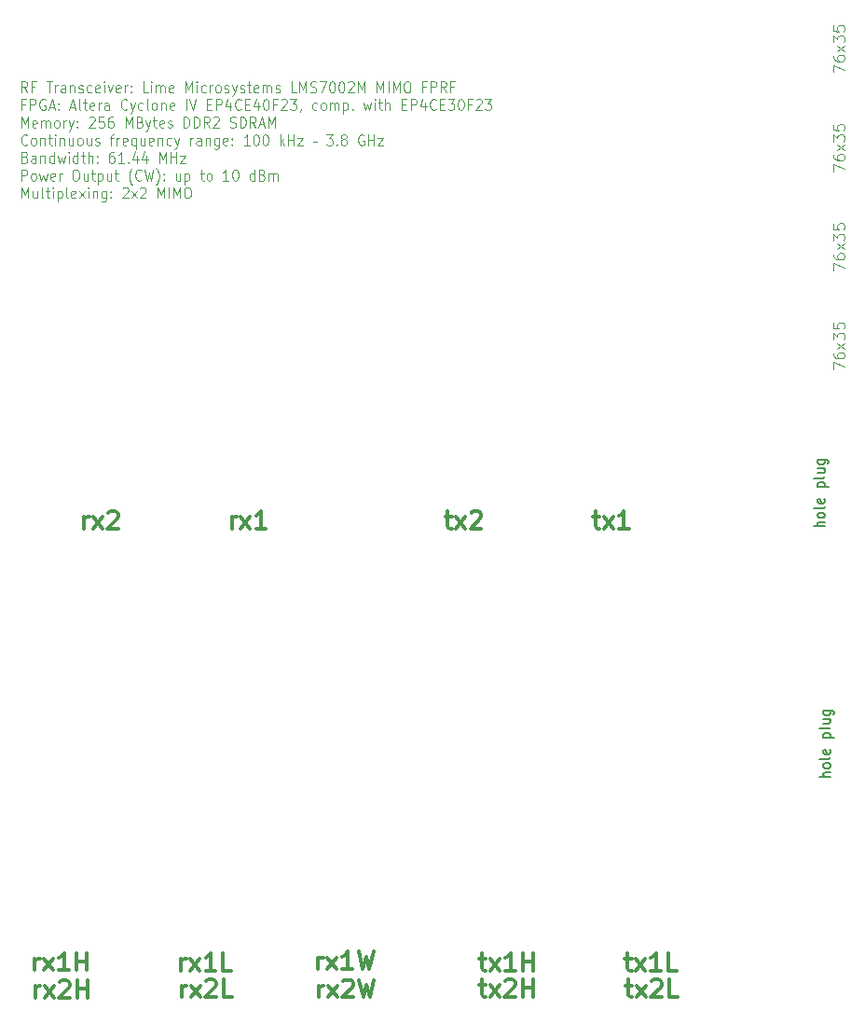
<source format=gto>
%MOIN*%
%OFA0B0*%
%FSLAX46Y46*%
%IPPOS*%
%LPD*%
%ADD10C,0.005905511811023622*%
%ADD11C,0.0039370078740157488*%
%ADD12C,0.027559055118110236*%
%ADD13C,0.053149606299212608*%
%ADD14C,0.11811023622047245*%
%ADD15C,0.03937007874015748*%
%ADD16C,0.01*%
%ADD27C,0.005905511811023622*%
%ADD28C,0.0078740157480314977*%
%ADD39C,0.005905511811023622*%
%ADD40C,0.0078740157480314977*%
%ADD51C,0.005905511811023622*%
%ADD52C,0.0039370078740157488*%
%ADD53C,0.20472440944881892*%
%ADD54C,0.01*%
%ADD65C,0.005905511811023622*%
%ADD66C,0.0039370078740157488*%
%ADD67C,0.20472440944881892*%
%ADD68C,0.01*%
%ADD79C,0.005905511811023622*%
%ADD80C,0.0039370078740157488*%
%ADD81C,0.20472440944881892*%
%ADD82C,0.01*%
%ADD93C,0.005905511811023622*%
%ADD94C,0.0039370078740157488*%
%ADD95C,0.20472440944881892*%
%ADD96C,0.01*%
%ADD107C,0.005905511811023622*%
%ADD108C,0.011811023622047244*%
%ADD109C,0.0039370078740157488*%
%ADD110C,0.027559055118110236*%
%ADD111C,0.053149606299212608*%
%ADD112C,0.11811023622047245*%
%ADD113C,0.01*%
%ADD124C,0.005905511811023622*%
%ADD125C,0.011811023622047244*%
%ADD126C,0.0039370078740157488*%
%ADD127C,0.027559055118110236*%
%ADD128C,0.053149606299212608*%
%ADD129C,0.11811023622047245*%
%ADD130C,0.01*%
%LPD*%
G01G01G01G01G01G01G01G01*
D10*
D11*
X0000318644Y0003990850D02*
X0000306833Y0004009598D01*
X0000298397Y0003990850D02*
X0000298397Y0004030221D01*
X0000311895Y0004030221D01*
X0000315269Y0004028346D01*
X0000316957Y0004026471D01*
X0000318644Y0004022722D01*
X0000318644Y0004017095D01*
X0000316957Y0004013347D01*
X0000315269Y0004011472D01*
X0000311895Y0004009598D01*
X0000298397Y0004009598D01*
X0000345641Y0004011472D02*
X0000333830Y0004011472D01*
X0000333830Y0003990850D02*
X0000333830Y0004030221D01*
X0000350703Y0004030221D01*
X0000386136Y0004030221D02*
X0000406383Y0004030221D01*
X0000396259Y0003990850D02*
X0000396259Y0004030221D01*
X0000418193Y0003990850D02*
X0000418193Y0004017095D01*
X0000418193Y0004009598D02*
X0000419881Y0004013347D01*
X0000421569Y0004015221D01*
X0000424943Y0004017095D01*
X0000428318Y0004017095D01*
X0000455314Y0003990850D02*
X0000455314Y0004011472D01*
X0000453627Y0004015221D01*
X0000450253Y0004017095D01*
X0000443503Y0004017095D01*
X0000440129Y0004015221D01*
X0000455314Y0003992725D02*
X0000451939Y0003990850D01*
X0000443503Y0003990850D01*
X0000440129Y0003992725D01*
X0000438442Y0003996475D01*
X0000438442Y0004000225D01*
X0000440129Y0004003974D01*
X0000443503Y0004005849D01*
X0000451939Y0004005849D01*
X0000455314Y0004007723D01*
X0000472187Y0004017095D02*
X0000472187Y0003990850D01*
X0000472187Y0004013347D02*
X0000473875Y0004015221D01*
X0000477249Y0004017095D01*
X0000482311Y0004017095D01*
X0000485686Y0004015221D01*
X0000487373Y0004011472D01*
X0000487373Y0003990850D01*
X0000502559Y0003992725D02*
X0000505932Y0003990850D01*
X0000512682Y0003990850D01*
X0000516057Y0003992725D01*
X0000517744Y0003996475D01*
X0000517744Y0003998350D01*
X0000516057Y0004002099D01*
X0000512682Y0004003974D01*
X0000507619Y0004003974D01*
X0000504246Y0004005849D01*
X0000502559Y0004009598D01*
X0000502559Y0004011472D01*
X0000504246Y0004015221D01*
X0000507619Y0004017095D01*
X0000512682Y0004017095D01*
X0000516057Y0004015221D01*
X0000548115Y0003992725D02*
X0000544741Y0003990850D01*
X0000537992Y0003990850D01*
X0000534617Y0003992725D01*
X0000532930Y0003994600D01*
X0000531242Y0003998350D01*
X0000531242Y0004009598D01*
X0000532930Y0004013347D01*
X0000534617Y0004015221D01*
X0000537992Y0004017095D01*
X0000544741Y0004017095D01*
X0000548115Y0004015221D01*
X0000576799Y0003992725D02*
X0000573425Y0003990850D01*
X0000566676Y0003990850D01*
X0000563301Y0003992725D01*
X0000561614Y0003996475D01*
X0000561614Y0004011472D01*
X0000563301Y0004015221D01*
X0000566676Y0004017095D01*
X0000573425Y0004017095D01*
X0000576799Y0004015221D01*
X0000578487Y0004011472D01*
X0000578487Y0004007723D01*
X0000561614Y0004003974D01*
X0000593672Y0003990850D02*
X0000593672Y0004017095D01*
X0000593672Y0004030221D02*
X0000591985Y0004028346D01*
X0000593672Y0004026471D01*
X0000595359Y0004028346D01*
X0000593672Y0004030221D01*
X0000593672Y0004026471D01*
X0000607170Y0004017095D02*
X0000615607Y0003990850D01*
X0000624043Y0004017095D01*
X0000651040Y0003992725D02*
X0000647665Y0003990850D01*
X0000640916Y0003990850D01*
X0000637542Y0003992725D01*
X0000635853Y0003996475D01*
X0000635853Y0004011472D01*
X0000637542Y0004015221D01*
X0000640916Y0004017095D01*
X0000647665Y0004017095D01*
X0000651040Y0004015221D01*
X0000652727Y0004011472D01*
X0000652727Y0004007723D01*
X0000635853Y0004003974D01*
X0000667913Y0003990850D02*
X0000667913Y0004017095D01*
X0000667913Y0004009598D02*
X0000669600Y0004013347D01*
X0000671287Y0004015221D01*
X0000674661Y0004017095D01*
X0000678037Y0004017095D01*
X0000689847Y0003994600D02*
X0000691535Y0003992725D01*
X0000689847Y0003990850D01*
X0000688160Y0003992725D01*
X0000689847Y0003994600D01*
X0000689847Y0003990850D01*
X0000689847Y0004015221D02*
X0000691535Y0004013347D01*
X0000689847Y0004011472D01*
X0000688160Y0004013347D01*
X0000689847Y0004015221D01*
X0000689847Y0004011472D01*
X0000750590Y0003990850D02*
X0000733717Y0003990850D01*
X0000733717Y0004030221D01*
X0000762401Y0003990850D02*
X0000762401Y0004017095D01*
X0000762401Y0004030221D02*
X0000760714Y0004028346D01*
X0000762401Y0004026471D01*
X0000764088Y0004028346D01*
X0000762401Y0004030221D01*
X0000762401Y0004026471D01*
X0000779274Y0003990850D02*
X0000779274Y0004017095D01*
X0000779274Y0004013347D02*
X0000780961Y0004015221D01*
X0000784336Y0004017095D01*
X0000789398Y0004017095D01*
X0000792771Y0004015221D01*
X0000794460Y0004011472D01*
X0000794460Y0003990850D01*
X0000794460Y0004011472D02*
X0000796147Y0004015221D01*
X0000799521Y0004017095D01*
X0000804583Y0004017095D01*
X0000807958Y0004015221D01*
X0000809645Y0004011472D01*
X0000809645Y0003990850D01*
X0000840016Y0003992725D02*
X0000836642Y0003990850D01*
X0000829893Y0003990850D01*
X0000826518Y0003992725D01*
X0000824831Y0003996475D01*
X0000824831Y0004011472D01*
X0000826518Y0004015221D01*
X0000829893Y0004017095D01*
X0000836642Y0004017095D01*
X0000840016Y0004015221D01*
X0000841704Y0004011472D01*
X0000841704Y0004007723D01*
X0000824831Y0004003974D01*
X0000883885Y0003990850D02*
X0000883885Y0004030221D01*
X0000895697Y0004002099D01*
X0000907508Y0004030221D01*
X0000907508Y0003990850D01*
X0000924380Y0003990850D02*
X0000924380Y0004017095D01*
X0000924380Y0004030221D02*
X0000922694Y0004028346D01*
X0000924380Y0004026471D01*
X0000926068Y0004028346D01*
X0000924380Y0004030221D01*
X0000924380Y0004026471D01*
X0000956439Y0003992725D02*
X0000953065Y0003990850D01*
X0000946316Y0003990850D01*
X0000942941Y0003992725D01*
X0000941254Y0003994600D01*
X0000939566Y0003998350D01*
X0000939566Y0004009598D01*
X0000941254Y0004013347D01*
X0000942941Y0004015221D01*
X0000946316Y0004017095D01*
X0000953065Y0004017095D01*
X0000956439Y0004015221D01*
X0000971625Y0003990850D02*
X0000971625Y0004017095D01*
X0000971625Y0004009598D02*
X0000973311Y0004013347D01*
X0000975000Y0004015221D01*
X0000978374Y0004017095D01*
X0000981749Y0004017095D01*
X0000998622Y0003990850D02*
X0000995247Y0003992725D01*
X0000993560Y0003994600D01*
X0000991872Y0003998350D01*
X0000991872Y0004009598D01*
X0000993560Y0004013347D01*
X0000995247Y0004015221D01*
X0000998622Y0004017095D01*
X0001003683Y0004017095D01*
X0001007058Y0004015221D01*
X0001008745Y0004013347D01*
X0001010432Y0004009598D01*
X0001010432Y0003998350D01*
X0001008745Y0003994600D01*
X0001007058Y0003992725D01*
X0001003683Y0003990850D01*
X0000998622Y0003990850D01*
X0001023930Y0003992725D02*
X0001027304Y0003990850D01*
X0001034055Y0003990850D01*
X0001037428Y0003992725D01*
X0001039115Y0003996475D01*
X0001039115Y0003998350D01*
X0001037428Y0004002099D01*
X0001034055Y0004003974D01*
X0001028993Y0004003974D01*
X0001025617Y0004005849D01*
X0001023930Y0004009598D01*
X0001023930Y0004011472D01*
X0001025617Y0004015221D01*
X0001028993Y0004017095D01*
X0001034055Y0004017095D01*
X0001037428Y0004015221D01*
X0001050927Y0004017095D02*
X0001059364Y0003990850D01*
X0001067800Y0004017095D02*
X0001059364Y0003990850D01*
X0001055989Y0003981477D01*
X0001054302Y0003979602D01*
X0001050927Y0003977727D01*
X0001079611Y0003992725D02*
X0001082986Y0003990850D01*
X0001089735Y0003990850D01*
X0001093110Y0003992725D01*
X0001094797Y0003996475D01*
X0001094797Y0003998350D01*
X0001093110Y0004002099D01*
X0001089735Y0004003974D01*
X0001084673Y0004003974D01*
X0001081299Y0004005849D01*
X0001079611Y0004009598D01*
X0001079611Y0004011472D01*
X0001081299Y0004015221D01*
X0001084673Y0004017095D01*
X0001089735Y0004017095D01*
X0001093110Y0004015221D01*
X0001104921Y0004017095D02*
X0001118419Y0004017095D01*
X0001109983Y0004030221D02*
X0001109983Y0003996475D01*
X0001111670Y0003992725D01*
X0001115044Y0003990850D01*
X0001118419Y0003990850D01*
X0001143728Y0003992725D02*
X0001140354Y0003990850D01*
X0001133605Y0003990850D01*
X0001130230Y0003992725D01*
X0001128543Y0003996475D01*
X0001128543Y0004011472D01*
X0001130230Y0004015221D01*
X0001133605Y0004017095D01*
X0001140354Y0004017095D01*
X0001143728Y0004015221D01*
X0001145416Y0004011472D01*
X0001145416Y0004007723D01*
X0001128543Y0004003974D01*
X0001160601Y0003990850D02*
X0001160601Y0004017095D01*
X0001160601Y0004013347D02*
X0001162289Y0004015221D01*
X0001165663Y0004017095D01*
X0001170725Y0004017095D01*
X0001174100Y0004015221D01*
X0001175787Y0004011472D01*
X0001175787Y0003990850D01*
X0001175787Y0004011472D02*
X0001177474Y0004015221D01*
X0001180849Y0004017095D01*
X0001185911Y0004017095D01*
X0001189285Y0004015221D01*
X0001190972Y0004011472D01*
X0001190972Y0003990850D01*
X0001206158Y0003992725D02*
X0001209533Y0003990850D01*
X0001216282Y0003990850D01*
X0001219656Y0003992725D01*
X0001221344Y0003996475D01*
X0001221344Y0003998350D01*
X0001219656Y0004002099D01*
X0001216282Y0004003974D01*
X0001211220Y0004003974D01*
X0001207845Y0004005849D01*
X0001206158Y0004009598D01*
X0001206158Y0004011472D01*
X0001207845Y0004015221D01*
X0001211220Y0004017095D01*
X0001216282Y0004017095D01*
X0001219656Y0004015221D01*
X0001280399Y0003990850D02*
X0001263526Y0003990850D01*
X0001263526Y0004030221D01*
X0001292210Y0003990850D02*
X0001292210Y0004030221D01*
X0001304021Y0004002099D01*
X0001315832Y0004030221D01*
X0001315832Y0003990850D01*
X0001331017Y0003992725D02*
X0001336079Y0003990850D01*
X0001344516Y0003990850D01*
X0001347890Y0003992725D01*
X0001349578Y0003994600D01*
X0001351265Y0003998350D01*
X0001351265Y0004002099D01*
X0001349578Y0004005849D01*
X0001347890Y0004007723D01*
X0001344516Y0004009598D01*
X0001337767Y0004011472D01*
X0001334392Y0004013347D01*
X0001332705Y0004015221D01*
X0001331017Y0004018970D01*
X0001331017Y0004022722D01*
X0001332705Y0004026471D01*
X0001334392Y0004028346D01*
X0001337767Y0004030221D01*
X0001346202Y0004030221D01*
X0001351265Y0004028346D01*
X0001363076Y0004030221D02*
X0001386698Y0004030221D01*
X0001371511Y0003990850D01*
X0001406945Y0004030221D02*
X0001410320Y0004030221D01*
X0001413695Y0004028346D01*
X0001415382Y0004026471D01*
X0001417069Y0004022722D01*
X0001418757Y0004015221D01*
X0001418757Y0004005849D01*
X0001417069Y0003998350D01*
X0001415382Y0003994600D01*
X0001413695Y0003992725D01*
X0001410320Y0003990850D01*
X0001406945Y0003990850D01*
X0001403571Y0003992725D01*
X0001401884Y0003994600D01*
X0001400196Y0003998350D01*
X0001398508Y0004005849D01*
X0001398508Y0004015221D01*
X0001400196Y0004022722D01*
X0001401884Y0004026471D01*
X0001403571Y0004028346D01*
X0001406945Y0004030221D01*
X0001440691Y0004030221D02*
X0001444066Y0004030221D01*
X0001447440Y0004028346D01*
X0001449128Y0004026471D01*
X0001450814Y0004022722D01*
X0001452502Y0004015221D01*
X0001452502Y0004005849D01*
X0001450814Y0003998350D01*
X0001449128Y0003994600D01*
X0001447440Y0003992725D01*
X0001444066Y0003990850D01*
X0001440691Y0003990850D01*
X0001437317Y0003992725D01*
X0001435629Y0003994600D01*
X0001433942Y0003998350D01*
X0001432255Y0004005849D01*
X0001432255Y0004015221D01*
X0001433942Y0004022722D01*
X0001435629Y0004026471D01*
X0001437317Y0004028346D01*
X0001440691Y0004030221D01*
X0001466001Y0004026471D02*
X0001467688Y0004028346D01*
X0001471062Y0004030221D01*
X0001479499Y0004030221D01*
X0001482874Y0004028346D01*
X0001484561Y0004026471D01*
X0001486248Y0004022722D01*
X0001486248Y0004018970D01*
X0001484561Y0004013347D01*
X0001464313Y0003990850D01*
X0001486248Y0003990850D01*
X0001501434Y0003990850D02*
X0001501434Y0004030221D01*
X0001513245Y0004002099D01*
X0001525056Y0004030221D01*
X0001525056Y0003990850D01*
X0001568925Y0003990850D02*
X0001568925Y0004030221D01*
X0001580736Y0004002099D01*
X0001592547Y0004030221D01*
X0001592547Y0003990850D01*
X0001609419Y0003990850D02*
X0001609419Y0004030221D01*
X0001626293Y0003990850D02*
X0001626293Y0004030221D01*
X0001638104Y0004002099D01*
X0001649915Y0004030221D01*
X0001649915Y0003990850D01*
X0001673537Y0004030221D02*
X0001680286Y0004030221D01*
X0001683661Y0004028346D01*
X0001687035Y0004024596D01*
X0001688723Y0004017095D01*
X0001688723Y0004003974D01*
X0001687035Y0003996475D01*
X0001683661Y0003992725D01*
X0001680286Y0003990850D01*
X0001673537Y0003990850D01*
X0001670163Y0003992725D01*
X0001666788Y0003996475D01*
X0001665101Y0004003974D01*
X0001665101Y0004017095D01*
X0001666788Y0004024596D01*
X0001670163Y0004028346D01*
X0001673537Y0004030221D01*
X0001742716Y0004011472D02*
X0001730905Y0004011472D01*
X0001730905Y0003990850D02*
X0001730905Y0004030221D01*
X0001747778Y0004030221D01*
X0001761276Y0003990850D02*
X0001761276Y0004030221D01*
X0001774775Y0004030221D01*
X0001778149Y0004028346D01*
X0001779836Y0004026471D01*
X0001781524Y0004022722D01*
X0001781524Y0004017095D01*
X0001779836Y0004013347D01*
X0001778149Y0004011472D01*
X0001774775Y0004009598D01*
X0001761276Y0004009598D01*
X0001816956Y0003990850D02*
X0001805146Y0004009598D01*
X0001796709Y0003990850D02*
X0001796709Y0004030221D01*
X0001810208Y0004030221D01*
X0001813582Y0004028346D01*
X0001815268Y0004026471D01*
X0001816956Y0004022722D01*
X0001816956Y0004017095D01*
X0001815268Y0004013347D01*
X0001813582Y0004011472D01*
X0001810208Y0004009598D01*
X0001796709Y0004009598D01*
X0001843953Y0004011472D02*
X0001832142Y0004011472D01*
X0001832142Y0003990850D02*
X0001832142Y0004030221D01*
X0001849015Y0004030221D01*
X0000310208Y0003948481D02*
X0000298397Y0003948481D01*
X0000298397Y0003927859D02*
X0000298397Y0003967229D01*
X0000315269Y0003967229D01*
X0000328768Y0003927859D02*
X0000328768Y0003967229D01*
X0000342266Y0003967229D01*
X0000345641Y0003965354D01*
X0000347327Y0003963479D01*
X0000349015Y0003959730D01*
X0000349015Y0003954105D01*
X0000347327Y0003950356D01*
X0000345641Y0003948481D01*
X0000342266Y0003946605D01*
X0000328768Y0003946605D01*
X0000382761Y0003965354D02*
X0000379386Y0003967229D01*
X0000374325Y0003967229D01*
X0000369263Y0003965354D01*
X0000365888Y0003961604D01*
X0000364201Y0003957855D01*
X0000362514Y0003950356D01*
X0000362514Y0003944731D01*
X0000364201Y0003937232D01*
X0000365888Y0003933483D01*
X0000369263Y0003929733D01*
X0000374325Y0003927859D01*
X0000377699Y0003927859D01*
X0000382761Y0003929733D01*
X0000384448Y0003931608D01*
X0000384448Y0003944731D01*
X0000377699Y0003944731D01*
X0000397947Y0003939107D02*
X0000414820Y0003939107D01*
X0000394572Y0003927859D02*
X0000406383Y0003967229D01*
X0000418193Y0003927859D01*
X0000430005Y0003931608D02*
X0000431692Y0003929733D01*
X0000430005Y0003927859D01*
X0000428318Y0003929733D01*
X0000430005Y0003931608D01*
X0000430005Y0003927859D01*
X0000430005Y0003952230D02*
X0000431692Y0003950356D01*
X0000430005Y0003948481D01*
X0000428318Y0003950356D01*
X0000430005Y0003952230D01*
X0000430005Y0003948481D01*
X0000472187Y0003939107D02*
X0000489059Y0003939107D01*
X0000468813Y0003927859D02*
X0000480624Y0003967229D01*
X0000492435Y0003927859D01*
X0000509308Y0003927859D02*
X0000505932Y0003929733D01*
X0000504246Y0003933483D01*
X0000504246Y0003967229D01*
X0000517744Y0003954105D02*
X0000531242Y0003954105D01*
X0000522806Y0003967229D02*
X0000522806Y0003933483D01*
X0000524493Y0003929733D01*
X0000527868Y0003927859D01*
X0000531242Y0003927859D01*
X0000556552Y0003929733D02*
X0000553177Y0003927859D01*
X0000546428Y0003927859D01*
X0000543053Y0003929733D01*
X0000541366Y0003933483D01*
X0000541366Y0003948481D01*
X0000543053Y0003952230D01*
X0000546428Y0003954105D01*
X0000553177Y0003954105D01*
X0000556552Y0003952230D01*
X0000558239Y0003948481D01*
X0000558239Y0003944731D01*
X0000541366Y0003940982D01*
X0000573425Y0003927859D02*
X0000573425Y0003954105D01*
X0000573425Y0003946605D02*
X0000575112Y0003950356D01*
X0000576799Y0003952230D01*
X0000580174Y0003954105D01*
X0000583548Y0003954105D01*
X0000610545Y0003927859D02*
X0000610545Y0003948481D01*
X0000608858Y0003952230D01*
X0000605483Y0003954105D01*
X0000598734Y0003954105D01*
X0000595359Y0003952230D01*
X0000610545Y0003929733D02*
X0000607170Y0003927859D01*
X0000598734Y0003927859D01*
X0000595359Y0003929733D01*
X0000593672Y0003933483D01*
X0000593672Y0003937232D01*
X0000595359Y0003940982D01*
X0000598734Y0003942857D01*
X0000607170Y0003942857D01*
X0000610545Y0003944731D01*
X0000674661Y0003931608D02*
X0000672975Y0003929733D01*
X0000667913Y0003927859D01*
X0000664538Y0003927859D01*
X0000659475Y0003929733D01*
X0000656102Y0003933483D01*
X0000654415Y0003937232D01*
X0000652727Y0003944731D01*
X0000652727Y0003950356D01*
X0000654415Y0003957855D01*
X0000656102Y0003961604D01*
X0000659475Y0003965354D01*
X0000664538Y0003967229D01*
X0000667913Y0003967229D01*
X0000672975Y0003965354D01*
X0000674661Y0003963479D01*
X0000686473Y0003954105D02*
X0000694910Y0003927859D01*
X0000703346Y0003954105D02*
X0000694910Y0003927859D01*
X0000691535Y0003918485D01*
X0000689847Y0003916610D01*
X0000686473Y0003914735D01*
X0000732030Y0003929733D02*
X0000728654Y0003927859D01*
X0000721906Y0003927859D01*
X0000718532Y0003929733D01*
X0000716844Y0003931608D01*
X0000715157Y0003935358D01*
X0000715157Y0003946605D01*
X0000716844Y0003950356D01*
X0000718532Y0003952230D01*
X0000721906Y0003954105D01*
X0000728654Y0003954105D01*
X0000732030Y0003952230D01*
X0000752276Y0003927859D02*
X0000748903Y0003929733D01*
X0000747215Y0003933483D01*
X0000747215Y0003967229D01*
X0000770837Y0003927859D02*
X0000767462Y0003929733D01*
X0000765776Y0003931608D01*
X0000764088Y0003935358D01*
X0000764088Y0003946605D01*
X0000765776Y0003950356D01*
X0000767462Y0003952230D01*
X0000770837Y0003954105D01*
X0000775899Y0003954105D01*
X0000779274Y0003952230D01*
X0000780961Y0003950356D01*
X0000782648Y0003946605D01*
X0000782648Y0003935358D01*
X0000780961Y0003931608D01*
X0000779274Y0003929733D01*
X0000775899Y0003927859D01*
X0000770837Y0003927859D01*
X0000797834Y0003954105D02*
X0000797834Y0003927859D01*
X0000797834Y0003950356D02*
X0000799521Y0003952230D01*
X0000802896Y0003954105D01*
X0000807958Y0003954105D01*
X0000811332Y0003952230D01*
X0000813020Y0003948481D01*
X0000813020Y0003927859D01*
X0000843391Y0003929733D02*
X0000840016Y0003927859D01*
X0000833267Y0003927859D01*
X0000829893Y0003929733D01*
X0000828205Y0003933483D01*
X0000828205Y0003948481D01*
X0000829893Y0003952230D01*
X0000833267Y0003954105D01*
X0000840016Y0003954105D01*
X0000843391Y0003952230D01*
X0000845078Y0003948481D01*
X0000845078Y0003944731D01*
X0000828205Y0003940982D01*
X0000887260Y0003927859D02*
X0000887260Y0003967229D01*
X0000899071Y0003967229D02*
X0000910882Y0003927859D01*
X0000922694Y0003967229D01*
X0000961501Y0003948481D02*
X0000973311Y0003948481D01*
X0000978374Y0003927859D02*
X0000961501Y0003927859D01*
X0000961501Y0003967229D01*
X0000978374Y0003967229D01*
X0000993560Y0003927859D02*
X0000993560Y0003967229D01*
X0001007058Y0003967229D01*
X0001010432Y0003965354D01*
X0001012119Y0003963479D01*
X0001013806Y0003959730D01*
X0001013806Y0003954105D01*
X0001012119Y0003950356D01*
X0001010432Y0003948481D01*
X0001007058Y0003946605D01*
X0000993560Y0003946605D01*
X0001044178Y0003954105D02*
X0001044178Y0003927859D01*
X0001035741Y0003969103D02*
X0001027304Y0003940982D01*
X0001049240Y0003940982D01*
X0001082986Y0003931608D02*
X0001081299Y0003929733D01*
X0001076237Y0003927859D01*
X0001072862Y0003927859D01*
X0001067800Y0003929733D01*
X0001064426Y0003933483D01*
X0001062739Y0003937232D01*
X0001061051Y0003944731D01*
X0001061051Y0003950356D01*
X0001062739Y0003957855D01*
X0001064426Y0003961604D01*
X0001067800Y0003965354D01*
X0001072862Y0003967229D01*
X0001076237Y0003967229D01*
X0001081299Y0003965354D01*
X0001082986Y0003963479D01*
X0001098172Y0003948481D02*
X0001109983Y0003948481D01*
X0001115044Y0003927859D02*
X0001098172Y0003927859D01*
X0001098172Y0003967229D01*
X0001115044Y0003967229D01*
X0001145416Y0003954105D02*
X0001145416Y0003927859D01*
X0001136979Y0003969103D02*
X0001128543Y0003940982D01*
X0001150478Y0003940982D01*
X0001170725Y0003967229D02*
X0001174100Y0003967229D01*
X0001177474Y0003965354D01*
X0001179161Y0003963479D01*
X0001180849Y0003959730D01*
X0001182536Y0003952230D01*
X0001182536Y0003942857D01*
X0001180849Y0003935358D01*
X0001179161Y0003931608D01*
X0001177474Y0003929733D01*
X0001174100Y0003927859D01*
X0001170725Y0003927859D01*
X0001167350Y0003929733D01*
X0001165663Y0003931608D01*
X0001163976Y0003935358D01*
X0001162289Y0003942857D01*
X0001162289Y0003952230D01*
X0001163976Y0003959730D01*
X0001165663Y0003963479D01*
X0001167350Y0003965354D01*
X0001170725Y0003967229D01*
X0001209533Y0003948481D02*
X0001197722Y0003948481D01*
X0001197722Y0003927859D02*
X0001197722Y0003967229D01*
X0001214595Y0003967229D01*
X0001226406Y0003963479D02*
X0001228093Y0003965354D01*
X0001231467Y0003967229D01*
X0001239904Y0003967229D01*
X0001243278Y0003965354D01*
X0001244966Y0003963479D01*
X0001246653Y0003959730D01*
X0001246653Y0003955980D01*
X0001244966Y0003950356D01*
X0001224718Y0003927859D01*
X0001246653Y0003927859D01*
X0001258464Y0003967229D02*
X0001280399Y0003967229D01*
X0001268588Y0003952230D01*
X0001273650Y0003952230D01*
X0001277024Y0003950356D01*
X0001278711Y0003948481D01*
X0001280399Y0003944731D01*
X0001280399Y0003935358D01*
X0001278711Y0003931608D01*
X0001277024Y0003929733D01*
X0001273650Y0003927859D01*
X0001263526Y0003927859D01*
X0001260151Y0003929733D01*
X0001258464Y0003931608D01*
X0001297272Y0003929733D02*
X0001297272Y0003927859D01*
X0001295583Y0003924109D01*
X0001293897Y0003922233D01*
X0001354640Y0003929733D02*
X0001351265Y0003927859D01*
X0001344516Y0003927859D01*
X0001341141Y0003929733D01*
X0001339454Y0003931608D01*
X0001337767Y0003935358D01*
X0001337767Y0003946605D01*
X0001339454Y0003950356D01*
X0001341141Y0003952230D01*
X0001344516Y0003954105D01*
X0001351265Y0003954105D01*
X0001354640Y0003952230D01*
X0001374887Y0003927859D02*
X0001371511Y0003929733D01*
X0001369825Y0003931608D01*
X0001368138Y0003935358D01*
X0001368138Y0003946605D01*
X0001369825Y0003950356D01*
X0001371511Y0003952230D01*
X0001374887Y0003954105D01*
X0001379949Y0003954105D01*
X0001383323Y0003952230D01*
X0001385011Y0003950356D01*
X0001386698Y0003946605D01*
X0001386698Y0003935358D01*
X0001385011Y0003931608D01*
X0001383323Y0003929733D01*
X0001379949Y0003927859D01*
X0001374887Y0003927859D01*
X0001401884Y0003927859D02*
X0001401884Y0003954105D01*
X0001401884Y0003950356D02*
X0001403571Y0003952230D01*
X0001406945Y0003954105D01*
X0001412007Y0003954105D01*
X0001415382Y0003952230D01*
X0001417069Y0003948481D01*
X0001417069Y0003927859D01*
X0001417069Y0003948481D02*
X0001418757Y0003952230D01*
X0001422131Y0003954105D01*
X0001427193Y0003954105D01*
X0001430568Y0003952230D01*
X0001432255Y0003948481D01*
X0001432255Y0003927859D01*
X0001449128Y0003954105D02*
X0001449128Y0003914735D01*
X0001449128Y0003952230D02*
X0001452502Y0003954105D01*
X0001459251Y0003954105D01*
X0001462626Y0003952230D01*
X0001464313Y0003950356D01*
X0001466001Y0003946605D01*
X0001466001Y0003935358D01*
X0001464313Y0003931608D01*
X0001462626Y0003929733D01*
X0001459251Y0003927859D01*
X0001452502Y0003927859D01*
X0001449128Y0003929733D01*
X0001481186Y0003931608D02*
X0001482874Y0003929733D01*
X0001481186Y0003927859D01*
X0001479499Y0003929733D01*
X0001481186Y0003931608D01*
X0001481186Y0003927859D01*
X0001521681Y0003954105D02*
X0001528430Y0003927859D01*
X0001535179Y0003946605D01*
X0001541929Y0003927859D01*
X0001548678Y0003954105D01*
X0001562176Y0003927859D02*
X0001562176Y0003954105D01*
X0001562176Y0003967229D02*
X0001560489Y0003965354D01*
X0001562176Y0003963479D01*
X0001563863Y0003965354D01*
X0001562176Y0003967229D01*
X0001562176Y0003963479D01*
X0001573987Y0003954105D02*
X0001587485Y0003954105D01*
X0001579047Y0003967229D02*
X0001579047Y0003933483D01*
X0001580736Y0003929733D01*
X0001584110Y0003927859D01*
X0001587485Y0003927859D01*
X0001599296Y0003927859D02*
X0001599296Y0003967229D01*
X0001614482Y0003927859D02*
X0001614482Y0003948481D01*
X0001612795Y0003952230D01*
X0001609419Y0003954105D01*
X0001604356Y0003954105D01*
X0001600984Y0003952230D01*
X0001599296Y0003950356D01*
X0001658352Y0003948481D02*
X0001670163Y0003948481D01*
X0001675224Y0003927859D02*
X0001658352Y0003927859D01*
X0001658352Y0003967229D01*
X0001675224Y0003967229D01*
X0001690410Y0003927859D02*
X0001690410Y0003967229D01*
X0001703908Y0003967229D01*
X0001707283Y0003965354D01*
X0001708970Y0003963479D01*
X0001710658Y0003959730D01*
X0001710658Y0003954105D01*
X0001708970Y0003950356D01*
X0001707283Y0003948481D01*
X0001703908Y0003946605D01*
X0001690410Y0003946605D01*
X0001741029Y0003954105D02*
X0001741029Y0003927859D01*
X0001732592Y0003969103D02*
X0001724156Y0003940982D01*
X0001746091Y0003940982D01*
X0001779836Y0003931608D02*
X0001778149Y0003929733D01*
X0001773087Y0003927859D01*
X0001769713Y0003927859D01*
X0001764650Y0003929733D01*
X0001761276Y0003933483D01*
X0001759589Y0003937232D01*
X0001757902Y0003944731D01*
X0001757902Y0003950356D01*
X0001759589Y0003957855D01*
X0001761276Y0003961604D01*
X0001764650Y0003965354D01*
X0001769713Y0003967229D01*
X0001773087Y0003967229D01*
X0001778149Y0003965354D01*
X0001779836Y0003963479D01*
X0001795022Y0003948481D02*
X0001806833Y0003948481D01*
X0001811895Y0003927859D02*
X0001795022Y0003927859D01*
X0001795022Y0003967229D01*
X0001811895Y0003967229D01*
X0001823706Y0003967229D02*
X0001845640Y0003967229D01*
X0001833830Y0003952230D01*
X0001838892Y0003952230D01*
X0001842265Y0003950356D01*
X0001843953Y0003948481D01*
X0001845640Y0003944731D01*
X0001845640Y0003935358D01*
X0001843953Y0003931608D01*
X0001842265Y0003929733D01*
X0001838892Y0003927859D01*
X0001828768Y0003927859D01*
X0001825393Y0003929733D01*
X0001823706Y0003931608D01*
X0001867574Y0003967229D02*
X0001870950Y0003967229D01*
X0001874325Y0003965354D01*
X0001876012Y0003963479D01*
X0001877699Y0003959730D01*
X0001879386Y0003952230D01*
X0001879386Y0003942857D01*
X0001877699Y0003935358D01*
X0001876012Y0003931608D01*
X0001874325Y0003929733D01*
X0001870950Y0003927859D01*
X0001867574Y0003927859D01*
X0001864201Y0003929733D01*
X0001862514Y0003931608D01*
X0001860826Y0003935358D01*
X0001859139Y0003942857D01*
X0001859139Y0003952230D01*
X0001860826Y0003959730D01*
X0001862514Y0003963479D01*
X0001864201Y0003965354D01*
X0001867574Y0003967229D01*
X0001906383Y0003948481D02*
X0001894572Y0003948481D01*
X0001894572Y0003927859D02*
X0001894572Y0003967229D01*
X0001911445Y0003967229D01*
X0001923255Y0003963479D02*
X0001924943Y0003965354D01*
X0001928318Y0003967229D01*
X0001936754Y0003967229D01*
X0001940129Y0003965354D01*
X0001941816Y0003963479D01*
X0001943501Y0003959730D01*
X0001943501Y0003955980D01*
X0001941816Y0003950356D01*
X0001921569Y0003927859D01*
X0001943501Y0003927859D01*
X0001955314Y0003967229D02*
X0001977249Y0003967229D01*
X0001965438Y0003952230D01*
X0001970499Y0003952230D01*
X0001973875Y0003950356D01*
X0001975562Y0003948481D01*
X0001977249Y0003944731D01*
X0001977249Y0003935358D01*
X0001975562Y0003931608D01*
X0001973875Y0003929733D01*
X0001970499Y0003927859D01*
X0001960376Y0003927859D01*
X0001957002Y0003929733D01*
X0001955314Y0003931608D01*
X0000298397Y0003864866D02*
X0000298397Y0003904237D01*
X0000310208Y0003876115D01*
X0000322018Y0003904237D01*
X0000322018Y0003864866D01*
X0000352390Y0003866741D02*
X0000349015Y0003864866D01*
X0000342266Y0003864866D01*
X0000338892Y0003866741D01*
X0000337204Y0003870491D01*
X0000337204Y0003885489D01*
X0000338892Y0003889238D01*
X0000342266Y0003891113D01*
X0000349015Y0003891113D01*
X0000352390Y0003889238D01*
X0000354077Y0003885489D01*
X0000354077Y0003881739D01*
X0000337204Y0003877990D01*
X0000369263Y0003864866D02*
X0000369263Y0003891113D01*
X0000369263Y0003887363D02*
X0000370950Y0003889238D01*
X0000374325Y0003891113D01*
X0000379386Y0003891113D01*
X0000382761Y0003889238D01*
X0000384448Y0003885489D01*
X0000384448Y0003864866D01*
X0000384448Y0003885489D02*
X0000386136Y0003889238D01*
X0000389510Y0003891113D01*
X0000394572Y0003891113D01*
X0000397947Y0003889238D01*
X0000399634Y0003885489D01*
X0000399634Y0003864866D01*
X0000421569Y0003864866D02*
X0000418193Y0003866741D01*
X0000416507Y0003868616D01*
X0000414820Y0003872365D01*
X0000414820Y0003883614D01*
X0000416507Y0003887363D01*
X0000418193Y0003889238D01*
X0000421569Y0003891113D01*
X0000426631Y0003891113D01*
X0000430005Y0003889238D01*
X0000431692Y0003887363D01*
X0000433380Y0003883614D01*
X0000433380Y0003872365D01*
X0000431692Y0003868616D01*
X0000430005Y0003866741D01*
X0000426631Y0003864866D01*
X0000421569Y0003864866D01*
X0000448565Y0003864866D02*
X0000448565Y0003891113D01*
X0000448565Y0003883614D02*
X0000450253Y0003887363D01*
X0000451939Y0003889238D01*
X0000455314Y0003891113D01*
X0000458689Y0003891113D01*
X0000467125Y0003891113D02*
X0000475562Y0003864866D01*
X0000483998Y0003891113D02*
X0000475562Y0003864866D01*
X0000472187Y0003855493D01*
X0000470500Y0003853618D01*
X0000467125Y0003851742D01*
X0000497497Y0003868616D02*
X0000499184Y0003866741D01*
X0000497497Y0003864866D01*
X0000495809Y0003866741D01*
X0000497497Y0003868616D01*
X0000497497Y0003864866D01*
X0000497497Y0003889238D02*
X0000499184Y0003887363D01*
X0000497497Y0003885489D01*
X0000495809Y0003887363D01*
X0000497497Y0003889238D01*
X0000497497Y0003885489D01*
X0000539679Y0003900487D02*
X0000541366Y0003902362D01*
X0000544741Y0003904237D01*
X0000553177Y0003904237D01*
X0000556552Y0003902362D01*
X0000558239Y0003900487D01*
X0000559926Y0003896737D01*
X0000559926Y0003892988D01*
X0000558239Y0003887363D01*
X0000537992Y0003864866D01*
X0000559926Y0003864866D01*
X0000591985Y0003904237D02*
X0000575112Y0003904237D01*
X0000573425Y0003885489D01*
X0000575112Y0003887363D01*
X0000578487Y0003889238D01*
X0000586923Y0003889238D01*
X0000590298Y0003887363D01*
X0000591985Y0003885489D01*
X0000593672Y0003881739D01*
X0000593672Y0003872365D01*
X0000591985Y0003868616D01*
X0000590298Y0003866741D01*
X0000586923Y0003864866D01*
X0000578487Y0003864866D01*
X0000575112Y0003866741D01*
X0000573425Y0003868616D01*
X0000624043Y0003904237D02*
X0000617294Y0003904237D01*
X0000613920Y0003902362D01*
X0000612232Y0003900487D01*
X0000608858Y0003894863D01*
X0000607170Y0003887363D01*
X0000607170Y0003872365D01*
X0000608858Y0003868616D01*
X0000610545Y0003866741D01*
X0000613920Y0003864866D01*
X0000620669Y0003864866D01*
X0000624043Y0003866741D01*
X0000625731Y0003868616D01*
X0000627418Y0003872365D01*
X0000627418Y0003881739D01*
X0000625731Y0003885489D01*
X0000624043Y0003887363D01*
X0000620669Y0003889238D01*
X0000613920Y0003889238D01*
X0000610545Y0003887363D01*
X0000608858Y0003885489D01*
X0000607170Y0003881739D01*
X0000669600Y0003864866D02*
X0000669600Y0003904237D01*
X0000681411Y0003876115D01*
X0000693222Y0003904237D01*
X0000693222Y0003864866D01*
X0000721906Y0003885489D02*
X0000726967Y0003883614D01*
X0000728654Y0003881739D01*
X0000730343Y0003877990D01*
X0000730343Y0003872365D01*
X0000728654Y0003868616D01*
X0000726967Y0003866741D01*
X0000723593Y0003864866D01*
X0000710095Y0003864866D01*
X0000710095Y0003904237D01*
X0000721906Y0003904237D01*
X0000725281Y0003902362D01*
X0000726967Y0003900487D01*
X0000728654Y0003896737D01*
X0000728654Y0003892988D01*
X0000726967Y0003889238D01*
X0000725281Y0003887363D01*
X0000721906Y0003885489D01*
X0000710095Y0003885489D01*
X0000742153Y0003891113D02*
X0000750590Y0003864866D01*
X0000759026Y0003891113D02*
X0000750590Y0003864866D01*
X0000747215Y0003855493D01*
X0000745528Y0003853618D01*
X0000742153Y0003851742D01*
X0000767462Y0003891113D02*
X0000780961Y0003891113D01*
X0000772525Y0003904237D02*
X0000772525Y0003870491D01*
X0000774212Y0003866741D01*
X0000777587Y0003864866D01*
X0000780961Y0003864866D01*
X0000806270Y0003866741D02*
X0000802896Y0003864866D01*
X0000796147Y0003864866D01*
X0000792771Y0003866741D01*
X0000791085Y0003870491D01*
X0000791085Y0003885489D01*
X0000792771Y0003889238D01*
X0000796147Y0003891113D01*
X0000802896Y0003891113D01*
X0000806270Y0003889238D01*
X0000807958Y0003885489D01*
X0000807958Y0003881739D01*
X0000791085Y0003877990D01*
X0000821456Y0003866741D02*
X0000824831Y0003864866D01*
X0000831579Y0003864866D01*
X0000834955Y0003866741D01*
X0000836642Y0003870491D01*
X0000836642Y0003872365D01*
X0000834955Y0003876115D01*
X0000831579Y0003877990D01*
X0000826518Y0003877990D01*
X0000823143Y0003879865D01*
X0000821456Y0003883614D01*
X0000821456Y0003885489D01*
X0000823143Y0003889238D01*
X0000826518Y0003891113D01*
X0000831579Y0003891113D01*
X0000834955Y0003889238D01*
X0000878824Y0003864866D02*
X0000878824Y0003904237D01*
X0000887260Y0003904237D01*
X0000892322Y0003902362D01*
X0000895697Y0003898612D01*
X0000897384Y0003894863D01*
X0000899071Y0003887363D01*
X0000899071Y0003881739D01*
X0000897384Y0003874240D01*
X0000895697Y0003870491D01*
X0000892322Y0003866741D01*
X0000887260Y0003864866D01*
X0000878824Y0003864866D01*
X0000914257Y0003864866D02*
X0000914257Y0003904237D01*
X0000922694Y0003904237D01*
X0000927755Y0003902362D01*
X0000931130Y0003898612D01*
X0000932817Y0003894863D01*
X0000934505Y0003887363D01*
X0000934505Y0003881739D01*
X0000932817Y0003874240D01*
X0000931130Y0003870491D01*
X0000927755Y0003866741D01*
X0000922694Y0003864866D01*
X0000914257Y0003864866D01*
X0000969938Y0003864866D02*
X0000958127Y0003883614D01*
X0000949689Y0003864866D02*
X0000949689Y0003904237D01*
X0000963188Y0003904237D01*
X0000966563Y0003902362D01*
X0000968250Y0003900487D01*
X0000969938Y0003896737D01*
X0000969938Y0003891113D01*
X0000968250Y0003887363D01*
X0000966563Y0003885489D01*
X0000963188Y0003883614D01*
X0000949689Y0003883614D01*
X0000983436Y0003900487D02*
X0000985123Y0003902362D01*
X0000988497Y0003904237D01*
X0000996934Y0003904237D01*
X0001000308Y0003902362D01*
X0001001996Y0003900487D01*
X0001003683Y0003896737D01*
X0001003683Y0003892988D01*
X0001001996Y0003887363D01*
X0000981749Y0003864866D01*
X0001003683Y0003864866D01*
X0001044178Y0003866741D02*
X0001049240Y0003864866D01*
X0001057677Y0003864866D01*
X0001061051Y0003866741D01*
X0001062739Y0003868616D01*
X0001064426Y0003872365D01*
X0001064426Y0003876115D01*
X0001062739Y0003879865D01*
X0001061051Y0003881739D01*
X0001057677Y0003883614D01*
X0001050927Y0003885489D01*
X0001047553Y0003887363D01*
X0001045866Y0003889238D01*
X0001044178Y0003892988D01*
X0001044178Y0003896737D01*
X0001045866Y0003900487D01*
X0001047553Y0003902362D01*
X0001050927Y0003904237D01*
X0001059364Y0003904237D01*
X0001064426Y0003902362D01*
X0001079611Y0003864866D02*
X0001079611Y0003904237D01*
X0001088048Y0003904237D01*
X0001093110Y0003902362D01*
X0001096484Y0003898612D01*
X0001098172Y0003894863D01*
X0001099859Y0003887363D01*
X0001099859Y0003881739D01*
X0001098172Y0003874240D01*
X0001096484Y0003870491D01*
X0001093110Y0003866741D01*
X0001088048Y0003864866D01*
X0001079611Y0003864866D01*
X0001135292Y0003864866D02*
X0001123481Y0003883614D01*
X0001115044Y0003864866D02*
X0001115044Y0003904237D01*
X0001128543Y0003904237D01*
X0001131917Y0003902362D01*
X0001133605Y0003900487D01*
X0001135292Y0003896737D01*
X0001135292Y0003891113D01*
X0001133605Y0003887363D01*
X0001131917Y0003885489D01*
X0001128543Y0003883614D01*
X0001115044Y0003883614D01*
X0001148790Y0003876115D02*
X0001165663Y0003876115D01*
X0001145416Y0003864866D02*
X0001157227Y0003904237D01*
X0001169038Y0003864866D01*
X0001180849Y0003864866D02*
X0001180849Y0003904237D01*
X0001192660Y0003876115D01*
X0001204471Y0003904237D01*
X0001204471Y0003864866D01*
X0000318644Y0003805624D02*
X0000316957Y0003803749D01*
X0000311895Y0003801874D01*
X0000308520Y0003801874D01*
X0000303458Y0003803749D01*
X0000300084Y0003807499D01*
X0000298397Y0003811248D01*
X0000296709Y0003818747D01*
X0000296709Y0003824371D01*
X0000298397Y0003831870D01*
X0000300084Y0003835620D01*
X0000303458Y0003839370D01*
X0000308520Y0003841244D01*
X0000311895Y0003841244D01*
X0000316957Y0003839370D01*
X0000318644Y0003837494D01*
X0000338892Y0003801874D02*
X0000335517Y0003803749D01*
X0000333830Y0003805624D01*
X0000332141Y0003809373D01*
X0000332141Y0003820622D01*
X0000333830Y0003824371D01*
X0000335517Y0003826246D01*
X0000338892Y0003828121D01*
X0000343953Y0003828121D01*
X0000347327Y0003826246D01*
X0000349015Y0003824371D01*
X0000350703Y0003820622D01*
X0000350703Y0003809373D01*
X0000349015Y0003805624D01*
X0000347327Y0003803749D01*
X0000343953Y0003801874D01*
X0000338892Y0003801874D01*
X0000365888Y0003828121D02*
X0000365888Y0003801874D01*
X0000365888Y0003824371D02*
X0000367575Y0003826246D01*
X0000370950Y0003828121D01*
X0000376012Y0003828121D01*
X0000379386Y0003826246D01*
X0000381073Y0003822497D01*
X0000381073Y0003801874D01*
X0000392884Y0003828121D02*
X0000406383Y0003828121D01*
X0000397947Y0003841244D02*
X0000397947Y0003807499D01*
X0000399634Y0003803749D01*
X0000403007Y0003801874D01*
X0000406383Y0003801874D01*
X0000418193Y0003801874D02*
X0000418193Y0003828121D01*
X0000418193Y0003841244D02*
X0000416507Y0003839370D01*
X0000418193Y0003837494D01*
X0000419881Y0003839370D01*
X0000418193Y0003841244D01*
X0000418193Y0003837494D01*
X0000435067Y0003828121D02*
X0000435067Y0003801874D01*
X0000435067Y0003824371D02*
X0000436754Y0003826246D01*
X0000440129Y0003828121D01*
X0000445191Y0003828121D01*
X0000448565Y0003826246D01*
X0000450253Y0003822497D01*
X0000450253Y0003801874D01*
X0000482311Y0003828121D02*
X0000482311Y0003801874D01*
X0000467125Y0003828121D02*
X0000467125Y0003807499D01*
X0000468813Y0003803749D01*
X0000472187Y0003801874D01*
X0000477249Y0003801874D01*
X0000480624Y0003803749D01*
X0000482311Y0003805624D01*
X0000504246Y0003801874D02*
X0000500870Y0003803749D01*
X0000499184Y0003805624D01*
X0000497497Y0003809373D01*
X0000497497Y0003820622D01*
X0000499184Y0003824371D01*
X0000500870Y0003826246D01*
X0000504246Y0003828121D01*
X0000509308Y0003828121D01*
X0000512682Y0003826246D01*
X0000514370Y0003824371D01*
X0000516057Y0003820622D01*
X0000516057Y0003809373D01*
X0000514370Y0003805624D01*
X0000512682Y0003803749D01*
X0000509308Y0003801874D01*
X0000504246Y0003801874D01*
X0000546428Y0003828121D02*
X0000546428Y0003801874D01*
X0000531242Y0003828121D02*
X0000531242Y0003807499D01*
X0000532930Y0003803749D01*
X0000536304Y0003801874D01*
X0000541366Y0003801874D01*
X0000544741Y0003803749D01*
X0000546428Y0003805624D01*
X0000561614Y0003803749D02*
X0000564988Y0003801874D01*
X0000571737Y0003801874D01*
X0000575112Y0003803749D01*
X0000576799Y0003807499D01*
X0000576799Y0003809373D01*
X0000575112Y0003813122D01*
X0000571737Y0003814998D01*
X0000566676Y0003814998D01*
X0000563301Y0003816872D01*
X0000561614Y0003820622D01*
X0000561614Y0003822497D01*
X0000563301Y0003826246D01*
X0000566676Y0003828121D01*
X0000571737Y0003828121D01*
X0000575112Y0003826246D01*
X0000613920Y0003828121D02*
X0000627418Y0003828121D01*
X0000618981Y0003801874D02*
X0000618981Y0003835620D01*
X0000620669Y0003839370D01*
X0000624043Y0003841244D01*
X0000627418Y0003841244D01*
X0000639229Y0003801874D02*
X0000639229Y0003828121D01*
X0000639229Y0003820622D02*
X0000640916Y0003824371D01*
X0000642604Y0003826246D01*
X0000645978Y0003828121D01*
X0000649352Y0003828121D01*
X0000674661Y0003803749D02*
X0000671287Y0003801874D01*
X0000664538Y0003801874D01*
X0000661164Y0003803749D01*
X0000659475Y0003807499D01*
X0000659475Y0003822497D01*
X0000661164Y0003826246D01*
X0000664538Y0003828121D01*
X0000671287Y0003828121D01*
X0000674661Y0003826246D01*
X0000676349Y0003822497D01*
X0000676349Y0003818747D01*
X0000659475Y0003814998D01*
X0000706721Y0003828121D02*
X0000706721Y0003788750D01*
X0000706721Y0003803749D02*
X0000703346Y0003801874D01*
X0000696597Y0003801874D01*
X0000693222Y0003803749D01*
X0000691535Y0003805624D01*
X0000689847Y0003809373D01*
X0000689847Y0003820622D01*
X0000691535Y0003824371D01*
X0000693222Y0003826246D01*
X0000696597Y0003828121D01*
X0000703346Y0003828121D01*
X0000706721Y0003826246D01*
X0000738779Y0003828121D02*
X0000738779Y0003801874D01*
X0000723593Y0003828121D02*
X0000723593Y0003807499D01*
X0000725281Y0003803749D01*
X0000728654Y0003801874D01*
X0000733717Y0003801874D01*
X0000737092Y0003803749D01*
X0000738779Y0003805624D01*
X0000769150Y0003803749D02*
X0000765776Y0003801874D01*
X0000759026Y0003801874D01*
X0000755652Y0003803749D01*
X0000753965Y0003807499D01*
X0000753965Y0003822497D01*
X0000755652Y0003826246D01*
X0000759026Y0003828121D01*
X0000765776Y0003828121D01*
X0000769150Y0003826246D01*
X0000770837Y0003822497D01*
X0000770837Y0003818747D01*
X0000753965Y0003814998D01*
X0000786023Y0003828121D02*
X0000786023Y0003801874D01*
X0000786023Y0003824371D02*
X0000787710Y0003826246D01*
X0000791085Y0003828121D01*
X0000796147Y0003828121D01*
X0000799521Y0003826246D01*
X0000801209Y0003822497D01*
X0000801209Y0003801874D01*
X0000833267Y0003803749D02*
X0000829893Y0003801874D01*
X0000823143Y0003801874D01*
X0000819769Y0003803749D01*
X0000818082Y0003805624D01*
X0000816393Y0003809373D01*
X0000816393Y0003820622D01*
X0000818082Y0003824371D01*
X0000819769Y0003826246D01*
X0000823143Y0003828121D01*
X0000829893Y0003828121D01*
X0000833267Y0003826246D01*
X0000845078Y0003828121D02*
X0000853515Y0003801874D01*
X0000861951Y0003828121D02*
X0000853515Y0003801874D01*
X0000850140Y0003792500D01*
X0000848453Y0003790626D01*
X0000845078Y0003788750D01*
X0000902446Y0003801874D02*
X0000902446Y0003828121D01*
X0000902446Y0003820622D02*
X0000904133Y0003824371D01*
X0000905821Y0003826246D01*
X0000909194Y0003828121D01*
X0000912570Y0003828121D01*
X0000939566Y0003801874D02*
X0000939566Y0003822497D01*
X0000937879Y0003826246D01*
X0000934505Y0003828121D01*
X0000927755Y0003828121D01*
X0000924380Y0003826246D01*
X0000939566Y0003803749D02*
X0000936192Y0003801874D01*
X0000927755Y0003801874D01*
X0000924380Y0003803749D01*
X0000922694Y0003807499D01*
X0000922694Y0003811248D01*
X0000924380Y0003814998D01*
X0000927755Y0003816872D01*
X0000936192Y0003816872D01*
X0000939566Y0003818747D01*
X0000956439Y0003828121D02*
X0000956439Y0003801874D01*
X0000956439Y0003824371D02*
X0000958127Y0003826246D01*
X0000961501Y0003828121D01*
X0000966563Y0003828121D01*
X0000969938Y0003826246D01*
X0000971625Y0003822497D01*
X0000971625Y0003801874D01*
X0001003683Y0003828121D02*
X0001003683Y0003796250D01*
X0001001996Y0003792500D01*
X0001000308Y0003790626D01*
X0000996934Y0003788750D01*
X0000991872Y0003788750D01*
X0000988497Y0003790626D01*
X0001003683Y0003803749D02*
X0001000308Y0003801874D01*
X0000993560Y0003801874D01*
X0000990185Y0003803749D01*
X0000988497Y0003805624D01*
X0000986811Y0003809373D01*
X0000986811Y0003820622D01*
X0000988497Y0003824371D01*
X0000990185Y0003826246D01*
X0000993560Y0003828121D01*
X0001000308Y0003828121D01*
X0001003683Y0003826246D01*
X0001034055Y0003803749D02*
X0001030680Y0003801874D01*
X0001023930Y0003801874D01*
X0001020556Y0003803749D01*
X0001018869Y0003807499D01*
X0001018869Y0003822497D01*
X0001020556Y0003826246D01*
X0001023930Y0003828121D01*
X0001030680Y0003828121D01*
X0001034055Y0003826246D01*
X0001035741Y0003822497D01*
X0001035741Y0003818747D01*
X0001018869Y0003814998D01*
X0001050927Y0003805624D02*
X0001052615Y0003803749D01*
X0001050927Y0003801874D01*
X0001049240Y0003803749D01*
X0001050927Y0003805624D01*
X0001050927Y0003801874D01*
X0001050927Y0003826246D02*
X0001052615Y0003824371D01*
X0001050927Y0003822497D01*
X0001049240Y0003824371D01*
X0001050927Y0003826246D01*
X0001050927Y0003822497D01*
X0001113357Y0003801874D02*
X0001093110Y0003801874D01*
X0001103233Y0003801874D02*
X0001103233Y0003841244D01*
X0001099859Y0003835620D01*
X0001096484Y0003831870D01*
X0001093110Y0003829996D01*
X0001135292Y0003841244D02*
X0001138667Y0003841244D01*
X0001142041Y0003839370D01*
X0001143728Y0003837494D01*
X0001145416Y0003833745D01*
X0001147103Y0003826246D01*
X0001147103Y0003816872D01*
X0001145416Y0003809373D01*
X0001143728Y0003805624D01*
X0001142041Y0003803749D01*
X0001138667Y0003801874D01*
X0001135292Y0003801874D01*
X0001131917Y0003803749D01*
X0001130230Y0003805624D01*
X0001128543Y0003809373D01*
X0001126855Y0003816872D01*
X0001126855Y0003826246D01*
X0001128543Y0003833745D01*
X0001130230Y0003837494D01*
X0001131917Y0003839370D01*
X0001135292Y0003841244D01*
X0001169038Y0003841244D02*
X0001172412Y0003841244D01*
X0001175787Y0003839370D01*
X0001177474Y0003837494D01*
X0001179161Y0003833745D01*
X0001180849Y0003826246D01*
X0001180849Y0003816872D01*
X0001179161Y0003809373D01*
X0001177474Y0003805624D01*
X0001175787Y0003803749D01*
X0001172412Y0003801874D01*
X0001169038Y0003801874D01*
X0001165663Y0003803749D01*
X0001163976Y0003805624D01*
X0001162289Y0003809373D01*
X0001160601Y0003816872D01*
X0001160601Y0003826246D01*
X0001162289Y0003833745D01*
X0001163976Y0003837494D01*
X0001165663Y0003839370D01*
X0001169038Y0003841244D01*
X0001223031Y0003801874D02*
X0001223031Y0003841244D01*
X0001226406Y0003816872D02*
X0001236529Y0003801874D01*
X0001236529Y0003828121D02*
X0001223031Y0003813122D01*
X0001251715Y0003801874D02*
X0001251715Y0003841244D01*
X0001251715Y0003822497D02*
X0001271962Y0003822497D01*
X0001271962Y0003801874D02*
X0001271962Y0003841244D01*
X0001285461Y0003828121D02*
X0001304021Y0003828121D01*
X0001285461Y0003801874D01*
X0001304021Y0003801874D01*
X0001352952Y0003814998D02*
X0001339454Y0003814998D01*
X0001388385Y0003841244D02*
X0001410320Y0003841244D01*
X0001398508Y0003826246D01*
X0001403571Y0003826246D01*
X0001406945Y0003824371D01*
X0001408633Y0003822497D01*
X0001410320Y0003818747D01*
X0001410320Y0003809373D01*
X0001408633Y0003805624D01*
X0001406945Y0003803749D01*
X0001403571Y0003801874D01*
X0001393447Y0003801874D01*
X0001390073Y0003803749D01*
X0001388385Y0003805624D01*
X0001425505Y0003805624D02*
X0001427193Y0003803749D01*
X0001425505Y0003801874D01*
X0001423817Y0003803749D01*
X0001425505Y0003805624D01*
X0001425505Y0003801874D01*
X0001447440Y0003824371D02*
X0001444066Y0003826246D01*
X0001442379Y0003828121D01*
X0001440691Y0003831870D01*
X0001440691Y0003833745D01*
X0001442379Y0003837494D01*
X0001444066Y0003839370D01*
X0001447440Y0003841244D01*
X0001454189Y0003841244D01*
X0001457564Y0003839370D01*
X0001459251Y0003837494D01*
X0001460939Y0003833745D01*
X0001460939Y0003831870D01*
X0001459251Y0003828121D01*
X0001457564Y0003826246D01*
X0001454189Y0003824371D01*
X0001447440Y0003824371D01*
X0001444066Y0003822497D01*
X0001442379Y0003820622D01*
X0001440691Y0003816872D01*
X0001440691Y0003809373D01*
X0001442379Y0003805624D01*
X0001444066Y0003803749D01*
X0001447440Y0003801874D01*
X0001454189Y0003801874D01*
X0001457564Y0003803749D01*
X0001459251Y0003805624D01*
X0001460939Y0003809373D01*
X0001460939Y0003816872D01*
X0001459251Y0003820622D01*
X0001457564Y0003822497D01*
X0001454189Y0003824371D01*
X0001521681Y0003839370D02*
X0001518307Y0003841244D01*
X0001513245Y0003841244D01*
X0001508183Y0003839370D01*
X0001504808Y0003835620D01*
X0001503121Y0003831870D01*
X0001501434Y0003824371D01*
X0001501434Y0003818747D01*
X0001503121Y0003811248D01*
X0001504808Y0003807499D01*
X0001508183Y0003803749D01*
X0001513245Y0003801874D01*
X0001516619Y0003801874D01*
X0001521681Y0003803749D01*
X0001523368Y0003805624D01*
X0001523368Y0003818747D01*
X0001516619Y0003818747D01*
X0001538554Y0003801874D02*
X0001538554Y0003841244D01*
X0001538554Y0003822497D02*
X0001558801Y0003822497D01*
X0001558801Y0003801874D02*
X0001558801Y0003841244D01*
X0001572300Y0003828121D02*
X0001590860Y0003828121D01*
X0001572300Y0003801874D01*
X0001590860Y0003801874D01*
X0000310208Y0003759505D02*
X0000315269Y0003757630D01*
X0000316957Y0003755755D01*
X0000318644Y0003752006D01*
X0000318644Y0003746381D01*
X0000316957Y0003742631D01*
X0000315269Y0003740757D01*
X0000311895Y0003738882D01*
X0000298397Y0003738882D01*
X0000298397Y0003778252D01*
X0000310208Y0003778252D01*
X0000313582Y0003776377D01*
X0000315269Y0003774503D01*
X0000316957Y0003770753D01*
X0000316957Y0003767003D01*
X0000315269Y0003763254D01*
X0000313582Y0003761379D01*
X0000310208Y0003759505D01*
X0000298397Y0003759505D01*
X0000349015Y0003738882D02*
X0000349015Y0003759505D01*
X0000347327Y0003763254D01*
X0000343953Y0003765129D01*
X0000337204Y0003765129D01*
X0000333830Y0003763254D01*
X0000349015Y0003740757D02*
X0000345641Y0003738882D01*
X0000337204Y0003738882D01*
X0000333830Y0003740757D01*
X0000332141Y0003744505D01*
X0000332141Y0003748256D01*
X0000333830Y0003752006D01*
X0000337204Y0003753880D01*
X0000345641Y0003753880D01*
X0000349015Y0003755755D01*
X0000365888Y0003765129D02*
X0000365888Y0003738882D01*
X0000365888Y0003761379D02*
X0000367575Y0003763254D01*
X0000370950Y0003765129D01*
X0000376012Y0003765129D01*
X0000379386Y0003763254D01*
X0000381073Y0003759505D01*
X0000381073Y0003738882D01*
X0000413132Y0003738882D02*
X0000413132Y0003778252D01*
X0000413132Y0003740757D02*
X0000409758Y0003738882D01*
X0000403007Y0003738882D01*
X0000399634Y0003740757D01*
X0000397947Y0003742631D01*
X0000396259Y0003746381D01*
X0000396259Y0003757630D01*
X0000397947Y0003761379D01*
X0000399634Y0003763254D01*
X0000403007Y0003765129D01*
X0000409758Y0003765129D01*
X0000413132Y0003763254D01*
X0000426631Y0003765129D02*
X0000433380Y0003738882D01*
X0000440129Y0003757630D01*
X0000446878Y0003738882D01*
X0000453627Y0003765129D01*
X0000467125Y0003738882D02*
X0000467125Y0003765129D01*
X0000467125Y0003778252D02*
X0000465438Y0003776377D01*
X0000467125Y0003774503D01*
X0000468813Y0003776377D01*
X0000467125Y0003778252D01*
X0000467125Y0003774503D01*
X0000499184Y0003738882D02*
X0000499184Y0003778252D01*
X0000499184Y0003740757D02*
X0000495809Y0003738882D01*
X0000489059Y0003738882D01*
X0000485686Y0003740757D01*
X0000483998Y0003742631D01*
X0000482311Y0003746381D01*
X0000482311Y0003757630D01*
X0000483998Y0003761379D01*
X0000485686Y0003763254D01*
X0000489059Y0003765129D01*
X0000495809Y0003765129D01*
X0000499184Y0003763254D01*
X0000510995Y0003765129D02*
X0000524493Y0003765129D01*
X0000516057Y0003778252D02*
X0000516057Y0003744505D01*
X0000517744Y0003740757D01*
X0000521119Y0003738882D01*
X0000524493Y0003738882D01*
X0000536304Y0003738882D02*
X0000536304Y0003778252D01*
X0000551490Y0003738882D02*
X0000551490Y0003759505D01*
X0000549803Y0003763254D01*
X0000546428Y0003765129D01*
X0000541366Y0003765129D01*
X0000537992Y0003763254D01*
X0000536304Y0003761379D01*
X0000568363Y0003742631D02*
X0000570050Y0003740757D01*
X0000568363Y0003738882D01*
X0000566676Y0003740757D01*
X0000568363Y0003742631D01*
X0000568363Y0003738882D01*
X0000568363Y0003763254D02*
X0000570050Y0003761379D01*
X0000568363Y0003759505D01*
X0000566676Y0003761379D01*
X0000568363Y0003763254D01*
X0000568363Y0003759505D01*
X0000627418Y0003778252D02*
X0000620669Y0003778252D01*
X0000617294Y0003776377D01*
X0000615607Y0003774503D01*
X0000612232Y0003768877D01*
X0000610545Y0003761379D01*
X0000610545Y0003746381D01*
X0000612232Y0003742631D01*
X0000613920Y0003740757D01*
X0000617294Y0003738882D01*
X0000624043Y0003738882D01*
X0000627418Y0003740757D01*
X0000629105Y0003742631D01*
X0000630792Y0003746381D01*
X0000630792Y0003755755D01*
X0000629105Y0003759505D01*
X0000627418Y0003761379D01*
X0000624043Y0003763254D01*
X0000617294Y0003763254D01*
X0000613920Y0003761379D01*
X0000612232Y0003759505D01*
X0000610545Y0003755755D01*
X0000664538Y0003738882D02*
X0000644291Y0003738882D01*
X0000654415Y0003738882D02*
X0000654415Y0003778252D01*
X0000651040Y0003772628D01*
X0000647665Y0003768877D01*
X0000644291Y0003767003D01*
X0000679724Y0003742631D02*
X0000681411Y0003740757D01*
X0000679724Y0003738882D01*
X0000678037Y0003740757D01*
X0000679724Y0003742631D01*
X0000679724Y0003738882D01*
X0000711782Y0003765129D02*
X0000711782Y0003738882D01*
X0000703346Y0003780127D02*
X0000694910Y0003752006D01*
X0000716844Y0003752006D01*
X0000745528Y0003765129D02*
X0000745528Y0003738882D01*
X0000737092Y0003780127D02*
X0000728654Y0003752006D01*
X0000750590Y0003752006D01*
X0000791085Y0003738882D02*
X0000791085Y0003778252D01*
X0000802896Y0003750131D01*
X0000814707Y0003778252D01*
X0000814707Y0003738882D01*
X0000831579Y0003738882D02*
X0000831579Y0003778252D01*
X0000831579Y0003759505D02*
X0000851827Y0003759505D01*
X0000851827Y0003738882D02*
X0000851827Y0003778252D01*
X0000865326Y0003765129D02*
X0000883885Y0003765129D01*
X0000865326Y0003738882D01*
X0000883885Y0003738882D01*
X0000298397Y0003675890D02*
X0000298397Y0003715260D01*
X0000311895Y0003715260D01*
X0000315269Y0003713385D01*
X0000316957Y0003711511D01*
X0000318644Y0003707761D01*
X0000318644Y0003702137D01*
X0000316957Y0003698387D01*
X0000315269Y0003696512D01*
X0000311895Y0003694638D01*
X0000298397Y0003694638D01*
X0000338892Y0003675890D02*
X0000335517Y0003677765D01*
X0000333830Y0003679640D01*
X0000332141Y0003683389D01*
X0000332141Y0003694638D01*
X0000333830Y0003698387D01*
X0000335517Y0003700262D01*
X0000338892Y0003702137D01*
X0000343953Y0003702137D01*
X0000347327Y0003700262D01*
X0000349015Y0003698387D01*
X0000350703Y0003694638D01*
X0000350703Y0003683389D01*
X0000349015Y0003679640D01*
X0000347327Y0003677765D01*
X0000343953Y0003675890D01*
X0000338892Y0003675890D01*
X0000362514Y0003702137D02*
X0000369263Y0003675890D01*
X0000376012Y0003694638D01*
X0000382761Y0003675890D01*
X0000389510Y0003702137D01*
X0000416507Y0003677765D02*
X0000413132Y0003675890D01*
X0000406383Y0003675890D01*
X0000403007Y0003677765D01*
X0000401321Y0003681514D01*
X0000401321Y0003696512D01*
X0000403007Y0003700262D01*
X0000406383Y0003702137D01*
X0000413132Y0003702137D01*
X0000416507Y0003700262D01*
X0000418193Y0003696512D01*
X0000418193Y0003692763D01*
X0000401321Y0003689013D01*
X0000433380Y0003675890D02*
X0000433380Y0003702137D01*
X0000433380Y0003694638D02*
X0000435067Y0003698387D01*
X0000436754Y0003700262D01*
X0000440129Y0003702137D01*
X0000443503Y0003702137D01*
X0000489059Y0003715260D02*
X0000495809Y0003715260D01*
X0000499184Y0003713385D01*
X0000502559Y0003709636D01*
X0000504246Y0003702137D01*
X0000504246Y0003689013D01*
X0000502559Y0003681514D01*
X0000499184Y0003677765D01*
X0000495809Y0003675890D01*
X0000489059Y0003675890D01*
X0000485686Y0003677765D01*
X0000482311Y0003681514D01*
X0000480624Y0003689013D01*
X0000480624Y0003702137D01*
X0000482311Y0003709636D01*
X0000485686Y0003713385D01*
X0000489059Y0003715260D01*
X0000534617Y0003702137D02*
X0000534617Y0003675890D01*
X0000519431Y0003702137D02*
X0000519431Y0003681514D01*
X0000521119Y0003677765D01*
X0000524493Y0003675890D01*
X0000529555Y0003675890D01*
X0000532930Y0003677765D01*
X0000534617Y0003679640D01*
X0000546428Y0003702137D02*
X0000559926Y0003702137D01*
X0000551490Y0003715260D02*
X0000551490Y0003681514D01*
X0000553177Y0003677765D01*
X0000556552Y0003675890D01*
X0000559926Y0003675890D01*
X0000571737Y0003702137D02*
X0000571737Y0003662767D01*
X0000571737Y0003700262D02*
X0000575112Y0003702137D01*
X0000581861Y0003702137D01*
X0000585236Y0003700262D01*
X0000586923Y0003698387D01*
X0000588610Y0003694638D01*
X0000588610Y0003683389D01*
X0000586923Y0003679640D01*
X0000585236Y0003677765D01*
X0000581861Y0003675890D01*
X0000575112Y0003675890D01*
X0000571737Y0003677765D01*
X0000618981Y0003702137D02*
X0000618981Y0003675890D01*
X0000603796Y0003702137D02*
X0000603796Y0003681514D01*
X0000605483Y0003677765D01*
X0000608858Y0003675890D01*
X0000613920Y0003675890D01*
X0000617294Y0003677765D01*
X0000618981Y0003679640D01*
X0000630792Y0003702137D02*
X0000644291Y0003702137D01*
X0000635853Y0003715260D02*
X0000635853Y0003681514D01*
X0000637542Y0003677765D01*
X0000640916Y0003675890D01*
X0000644291Y0003675890D01*
X0000693222Y0003660892D02*
X0000691535Y0003662767D01*
X0000688160Y0003668390D01*
X0000686473Y0003672140D01*
X0000684786Y0003677765D01*
X0000683098Y0003687139D01*
X0000683098Y0003694638D01*
X0000684786Y0003704012D01*
X0000686473Y0003709636D01*
X0000688160Y0003713385D01*
X0000691535Y0003719010D01*
X0000693222Y0003720884D01*
X0000726967Y0003679640D02*
X0000725281Y0003677765D01*
X0000720219Y0003675890D01*
X0000716844Y0003675890D01*
X0000711782Y0003677765D01*
X0000708408Y0003681514D01*
X0000706721Y0003685264D01*
X0000705033Y0003692763D01*
X0000705033Y0003698387D01*
X0000706721Y0003705886D01*
X0000708408Y0003709636D01*
X0000711782Y0003713385D01*
X0000716844Y0003715260D01*
X0000720219Y0003715260D01*
X0000725281Y0003713385D01*
X0000726967Y0003711511D01*
X0000738779Y0003715260D02*
X0000747215Y0003675890D01*
X0000753965Y0003704012D01*
X0000760714Y0003675890D01*
X0000769150Y0003715260D01*
X0000779274Y0003660892D02*
X0000780961Y0003662767D01*
X0000784336Y0003668390D01*
X0000786023Y0003672140D01*
X0000787710Y0003677765D01*
X0000789398Y0003687139D01*
X0000789398Y0003694638D01*
X0000787710Y0003704012D01*
X0000786023Y0003709636D01*
X0000784336Y0003713385D01*
X0000780961Y0003719010D01*
X0000779274Y0003720884D01*
X0000806270Y0003679640D02*
X0000807958Y0003677765D01*
X0000806270Y0003675890D01*
X0000804583Y0003677765D01*
X0000806270Y0003679640D01*
X0000806270Y0003675890D01*
X0000806270Y0003700262D02*
X0000807958Y0003698387D01*
X0000806270Y0003696512D01*
X0000804583Y0003698387D01*
X0000806270Y0003700262D01*
X0000806270Y0003696512D01*
X0000865326Y0003702137D02*
X0000865326Y0003675890D01*
X0000850140Y0003702137D02*
X0000850140Y0003681514D01*
X0000851827Y0003677765D01*
X0000855202Y0003675890D01*
X0000860263Y0003675890D01*
X0000863638Y0003677765D01*
X0000865326Y0003679640D01*
X0000882199Y0003702137D02*
X0000882199Y0003662767D01*
X0000882199Y0003700262D02*
X0000885573Y0003702137D01*
X0000892322Y0003702137D01*
X0000895697Y0003700262D01*
X0000897384Y0003698387D01*
X0000899071Y0003694638D01*
X0000899071Y0003683389D01*
X0000897384Y0003679640D01*
X0000895697Y0003677765D01*
X0000892322Y0003675890D01*
X0000885573Y0003675890D01*
X0000882199Y0003677765D01*
X0000936192Y0003702137D02*
X0000949689Y0003702137D01*
X0000941254Y0003715260D02*
X0000941254Y0003681514D01*
X0000942941Y0003677765D01*
X0000946316Y0003675890D01*
X0000949689Y0003675890D01*
X0000966563Y0003675890D02*
X0000963188Y0003677765D01*
X0000961501Y0003679640D01*
X0000959814Y0003683389D01*
X0000959814Y0003694638D01*
X0000961501Y0003698387D01*
X0000963188Y0003700262D01*
X0000966563Y0003702137D01*
X0000971625Y0003702137D01*
X0000975000Y0003700262D01*
X0000976687Y0003698387D01*
X0000978374Y0003694638D01*
X0000978374Y0003683389D01*
X0000976687Y0003679640D01*
X0000975000Y0003677765D01*
X0000971625Y0003675890D01*
X0000966563Y0003675890D01*
X0001039115Y0003675890D02*
X0001018869Y0003675890D01*
X0001028993Y0003675890D02*
X0001028993Y0003715260D01*
X0001025617Y0003709636D01*
X0001022243Y0003705886D01*
X0001018869Y0003704012D01*
X0001061051Y0003715260D02*
X0001064426Y0003715260D01*
X0001067800Y0003713385D01*
X0001069488Y0003711511D01*
X0001071175Y0003707761D01*
X0001072862Y0003700262D01*
X0001072862Y0003690888D01*
X0001071175Y0003683389D01*
X0001069488Y0003679640D01*
X0001067800Y0003677765D01*
X0001064426Y0003675890D01*
X0001061051Y0003675890D01*
X0001057677Y0003677765D01*
X0001055989Y0003679640D01*
X0001054302Y0003683389D01*
X0001052615Y0003690888D01*
X0001052615Y0003700262D01*
X0001054302Y0003707761D01*
X0001055989Y0003711511D01*
X0001057677Y0003713385D01*
X0001061051Y0003715260D01*
X0001130230Y0003675890D02*
X0001130230Y0003715260D01*
X0001130230Y0003677765D02*
X0001126855Y0003675890D01*
X0001120106Y0003675890D01*
X0001116732Y0003677765D01*
X0001115044Y0003679640D01*
X0001113357Y0003683389D01*
X0001113357Y0003694638D01*
X0001115044Y0003698387D01*
X0001116732Y0003700262D01*
X0001120106Y0003702137D01*
X0001126855Y0003702137D01*
X0001130230Y0003700262D01*
X0001158914Y0003696512D02*
X0001163976Y0003694638D01*
X0001165663Y0003692763D01*
X0001167350Y0003689013D01*
X0001167350Y0003683389D01*
X0001165663Y0003679640D01*
X0001163976Y0003677765D01*
X0001160601Y0003675890D01*
X0001147103Y0003675890D01*
X0001147103Y0003715260D01*
X0001158914Y0003715260D01*
X0001162289Y0003713385D01*
X0001163976Y0003711511D01*
X0001165663Y0003707761D01*
X0001165663Y0003704012D01*
X0001163976Y0003700262D01*
X0001162289Y0003698387D01*
X0001158914Y0003696512D01*
X0001147103Y0003696512D01*
X0001182536Y0003675890D02*
X0001182536Y0003702137D01*
X0001182536Y0003698387D02*
X0001184223Y0003700262D01*
X0001187598Y0003702137D01*
X0001192660Y0003702137D01*
X0001196034Y0003700262D01*
X0001197722Y0003696512D01*
X0001197722Y0003675890D01*
X0001197722Y0003696512D02*
X0001199409Y0003700262D01*
X0001202784Y0003702137D01*
X0001207845Y0003702137D01*
X0001211220Y0003700262D01*
X0001212907Y0003696512D01*
X0001212907Y0003675890D01*
X0000298397Y0003612898D02*
X0000298397Y0003652268D01*
X0000310208Y0003624147D01*
X0000322018Y0003652268D01*
X0000322018Y0003612898D01*
X0000354077Y0003639145D02*
X0000354077Y0003612898D01*
X0000338892Y0003639145D02*
X0000338892Y0003618522D01*
X0000340579Y0003614773D01*
X0000343953Y0003612898D01*
X0000349015Y0003612898D01*
X0000352390Y0003614773D01*
X0000354077Y0003616647D01*
X0000376012Y0003612898D02*
X0000372637Y0003614773D01*
X0000370950Y0003618522D01*
X0000370950Y0003652268D01*
X0000384448Y0003639145D02*
X0000397947Y0003639145D01*
X0000389510Y0003652268D02*
X0000389510Y0003618522D01*
X0000391196Y0003614773D01*
X0000394572Y0003612898D01*
X0000397947Y0003612898D01*
X0000409758Y0003612898D02*
X0000409758Y0003639145D01*
X0000409758Y0003652268D02*
X0000408070Y0003650393D01*
X0000409758Y0003648518D01*
X0000411445Y0003650393D01*
X0000409758Y0003652268D01*
X0000409758Y0003648518D01*
X0000426631Y0003639145D02*
X0000426631Y0003599775D01*
X0000426631Y0003637270D02*
X0000430005Y0003639145D01*
X0000436754Y0003639145D01*
X0000440129Y0003637270D01*
X0000441816Y0003635394D01*
X0000443503Y0003631646D01*
X0000443503Y0003620397D01*
X0000441816Y0003616647D01*
X0000440129Y0003614773D01*
X0000436754Y0003612898D01*
X0000430005Y0003612898D01*
X0000426631Y0003614773D01*
X0000463751Y0003612898D02*
X0000460376Y0003614773D01*
X0000458689Y0003618522D01*
X0000458689Y0003652268D01*
X0000490748Y0003614773D02*
X0000487373Y0003612898D01*
X0000480624Y0003612898D01*
X0000477249Y0003614773D01*
X0000475562Y0003618522D01*
X0000475562Y0003633520D01*
X0000477249Y0003637270D01*
X0000480624Y0003639145D01*
X0000487373Y0003639145D01*
X0000490748Y0003637270D01*
X0000492435Y0003633520D01*
X0000492435Y0003629771D01*
X0000475562Y0003626021D01*
X0000504246Y0003612898D02*
X0000522806Y0003639145D01*
X0000504246Y0003639145D02*
X0000522806Y0003612898D01*
X0000536304Y0003612898D02*
X0000536304Y0003639145D01*
X0000536304Y0003652268D02*
X0000534617Y0003650393D01*
X0000536304Y0003648518D01*
X0000537992Y0003650393D01*
X0000536304Y0003652268D01*
X0000536304Y0003648518D01*
X0000553177Y0003639145D02*
X0000553177Y0003612898D01*
X0000553177Y0003635394D02*
X0000554865Y0003637270D01*
X0000558239Y0003639145D01*
X0000563301Y0003639145D01*
X0000566676Y0003637270D01*
X0000568363Y0003633520D01*
X0000568363Y0003612898D01*
X0000600421Y0003639145D02*
X0000600421Y0003607274D01*
X0000598734Y0003603524D01*
X0000597047Y0003601649D01*
X0000593672Y0003599775D01*
X0000588610Y0003599775D01*
X0000585236Y0003601649D01*
X0000600421Y0003614773D02*
X0000597047Y0003612898D01*
X0000590298Y0003612898D01*
X0000586923Y0003614773D01*
X0000585236Y0003616647D01*
X0000583548Y0003620397D01*
X0000583548Y0003631646D01*
X0000585236Y0003635394D01*
X0000586923Y0003637270D01*
X0000590298Y0003639145D01*
X0000597047Y0003639145D01*
X0000600421Y0003637270D01*
X0000617294Y0003616647D02*
X0000618981Y0003614773D01*
X0000617294Y0003612898D01*
X0000615607Y0003614773D01*
X0000617294Y0003616647D01*
X0000617294Y0003612898D01*
X0000617294Y0003637270D02*
X0000618981Y0003635394D01*
X0000617294Y0003633520D01*
X0000615607Y0003635394D01*
X0000617294Y0003637270D01*
X0000617294Y0003633520D01*
X0000659475Y0003648518D02*
X0000661164Y0003650393D01*
X0000664538Y0003652268D01*
X0000672975Y0003652268D01*
X0000676349Y0003650393D01*
X0000678037Y0003648518D01*
X0000679724Y0003644769D01*
X0000679724Y0003641019D01*
X0000678037Y0003635394D01*
X0000657789Y0003612898D01*
X0000679724Y0003612898D01*
X0000691535Y0003612898D02*
X0000710095Y0003639145D01*
X0000691535Y0003639145D02*
X0000710095Y0003612898D01*
X0000721906Y0003648518D02*
X0000723593Y0003650393D01*
X0000726967Y0003652268D01*
X0000735404Y0003652268D01*
X0000738779Y0003650393D01*
X0000740466Y0003648518D01*
X0000742153Y0003644769D01*
X0000742153Y0003641019D01*
X0000740466Y0003635394D01*
X0000720219Y0003612898D01*
X0000742153Y0003612898D01*
X0000784336Y0003612898D02*
X0000784336Y0003652268D01*
X0000796147Y0003624147D01*
X0000807958Y0003652268D01*
X0000807958Y0003612898D01*
X0000824831Y0003612898D02*
X0000824831Y0003652268D01*
X0000841704Y0003612898D02*
X0000841704Y0003652268D01*
X0000853515Y0003624147D01*
X0000865326Y0003652268D01*
X0000865326Y0003612898D01*
X0000888948Y0003652268D02*
X0000895697Y0003652268D01*
X0000899071Y0003650393D01*
X0000902446Y0003646644D01*
X0000904133Y0003639145D01*
X0000904133Y0003626021D01*
X0000902446Y0003618522D01*
X0000899071Y0003614773D01*
X0000895697Y0003612898D01*
X0000888948Y0003612898D01*
X0000885573Y0003614773D01*
X0000882199Y0003618522D01*
X0000880511Y0003626021D01*
X0000880511Y0003639145D01*
X0000882199Y0003646644D01*
X0000885573Y0003650393D01*
X0000888948Y0003652268D01*
%LPC*%
X0002772909Y0003238170D02*
X0002771409Y0003235170D01*
X0002768410Y0003233670D01*
X0002741413Y0003233670D01*
X0002751912Y0003263666D02*
X0002772909Y0003263666D01*
X0002751912Y0003250168D02*
X0002768410Y0003250168D01*
X0002771409Y0003251668D01*
X0002772909Y0003254668D01*
X0002772909Y0003259167D01*
X0002771409Y0003262167D01*
X0002769910Y0003263666D01*
X0002751912Y0003274164D02*
X0002751912Y0003286164D01*
X0002772909Y0003278665D02*
X0002745912Y0003278665D01*
X0002742913Y0003280165D01*
X0002741413Y0003283164D01*
X0002741413Y0003286164D01*
X0002751912Y0003292163D02*
X0002751912Y0003304162D01*
X0002741413Y0003296662D02*
X0002768410Y0003296662D01*
X0002771409Y0003298162D01*
X0002772909Y0003301162D01*
X0002772909Y0003304162D01*
X0002771409Y0003326659D02*
X0002772909Y0003323659D01*
X0002772909Y0003317660D01*
X0002771409Y0003314660D01*
X0002768410Y0003313160D01*
X0002756411Y0003313160D01*
X0002753411Y0003314660D01*
X0002751912Y0003317660D01*
X0002751912Y0003323659D01*
X0002753411Y0003326659D01*
X0002756411Y0003328158D01*
X0002759411Y0003328158D01*
X0002762410Y0003313160D01*
X0002772909Y0003341657D02*
X0002741413Y0003341657D01*
X0002760911Y0003344655D02*
X0002772909Y0003353655D01*
X0002751912Y0003353655D02*
X0002763909Y0003341657D01*
D10*
X0002742838Y0003380310D02*
X0002741338Y0003381810D01*
X0002739838Y0003384809D01*
X0002739838Y0003392308D01*
X0002741338Y0003395308D01*
X0002742838Y0003396808D01*
X0002745837Y0003398308D01*
X0002748837Y0003398308D01*
X0002753337Y0003396808D01*
X0002771334Y0003378809D01*
X0002771334Y0003398308D01*
X0002739838Y0003417805D02*
X0002739838Y0003420805D01*
X0002741338Y0003423804D01*
X0002742838Y0003425304D01*
X0002745837Y0003426804D01*
X0002751837Y0003428304D01*
X0002759336Y0003428304D01*
X0002765335Y0003426804D01*
X0002768335Y0003425304D01*
X0002769835Y0003423804D01*
X0002771334Y0003420805D01*
X0002771334Y0003417805D01*
X0002769835Y0003414804D01*
X0002768335Y0003413306D01*
X0002765335Y0003411806D01*
X0002759336Y0003410306D01*
X0002751837Y0003410306D01*
X0002745837Y0003411806D01*
X0002742838Y0003413306D01*
X0002741338Y0003414804D01*
X0002739838Y0003417805D01*
X0002771334Y0003458300D02*
X0002771334Y0003440302D01*
X0002771334Y0003449301D02*
X0002739838Y0003449301D01*
X0002744338Y0003446302D01*
X0002747337Y0003443301D01*
X0002748837Y0003440302D01*
X0002739838Y0003485297D02*
X0002739838Y0003479296D01*
X0002741338Y0003476298D01*
X0002742838Y0003474798D01*
X0002747337Y0003471798D01*
X0002753337Y0003470299D01*
X0002765335Y0003470299D01*
X0002768335Y0003471798D01*
X0002769835Y0003473298D01*
X0002771334Y0003476298D01*
X0002771334Y0003482297D01*
X0002769835Y0003485297D01*
X0002768335Y0003486796D01*
X0002765335Y0003488296D01*
X0002757836Y0003488296D01*
X0002754836Y0003486796D01*
X0002753337Y0003485297D01*
X0002751837Y0003482297D01*
X0002751837Y0003476298D01*
X0002753337Y0003473298D01*
X0002754836Y0003471798D01*
X0002757836Y0003470299D01*
X0002739838Y0003507794D02*
X0002739838Y0003510793D01*
X0002741338Y0003513793D01*
X0002742838Y0003515293D01*
X0002745837Y0003516793D01*
X0002751837Y0003518293D01*
X0002759336Y0003518293D01*
X0002765335Y0003516793D01*
X0002768335Y0003515293D01*
X0002769835Y0003513793D01*
X0002771334Y0003510793D01*
X0002771334Y0003507794D01*
X0002769835Y0003504794D01*
X0002768335Y0003503294D01*
X0002765335Y0003501794D01*
X0002759336Y0003500295D01*
X0002751837Y0003500295D01*
X0002745837Y0003501794D01*
X0002742838Y0003503294D01*
X0002741338Y0003504794D01*
X0002739838Y0003507794D01*
X0002771334Y0003533291D02*
X0002771334Y0003539290D01*
X0002769835Y0003542290D01*
X0002768335Y0003543789D01*
X0002763835Y0003546789D01*
X0002757836Y0003548289D01*
X0002745837Y0003548289D01*
X0002742838Y0003546789D01*
X0002741338Y0003545289D01*
X0002739838Y0003542290D01*
X0002739838Y0003536290D01*
X0002741338Y0003533291D01*
X0002742838Y0003531791D01*
X0002745837Y0003530291D01*
X0002753337Y0003530291D01*
X0002756336Y0003531791D01*
X0002757836Y0003533291D01*
X0002759336Y0003536290D01*
X0002759336Y0003542290D01*
X0002757836Y0003545289D01*
X0002756336Y0003546789D01*
X0002753337Y0003548289D01*
X0002742838Y0003560287D02*
X0002741338Y0003561787D01*
X0002739838Y0003564787D01*
X0002739838Y0003572286D01*
X0002741338Y0003575285D01*
X0002742838Y0003576784D01*
X0002745837Y0003578285D01*
X0002748837Y0003578285D01*
X0002753337Y0003576784D01*
X0002771334Y0003558787D01*
X0002771334Y0003578285D01*
X0002750337Y0003605282D02*
X0002771334Y0003605282D01*
X0002738338Y0003597783D02*
X0002760836Y0003590284D01*
X0002760836Y0003609781D01*
D11*
X0002206242Y0003045988D02*
X0002227240Y0003045988D01*
X0002213742Y0003014491D01*
X0002252737Y0003045988D02*
X0002246737Y0003045988D01*
X0002243738Y0003044488D01*
X0002242238Y0003042987D01*
X0002239238Y0003038488D01*
X0002237739Y0003032489D01*
X0002237739Y0003020491D01*
X0002239238Y0003017491D01*
X0002240738Y0003015991D01*
X0002243738Y0003014491D01*
X0002249737Y0003014491D01*
X0002252737Y0003015991D01*
X0002254236Y0003017491D01*
X0002255736Y0003020491D01*
X0002255736Y0003027990D01*
X0002254236Y0003030989D01*
X0002252737Y0003032489D01*
X0002249737Y0003033989D01*
X0002243738Y0003033989D01*
X0002240738Y0003032489D01*
X0002239238Y0003030989D01*
X0002237739Y0003027990D01*
X0002266235Y0003014491D02*
X0002282733Y0003035489D01*
X0002266235Y0003035489D02*
X0002282733Y0003014491D01*
X0002291732Y0003045988D02*
X0002311229Y0003045988D01*
X0002300731Y0003033989D01*
X0002305230Y0003033989D01*
X0002308230Y0003032489D01*
X0002309730Y0003030989D01*
X0002311229Y0003027990D01*
X0002311229Y0003020491D01*
X0002309730Y0003017491D01*
X0002308230Y0003015991D01*
X0002305230Y0003014491D01*
X0002296231Y0003014491D01*
X0002293232Y0003015991D01*
X0002291732Y0003017491D01*
X0002339726Y0003045988D02*
X0002324728Y0003045988D01*
X0002323228Y0003030989D01*
X0002324728Y0003032489D01*
X0002327727Y0003033989D01*
X0002335226Y0003033989D01*
X0002338226Y0003032489D01*
X0002339726Y0003030989D01*
X0002341226Y0003027990D01*
X0002341226Y0003020491D01*
X0002339726Y0003017491D01*
X0002338226Y0003015991D01*
X0002335226Y0003014491D01*
X0002327727Y0003014491D01*
X0002324728Y0003015991D01*
X0002323228Y0003017491D01*
X0002351724Y0003014491D02*
X0002368222Y0003035489D01*
X0002351724Y0003035489D02*
X0002368222Y0003014491D01*
X0002396719Y0003014491D02*
X0002378721Y0003014491D01*
X0002387720Y0003014491D02*
X0002387720Y0003045988D01*
X0002384720Y0003041488D01*
X0002381721Y0003038488D01*
X0002378721Y0003036989D01*
X0002416216Y0003045988D02*
X0002419216Y0003045988D01*
X0002422215Y0003044488D01*
X0002423715Y0003042987D01*
X0002425215Y0003039988D01*
X0002426715Y0003033989D01*
X0002426715Y0003026490D01*
X0002425215Y0003020491D01*
X0002423715Y0003017491D01*
X0002422215Y0003015991D01*
X0002419216Y0003014491D01*
X0002416216Y0003014491D01*
X0002413217Y0003015991D01*
X0002411717Y0003017491D01*
X0002410217Y0003020491D01*
X0002408717Y0003026490D01*
X0002408717Y0003033989D01*
X0002410217Y0003039988D01*
X0002411717Y0003042987D01*
X0002413217Y0003044488D01*
X0002416216Y0003045988D01*
X0002446212Y0003045988D02*
X0002449212Y0003045988D01*
X0002452212Y0003044488D01*
X0002453712Y0003042987D01*
X0002455211Y0003039988D01*
X0002456711Y0003033989D01*
X0002456711Y0003026490D01*
X0002455211Y0003020491D01*
X0002453712Y0003017491D01*
X0002452212Y0003015991D01*
X0002449212Y0003014491D01*
X0002446212Y0003014491D01*
X0002443213Y0003015991D01*
X0002441713Y0003017491D01*
X0002440213Y0003020491D01*
X0002438713Y0003026490D01*
X0002438713Y0003033989D01*
X0002440213Y0003039988D01*
X0002441713Y0003042987D01*
X0002443213Y0003044488D01*
X0002446212Y0003045988D01*
X0002492707Y0003015991D02*
X0002495706Y0003014491D01*
X0002501706Y0003014491D01*
X0002504705Y0003015991D01*
X0002506205Y0003018990D01*
X0002506205Y0003020491D01*
X0002504705Y0003023490D01*
X0002501706Y0003024990D01*
X0002497206Y0003024990D01*
X0002494206Y0003026490D01*
X0002492707Y0003029490D01*
X0002492707Y0003030989D01*
X0002494206Y0003033989D01*
X0002497206Y0003035489D01*
X0002501706Y0003035489D01*
X0002504705Y0003033989D01*
X0002519703Y0003035489D02*
X0002519703Y0003003993D01*
X0002519703Y0003033989D02*
X0002522702Y0003035489D01*
X0002528701Y0003035489D01*
X0002531702Y0003033989D01*
X0002533202Y0003032489D01*
X0002534701Y0003029490D01*
X0002534701Y0003020491D01*
X0002533202Y0003017491D01*
X0002531702Y0003015991D01*
X0002528701Y0003014491D01*
X0002522702Y0003014491D01*
X0002519703Y0003015991D01*
X0002552699Y0003014491D02*
X0002549699Y0003015991D01*
X0002548200Y0003018990D01*
X0002548200Y0003045988D01*
X0002564698Y0003014491D02*
X0002564698Y0003035489D01*
X0002564698Y0003045988D02*
X0002563198Y0003044488D01*
X0002564698Y0003042987D01*
X0002566197Y0003044488D01*
X0002564698Y0003045988D01*
X0002564698Y0003042987D01*
X0002575196Y0003035489D02*
X0002587194Y0003035489D01*
X0002579696Y0003045988D02*
X0002579696Y0003018990D01*
X0002581195Y0003015991D01*
X0002584195Y0003014491D01*
X0002587194Y0003014491D01*
X0002620190Y0003015991D02*
X0002623190Y0003014491D01*
X0002629190Y0003014491D01*
X0002632189Y0003015991D01*
X0002633689Y0003018990D01*
X0002633689Y0003020491D01*
X0002632189Y0003023490D01*
X0002629190Y0003024990D01*
X0002624690Y0003024990D01*
X0002621691Y0003026490D01*
X0002620190Y0003029490D01*
X0002620190Y0003030989D01*
X0002621691Y0003033989D01*
X0002624690Y0003035489D01*
X0002629190Y0003035489D01*
X0002632189Y0003033989D01*
X0002647187Y0003014491D02*
X0002647187Y0003045988D01*
X0002660686Y0003014491D02*
X0002660686Y0003030989D01*
X0002659186Y0003033989D01*
X0002656185Y0003035489D01*
X0002651686Y0003035489D01*
X0002648687Y0003033989D01*
X0002647187Y0003032489D01*
X0002687682Y0003015991D02*
X0002684682Y0003014491D01*
X0002678683Y0003014491D01*
X0002675684Y0003015991D01*
X0002674184Y0003018990D01*
X0002674184Y0003030989D01*
X0002675684Y0003033989D01*
X0002678683Y0003035489D01*
X0002684682Y0003035489D01*
X0002687682Y0003033989D01*
X0002689182Y0003030989D01*
X0002689182Y0003027990D01*
X0002674184Y0003024990D01*
X0002707180Y0003014491D02*
X0002704180Y0003015991D01*
X0002702680Y0003018990D01*
X0002702680Y0003045988D01*
X0002723678Y0003014491D02*
X0002720677Y0003015991D01*
X0002719178Y0003018990D01*
X0002719178Y0003045988D01*
D12*
X0002648827Y0003882137D02*
X0002648827Y0003725837D01*
D13*
X0002684654Y0003804184D02*
G75*
G03G03G03G03X0002684654Y0003804184I-0000150787D01X0002684654Y0003804184I-0000150787D01X0002684654Y0003804184I-0000150787D01G03G03X0002684654Y0003804184I-0000150787D01G03G03X0002684654Y0003804184I-0000150787D01X0002684654Y0003804184I-0000150787D01X0002684654Y0003804184I-0000150787D01X0002684654Y0003804184I-0000150787D01*
G01G01G01G01G01G01G01G01*
D14*
X0002638591Y0003804184D02*
G75*
G03G03G03G03X0002638591Y0003804184I-0000104724D01X0002638591Y0003804184I-0000104724D01X0002638591Y0003804184I-0000104724D01G03G03X0002638591Y0003804184I-0000104724D01G03G03X0002638591Y0003804184I-0000104724D01X0002638591Y0003804184I-0000104724D01X0002638591Y0003804184I-0000104724D01X0002638591Y0003804184I-0000104724D01*
G01G01G01G01G01G01G01G01*
D15*
X0000718366Y0004110235D03*
X0000838267Y0004110235D03*
X0000478562Y0004110235D03*
X0001078070Y0004110235D03*
X0000598464Y0004110235D03*
X0000958169Y0004110235D03*
X0001917381Y0004110235D03*
X0001317873Y0004110235D03*
X0001437775Y0004110235D03*
X0001677578Y0004110235D03*
X0001797480Y0004110235D03*
X0001557677Y0004110235D03*
X0001197972Y0004110235D03*
X0002516889Y0004110235D03*
X0002157185Y0004110235D03*
X0002277086Y0004110235D03*
X0002396988Y0004110235D03*
X0002037283Y0004110235D03*
X0002576948Y0004151968D03*
X0002457047Y0004151968D03*
X0002337145Y0004151968D03*
X0002217244Y0004151968D03*
X0002097342Y0004151968D03*
X0001977440Y0004151968D03*
X0001857539Y0004151968D03*
X0001737637Y0004151968D03*
X0001617736Y0004151968D03*
X0001497834Y0004151968D03*
X0001377933Y0004151968D03*
X0001258031Y0004151968D03*
X0001138129Y0004151968D03*
X0001018227Y0004151968D03*
X0000898326Y0004151968D03*
X0000778425Y0004151968D03*
X0000658523Y0004151968D03*
X0000538622Y0004151968D03*
X0000418720Y0004151968D03*
D10*
G36*
X0001247313Y0003230685D02*
X0001247772Y0003230617D01*
X0001248221Y0003230505D01*
X0001248658Y0003230349D01*
X0001249077Y0003230150D01*
X0001249475Y0003229912D01*
X0001249847Y0003229636D01*
X0001250191Y0003229324D01*
X0001250502Y0003228981D01*
X0001250778Y0003228608D01*
X0001251016Y0003228211D01*
X0001251215Y0003227792D01*
X0001251371Y0003227355D01*
X0001251484Y0003226905D01*
X0001251552Y0003226447D01*
X0001251574Y0003225984D01*
X0001251574Y0003188187D01*
X0001251552Y0003187724D01*
X0001251484Y0003187267D01*
X0001251371Y0003186817D01*
X0001251215Y0003186381D01*
X0001251016Y0003185961D01*
X0001250778Y0003185564D01*
X0001250502Y0003185191D01*
X0001250191Y0003184848D01*
X0001249847Y0003184535D01*
X0001249475Y0003184259D01*
X0001249077Y0003184022D01*
X0001248658Y0003183824D01*
X0001248221Y0003183667D01*
X0001247772Y0003183555D01*
X0001247313Y0003183487D01*
X0001246850Y0003183464D01*
X0001209055Y0003183464D01*
X0001208592Y0003183487D01*
X0001208133Y0003183555D01*
X0001207683Y0003183667D01*
X0001207247Y0003183824D01*
X0001206828Y0003184022D01*
X0001206430Y0003184259D01*
X0001206057Y0003184535D01*
X0001205714Y0003184848D01*
X0001205403Y0003185191D01*
X0001205126Y0003185564D01*
X0001204888Y0003185961D01*
X0001204690Y0003186381D01*
X0001204534Y0003186817D01*
X0001204421Y0003187267D01*
X0001204353Y0003187724D01*
X0001204330Y0003188187D01*
X0001204330Y0003225984D01*
X0001204353Y0003226447D01*
X0001204421Y0003226905D01*
X0001204534Y0003227355D01*
X0001204690Y0003227792D01*
X0001204888Y0003228211D01*
X0001205126Y0003228608D01*
X0001205403Y0003228981D01*
X0001205714Y0003229324D01*
X0001206057Y0003229636D01*
X0001206430Y0003229912D01*
X0001206828Y0003230150D01*
X0001207247Y0003230349D01*
X0001207683Y0003230505D01*
X0001208133Y0003230617D01*
X0001208592Y0003230685D01*
X0001209055Y0003230708D01*
X0001246850Y0003230708D01*
X0001247313Y0003230685D01*
X0001247313Y0003230685D01*
G37*
G36*
X0001788258Y0003231867D02*
X0001788716Y0003231798D01*
X0001789166Y0003231686D01*
X0001789603Y0003231530D01*
X0001790021Y0003231330D01*
X0001790420Y0003231093D01*
X0001790792Y0003230817D01*
X0001791135Y0003230506D01*
X0001791447Y0003230162D01*
X0001791723Y0003229790D01*
X0001791961Y0003229392D01*
X0001792160Y0003228973D01*
X0001792314Y0003228536D01*
X0001792428Y0003228087D01*
X0001792496Y0003227628D01*
X0001792519Y0003227165D01*
X0001792519Y0003189370D01*
X0001792496Y0003188907D01*
X0001792428Y0003188448D01*
X0001792314Y0003187998D01*
X0001792160Y0003187562D01*
X0001791961Y0003187142D01*
X0001791723Y0003186745D01*
X0001791447Y0003186372D01*
X0001791135Y0003186029D01*
X0001790792Y0003185718D01*
X0001790420Y0003185441D01*
X0001790021Y0003185203D01*
X0001789603Y0003185005D01*
X0001789166Y0003184849D01*
X0001788716Y0003184736D01*
X0001788258Y0003184668D01*
X0001787795Y0003184645D01*
X0001750000Y0003184645D01*
X0001749536Y0003184668D01*
X0001749078Y0003184736D01*
X0001748628Y0003184849D01*
X0001748192Y0003185005D01*
X0001747772Y0003185203D01*
X0001747373Y0003185441D01*
X0001747002Y0003185718D01*
X0001746659Y0003186029D01*
X0001746346Y0003186372D01*
X0001746071Y0003186745D01*
X0001745833Y0003187142D01*
X0001745635Y0003187562D01*
X0001745479Y0003187998D01*
X0001745366Y0003188448D01*
X0001745298Y0003188907D01*
X0001745275Y0003189370D01*
X0001745275Y0003227165D01*
X0001745298Y0003227628D01*
X0001745366Y0003228087D01*
X0001745479Y0003228536D01*
X0001745635Y0003228973D01*
X0001745833Y0003229392D01*
X0001746071Y0003229790D01*
X0001746346Y0003230162D01*
X0001746659Y0003230506D01*
X0001747002Y0003230817D01*
X0001747373Y0003231093D01*
X0001747772Y0003231330D01*
X0001748192Y0003231530D01*
X0001748628Y0003231686D01*
X0001749078Y0003231798D01*
X0001749536Y0003231867D01*
X0001750000Y0003231889D01*
X0001787795Y0003231889D01*
X0001788258Y0003231867D01*
X0001788258Y0003231867D01*
G37*
G36*
X0001539601Y0003047232D02*
X0001539830Y0003047198D01*
X0001540055Y0003047142D01*
X0001540274Y0003047064D01*
X0001540483Y0003046965D01*
X0001540682Y0003046845D01*
X0001540868Y0003046707D01*
X0001541040Y0003046552D01*
X0001541196Y0003046380D01*
X0001541334Y0003046194D01*
X0001541453Y0003045995D01*
X0001541552Y0003045785D01*
X0001541630Y0003045567D01*
X0001541686Y0003045342D01*
X0001541720Y0003045113D01*
X0001541732Y0003044881D01*
X0001541732Y0003025984D01*
X0001541720Y0003025752D01*
X0001541686Y0003025523D01*
X0001541630Y0003025298D01*
X0001541552Y0003025080D01*
X0001541453Y0003024869D01*
X0001541334Y0003024671D01*
X0001541196Y0003024485D01*
X0001541040Y0003024313D01*
X0001540868Y0003024158D01*
X0001540682Y0003024020D01*
X0001540483Y0003023900D01*
X0001540274Y0003023801D01*
X0001540055Y0003023723D01*
X0001539830Y0003023667D01*
X0001539601Y0003023633D01*
X0001539369Y0003023622D01*
X0001457480Y0003023622D01*
X0001457248Y0003023633D01*
X0001457019Y0003023667D01*
X0001456794Y0003023723D01*
X0001456576Y0003023801D01*
X0001456366Y0003023900D01*
X0001456167Y0003024020D01*
X0001455981Y0003024158D01*
X0001455810Y0003024313D01*
X0001455654Y0003024485D01*
X0001455516Y0003024671D01*
X0001455397Y0003024869D01*
X0001455297Y0003025080D01*
X0001455219Y0003025298D01*
X0001455163Y0003025523D01*
X0001455129Y0003025752D01*
X0001455118Y0003025984D01*
X0001455118Y0003044881D01*
X0001455129Y0003045113D01*
X0001455163Y0003045342D01*
X0001455219Y0003045567D01*
X0001455297Y0003045785D01*
X0001455397Y0003045995D01*
X0001455516Y0003046194D01*
X0001455654Y0003046380D01*
X0001455810Y0003046552D01*
X0001455981Y0003046707D01*
X0001456167Y0003046845D01*
X0001456366Y0003046965D01*
X0001456576Y0003047064D01*
X0001456794Y0003047142D01*
X0001457019Y0003047198D01*
X0001457248Y0003047232D01*
X0001457480Y0003047244D01*
X0001539369Y0003047244D01*
X0001539601Y0003047232D01*
X0001539601Y0003047232D01*
G37*
G36*
X0001211880Y0003355095D02*
X0001212339Y0003355027D01*
X0001212788Y0003354914D01*
X0001213225Y0003354758D01*
X0001213644Y0003354560D01*
X0001214042Y0003354320D01*
X0001214414Y0003354044D01*
X0001214757Y0003353734D01*
X0001215069Y0003353390D01*
X0001215345Y0003353018D01*
X0001215583Y0003352619D01*
X0001215782Y0003352201D01*
X0001215938Y0003351765D01*
X0001216050Y0003351315D01*
X0001216118Y0003350856D01*
X0001216141Y0003350393D01*
X0001216141Y0003273228D01*
X0001216118Y0003272765D01*
X0001216050Y0003272306D01*
X0001215938Y0003271855D01*
X0001215782Y0003271420D01*
X0001215583Y0003271001D01*
X0001215345Y0003270603D01*
X0001215069Y0003270231D01*
X0001214757Y0003269887D01*
X0001214414Y0003269576D01*
X0001214042Y0003269300D01*
X0001213644Y0003269061D01*
X0001213225Y0003268863D01*
X0001212788Y0003268707D01*
X0001212339Y0003268594D01*
X0001211880Y0003268526D01*
X0001211417Y0003268502D01*
X0001173622Y0003268502D01*
X0001173158Y0003268526D01*
X0001172700Y0003268594D01*
X0001172250Y0003268707D01*
X0001171814Y0003268863D01*
X0001171394Y0003269061D01*
X0001170997Y0003269300D01*
X0001170624Y0003269576D01*
X0001170281Y0003269887D01*
X0001169970Y0003270231D01*
X0001169693Y0003270603D01*
X0001169455Y0003271001D01*
X0001169257Y0003271420D01*
X0001169101Y0003271855D01*
X0001168988Y0003272306D01*
X0001168920Y0003272765D01*
X0001168897Y0003273228D01*
X0001168897Y0003350393D01*
X0001168920Y0003350856D01*
X0001168988Y0003351315D01*
X0001169101Y0003351765D01*
X0001169257Y0003352201D01*
X0001169455Y0003352619D01*
X0001169693Y0003353018D01*
X0001169970Y0003353390D01*
X0001170281Y0003353734D01*
X0001170624Y0003354044D01*
X0001170997Y0003354320D01*
X0001171394Y0003354560D01*
X0001171814Y0003354758D01*
X0001172250Y0003354914D01*
X0001172700Y0003355027D01*
X0001173158Y0003355095D01*
X0001173622Y0003355118D01*
X0001211417Y0003355118D01*
X0001211880Y0003355095D01*
X0001211880Y0003355095D01*
G37*
G36*
X0001818681Y0003355292D02*
X0001819139Y0003355224D01*
X0001819588Y0003355111D01*
X0001820026Y0003354955D01*
X0001820445Y0003354757D01*
X0001820841Y0003354518D01*
X0001821215Y0003354242D01*
X0001821558Y0003353931D01*
X0001821870Y0003353587D01*
X0001822146Y0003353215D01*
X0001822384Y0003352817D01*
X0001822582Y0003352398D01*
X0001822739Y0003351961D01*
X0001822851Y0003351512D01*
X0001822919Y0003351053D01*
X0001822942Y0003350590D01*
X0001822942Y0003273425D01*
X0001822919Y0003272962D01*
X0001822851Y0003272503D01*
X0001822739Y0003272053D01*
X0001822582Y0003271617D01*
X0001822384Y0003271198D01*
X0001822146Y0003270800D01*
X0001821870Y0003270428D01*
X0001821558Y0003270084D01*
X0001821215Y0003269773D01*
X0001820841Y0003269496D01*
X0001820445Y0003269258D01*
X0001820026Y0003269059D01*
X0001819588Y0003268904D01*
X0001819139Y0003268791D01*
X0001818681Y0003268723D01*
X0001818217Y0003268700D01*
X0001780422Y0003268700D01*
X0001779959Y0003268723D01*
X0001779501Y0003268791D01*
X0001779051Y0003268904D01*
X0001778614Y0003269059D01*
X0001778195Y0003269258D01*
X0001777798Y0003269496D01*
X0001777425Y0003269773D01*
X0001777082Y0003270084D01*
X0001776770Y0003270428D01*
X0001776494Y0003270800D01*
X0001776256Y0003271198D01*
X0001776057Y0003271617D01*
X0001775901Y0003272053D01*
X0001775789Y0003272503D01*
X0001775721Y0003272962D01*
X0001775698Y0003273425D01*
X0001775698Y0003350590D01*
X0001775721Y0003351053D01*
X0001775789Y0003351512D01*
X0001775901Y0003351961D01*
X0001776057Y0003352398D01*
X0001776256Y0003352817D01*
X0001776494Y0003353215D01*
X0001776770Y0003353587D01*
X0001777082Y0003353931D01*
X0001777425Y0003354242D01*
X0001777798Y0003354518D01*
X0001778195Y0003354757D01*
X0001778614Y0003354955D01*
X0001779051Y0003355111D01*
X0001779501Y0003355224D01*
X0001779959Y0003355292D01*
X0001780422Y0003355314D01*
X0001818217Y0003355314D01*
X0001818681Y0003355292D01*
X0001818681Y0003355292D01*
G37*
D16*
G36*
X0002788375Y0004291461D02*
X0002778306Y0004216809D01*
X0000188532Y0004216025D01*
X0000189578Y0004293421D01*
X0002788375Y0004291461D01*
X0002788375Y0004291461D01*
G37*
X0002788375Y0004291461D02*
X0002778306Y0004216809D01*
X0000188532Y0004216025D01*
X0000189578Y0004293421D01*
X0002788375Y0004291461D01*
G36*
X0002760725Y0002912481D02*
X0000233323Y0002913266D01*
X0000232975Y0002988702D01*
X0002760376Y0002989486D01*
X0002760725Y0002912481D01*
X0002760725Y0002912481D01*
G37*
X0002760725Y0002912481D02*
X0000233323Y0002913266D01*
X0000232975Y0002988702D01*
X0002760376Y0002989486D01*
X0002760725Y0002912481D01*
G36*
X0002993820Y0003908755D02*
X0002984507Y0003896338D01*
X0002957086Y0003896338D01*
X0002955173Y0003895957D01*
X0002953551Y0003894874D01*
X0002952467Y0003893252D01*
X0002952086Y0003891348D01*
X0002950905Y0003316545D01*
X0002951282Y0003314631D01*
X0002952362Y0003313007D01*
X0002953982Y0003311919D01*
X0002955905Y0003311535D01*
X0002984936Y0003311535D01*
X0002993818Y0003302653D01*
X0002993818Y0002912086D01*
X0002757339Y0002912086D01*
X0002756968Y0002993714D01*
X0002756968Y0003078648D01*
X0002759935Y0003082603D01*
X0002762108Y0003083606D01*
X0002766277Y0003082216D01*
X0002789628Y0003060325D01*
X0002792804Y0003048326D01*
X0002794214Y0003045962D01*
X0002807206Y0003033757D01*
X0002808732Y0003032775D01*
X0002824086Y0003026476D01*
X0002825984Y0003026102D01*
X0002840944Y0003026102D01*
X0002843439Y0003026769D01*
X0002856431Y0003034249D01*
X0002857249Y0003034836D01*
X0002867486Y0003043892D01*
X0002868791Y0003045722D01*
X0002875484Y0003061864D01*
X0002875863Y0003063926D01*
X0002875470Y0003077312D01*
X0002875124Y0003078997D01*
X0002870006Y0003091990D01*
X0002869017Y0003093559D01*
X0002858782Y0003104583D01*
X0002857116Y0003105764D01*
X0002842610Y0003112087D01*
X0002820257Y0003134073D01*
X0002818685Y0003140363D01*
X0002820678Y0003144351D01*
X0002826456Y0003147377D01*
X0002888251Y0003148150D01*
X0002890160Y0003148554D01*
X0002891768Y0003149658D01*
X0002892831Y0003151294D01*
X0002893188Y0003153149D01*
X0002893188Y0003227952D01*
X0002892808Y0003229866D01*
X0002891723Y0003231487D01*
X0002890102Y0003232572D01*
X0002888249Y0003232952D01*
X0002796341Y0003234072D01*
X0002796729Y0003971459D01*
X0002887090Y0003972953D01*
X0002888997Y0003973365D01*
X0002890601Y0003974476D01*
X0002891658Y0003976115D01*
X0002892006Y0003977926D01*
X0002892401Y0004053517D01*
X0002892030Y0004055430D01*
X0002890955Y0004057060D01*
X0002889339Y0004058150D01*
X0002887430Y0004058543D01*
X0002822448Y0004058925D01*
X0002818922Y0004062198D01*
X0002817129Y0004065337D01*
X0002817932Y0004068751D01*
X0002840191Y0004091375D01*
X0002851755Y0004095712D01*
X0002853441Y0004096765D01*
X0002868795Y0004111333D01*
X0002870107Y0004113410D01*
X0002876013Y0004131520D01*
X0002876094Y0004134347D01*
X0002870582Y0004155213D01*
X0002869330Y0004157425D01*
X0002854763Y0004172385D01*
X0002853155Y0004173491D01*
X0002852045Y0004173822D01*
X0002829604Y0004177759D01*
X0002827527Y0004177685D01*
X0002813354Y0004174142D01*
X0002811366Y0004173132D01*
X0002797192Y0004161321D01*
X0002795788Y0004159428D01*
X0002787581Y0004140028D01*
X0002765868Y0004121260D01*
X0002763927Y0004120483D01*
X0002760869Y0004120891D01*
X0002758631Y0004122925D01*
X0002756570Y0004128814D01*
X0002756181Y0004210539D01*
X0002759520Y0004291781D01*
X0002810165Y0004291063D01*
X0002810267Y0004291063D01*
X0002994207Y0004292212D01*
X0002993820Y0003908755D01*
X0002993820Y0003908755D01*
G37*
X0002993820Y0003908755D02*
X0002984507Y0003896338D01*
X0002957086Y0003896338D01*
X0002955173Y0003895957D01*
X0002953551Y0003894874D01*
X0002952467Y0003893252D01*
X0002952086Y0003891348D01*
X0002950905Y0003316545D01*
X0002951282Y0003314631D01*
X0002952362Y0003313007D01*
X0002953982Y0003311919D01*
X0002955905Y0003311535D01*
X0002984936Y0003311535D01*
X0002993818Y0003302653D01*
X0002993818Y0002912086D01*
X0002757339Y0002912086D01*
X0002756968Y0002993714D01*
X0002756968Y0003078648D01*
X0002759935Y0003082603D01*
X0002762108Y0003083606D01*
X0002766277Y0003082216D01*
X0002789628Y0003060325D01*
X0002792804Y0003048326D01*
X0002794214Y0003045962D01*
X0002807206Y0003033757D01*
X0002808732Y0003032775D01*
X0002824086Y0003026476D01*
X0002825984Y0003026102D01*
X0002840944Y0003026102D01*
X0002843439Y0003026769D01*
X0002856431Y0003034249D01*
X0002857249Y0003034836D01*
X0002867486Y0003043892D01*
X0002868791Y0003045722D01*
X0002875484Y0003061864D01*
X0002875863Y0003063926D01*
X0002875470Y0003077312D01*
X0002875124Y0003078997D01*
X0002870006Y0003091990D01*
X0002869017Y0003093559D01*
X0002858782Y0003104583D01*
X0002857116Y0003105764D01*
X0002842610Y0003112087D01*
X0002820257Y0003134073D01*
X0002818685Y0003140363D01*
X0002820678Y0003144351D01*
X0002826456Y0003147377D01*
X0002888251Y0003148150D01*
X0002890160Y0003148554D01*
X0002891768Y0003149658D01*
X0002892831Y0003151294D01*
X0002893188Y0003153149D01*
X0002893188Y0003227952D01*
X0002892808Y0003229866D01*
X0002891723Y0003231487D01*
X0002890102Y0003232572D01*
X0002888249Y0003232952D01*
X0002796341Y0003234072D01*
X0002796729Y0003971459D01*
X0002887090Y0003972953D01*
X0002888997Y0003973365D01*
X0002890601Y0003974476D01*
X0002891658Y0003976115D01*
X0002892006Y0003977926D01*
X0002892401Y0004053517D01*
X0002892030Y0004055430D01*
X0002890955Y0004057060D01*
X0002889339Y0004058150D01*
X0002887430Y0004058543D01*
X0002822448Y0004058925D01*
X0002818922Y0004062198D01*
X0002817129Y0004065337D01*
X0002817932Y0004068751D01*
X0002840191Y0004091375D01*
X0002851755Y0004095712D01*
X0002853441Y0004096765D01*
X0002868795Y0004111333D01*
X0002870107Y0004113410D01*
X0002876013Y0004131520D01*
X0002876094Y0004134347D01*
X0002870582Y0004155213D01*
X0002869330Y0004157425D01*
X0002854763Y0004172385D01*
X0002853155Y0004173491D01*
X0002852045Y0004173822D01*
X0002829604Y0004177759D01*
X0002827527Y0004177685D01*
X0002813354Y0004174142D01*
X0002811366Y0004173132D01*
X0002797192Y0004161321D01*
X0002795788Y0004159428D01*
X0002787581Y0004140028D01*
X0002765868Y0004121260D01*
X0002763927Y0004120483D01*
X0002760869Y0004120891D01*
X0002758631Y0004122925D01*
X0002756570Y0004128814D01*
X0002756181Y0004210539D01*
X0002759520Y0004291781D01*
X0002810165Y0004291063D01*
X0002810267Y0004291063D01*
X0002994207Y0004292212D01*
X0002993820Y0003908755D01*
G36*
X0000230826Y0004212978D02*
X0000230826Y0004128044D01*
X0000227860Y0004124088D01*
X0000225686Y0004123086D01*
X0000221518Y0004124475D01*
X0000198167Y0004146366D01*
X0000194990Y0004158366D01*
X0000193580Y0004160730D01*
X0000180588Y0004172935D01*
X0000179063Y0004173917D01*
X0000163708Y0004180214D01*
X0000161811Y0004180589D01*
X0000146850Y0004180589D01*
X0000144355Y0004179922D01*
X0000131363Y0004172443D01*
X0000130545Y0004171855D01*
X0000120309Y0004162800D01*
X0000119003Y0004160970D01*
X0000112309Y0004144828D01*
X0000111931Y0004142766D01*
X0000112325Y0004129380D01*
X0000112670Y0004127694D01*
X0000117788Y0004114702D01*
X0000118776Y0004113133D01*
X0000129011Y0004102108D01*
X0000130677Y0004100927D01*
X0000145185Y0004094604D01*
X0000167537Y0004072618D01*
X0000169110Y0004066328D01*
X0000167115Y0004062341D01*
X0000161338Y0004059315D01*
X0000099543Y0004058542D01*
X0000097635Y0004058137D01*
X0000096026Y0004057034D01*
X0000094963Y0004055398D01*
X0000094606Y0004053543D01*
X0000094606Y0003978740D01*
X0000094986Y0003976826D01*
X0000096070Y0003975204D01*
X0000097692Y0003974120D01*
X0000099545Y0003973740D01*
X0000191454Y0003972619D01*
X0000191065Y0003235233D01*
X0000100704Y0003233739D01*
X0000098797Y0003233327D01*
X0000097193Y0003232216D01*
X0000096137Y0003230576D01*
X0000095787Y0003228766D01*
X0000095393Y0003153175D01*
X0000095764Y0003151260D01*
X0000096839Y0003149632D01*
X0000098456Y0003148540D01*
X0000100364Y0003148149D01*
X0000165345Y0003147767D01*
X0000168872Y0003144493D01*
X0000170666Y0003141354D01*
X0000169863Y0003137941D01*
X0000147604Y0003115317D01*
X0000136039Y0003110980D01*
X0000134353Y0003109926D01*
X0000118999Y0003095359D01*
X0000117686Y0003093282D01*
X0000111781Y0003075171D01*
X0000111701Y0003072345D01*
X0000117212Y0003051478D01*
X0000118464Y0003049267D01*
X0000133031Y0003034307D01*
X0000134639Y0003033201D01*
X0000135750Y0003032870D01*
X0000158191Y0003028933D01*
X0000160267Y0003029007D01*
X0000174441Y0003032550D01*
X0000176428Y0003033560D01*
X0000190602Y0003045371D01*
X0000192006Y0003047264D01*
X0000200213Y0003066664D01*
X0000221926Y0003085432D01*
X0000223867Y0003086209D01*
X0000226925Y0003085801D01*
X0000229163Y0003083766D01*
X0000231224Y0003077878D01*
X0000231613Y0002996153D01*
X0000228271Y0002914818D01*
X0000155501Y0002914448D01*
X-0000006412Y0002914448D01*
X-0000006025Y0003297937D01*
X0000003286Y0003310354D01*
X0000030708Y0003310354D01*
X0000032622Y0003310734D01*
X0000034244Y0003311818D01*
X0000035328Y0003313440D01*
X0000035708Y0003315344D01*
X0000036889Y0003890147D01*
X0000036513Y0003892061D01*
X0000035432Y0003893685D01*
X0000033812Y0003894772D01*
X0000031889Y0003895157D01*
X0000002858Y0003895157D01*
X-0000006023Y0003904039D01*
X-0000006023Y0004294606D01*
X0000230455Y0004294606D01*
X0000230826Y0004212978D01*
X0000230826Y0004212978D01*
G37*
X0000230826Y0004212978D02*
X0000230826Y0004128044D01*
X0000227860Y0004124088D01*
X0000225686Y0004123086D01*
X0000221518Y0004124475D01*
X0000198167Y0004146366D01*
X0000194990Y0004158366D01*
X0000193580Y0004160730D01*
X0000180588Y0004172935D01*
X0000179063Y0004173917D01*
X0000163708Y0004180214D01*
X0000161811Y0004180589D01*
X0000146850Y0004180589D01*
X0000144355Y0004179922D01*
X0000131363Y0004172443D01*
X0000130545Y0004171855D01*
X0000120309Y0004162800D01*
X0000119003Y0004160970D01*
X0000112309Y0004144828D01*
X0000111931Y0004142766D01*
X0000112325Y0004129380D01*
X0000112670Y0004127694D01*
X0000117788Y0004114702D01*
X0000118776Y0004113133D01*
X0000129011Y0004102108D01*
X0000130677Y0004100927D01*
X0000145185Y0004094604D01*
X0000167537Y0004072618D01*
X0000169110Y0004066328D01*
X0000167115Y0004062341D01*
X0000161338Y0004059315D01*
X0000099543Y0004058542D01*
X0000097635Y0004058137D01*
X0000096026Y0004057034D01*
X0000094963Y0004055398D01*
X0000094606Y0004053543D01*
X0000094606Y0003978740D01*
X0000094986Y0003976826D01*
X0000096070Y0003975204D01*
X0000097692Y0003974120D01*
X0000099545Y0003973740D01*
X0000191454Y0003972619D01*
X0000191065Y0003235233D01*
X0000100704Y0003233739D01*
X0000098797Y0003233327D01*
X0000097193Y0003232216D01*
X0000096137Y0003230576D01*
X0000095787Y0003228766D01*
X0000095393Y0003153175D01*
X0000095764Y0003151260D01*
X0000096839Y0003149632D01*
X0000098456Y0003148540D01*
X0000100364Y0003148149D01*
X0000165345Y0003147767D01*
X0000168872Y0003144493D01*
X0000170666Y0003141354D01*
X0000169863Y0003137941D01*
X0000147604Y0003115317D01*
X0000136039Y0003110980D01*
X0000134353Y0003109926D01*
X0000118999Y0003095359D01*
X0000117686Y0003093282D01*
X0000111781Y0003075171D01*
X0000111701Y0003072345D01*
X0000117212Y0003051478D01*
X0000118464Y0003049267D01*
X0000133031Y0003034307D01*
X0000134639Y0003033201D01*
X0000135750Y0003032870D01*
X0000158191Y0003028933D01*
X0000160267Y0003029007D01*
X0000174441Y0003032550D01*
X0000176428Y0003033560D01*
X0000190602Y0003045371D01*
X0000192006Y0003047264D01*
X0000200213Y0003066664D01*
X0000221926Y0003085432D01*
X0000223867Y0003086209D01*
X0000226925Y0003085801D01*
X0000229163Y0003083766D01*
X0000231224Y0003077878D01*
X0000231613Y0002996153D01*
X0000228271Y0002914818D01*
X0000155501Y0002914448D01*
X-0000006412Y0002914448D01*
X-0000006025Y0003297937D01*
X0000003286Y0003310354D01*
X0000030708Y0003310354D01*
X0000032622Y0003310734D01*
X0000034244Y0003311818D01*
X0000035328Y0003313440D01*
X0000035708Y0003315344D01*
X0000036889Y0003890147D01*
X0000036513Y0003892061D01*
X0000035432Y0003893685D01*
X0000033812Y0003894772D01*
X0000031889Y0003895157D01*
X0000002858Y0003895157D01*
X-0000006023Y0003904039D01*
X-0000006023Y0004294606D01*
X0000230455Y0004294606D01*
X0000230826Y0004212978D01*
%LPD*%
G01G01G01G01G01G01G01G01*
D27*
D28*
X0003191038Y0001544825D02*
X0003151668Y0001544825D01*
X0003191038Y0001560011D02*
X0003170416Y0001560011D01*
X0003166666Y0001558323D01*
X0003164791Y0001554949D01*
X0003164791Y0001549887D01*
X0003166666Y0001546512D01*
X0003168541Y0001544825D01*
X0003191038Y0001581945D02*
X0003189163Y0001578571D01*
X0003187289Y0001576884D01*
X0003183539Y0001575196D01*
X0003172290Y0001575196D01*
X0003168541Y0001576884D01*
X0003166666Y0001578571D01*
X0003164791Y0001581945D01*
X0003164791Y0001587007D01*
X0003166666Y0001590382D01*
X0003168541Y0001592069D01*
X0003172290Y0001593757D01*
X0003183539Y0001593757D01*
X0003187289Y0001592069D01*
X0003189163Y0001590382D01*
X0003191038Y0001587007D01*
X0003191038Y0001581945D01*
X0003191038Y0001614004D02*
X0003189163Y0001610629D01*
X0003185414Y0001608942D01*
X0003151668Y0001608942D01*
X0003189163Y0001641001D02*
X0003191038Y0001637626D01*
X0003191038Y0001630877D01*
X0003189163Y0001627502D01*
X0003185414Y0001625815D01*
X0003170416Y0001625815D01*
X0003166666Y0001627502D01*
X0003164791Y0001630877D01*
X0003164791Y0001637626D01*
X0003166666Y0001641001D01*
X0003170416Y0001642688D01*
X0003174165Y0001642688D01*
X0003177914Y0001625815D01*
X0003164791Y0001684870D02*
X0003204160Y0001684870D01*
X0003166666Y0001684870D02*
X0003164791Y0001688245D01*
X0003164791Y0001694994D01*
X0003166666Y0001698368D01*
X0003168541Y0001700056D01*
X0003172290Y0001701742D01*
X0003183539Y0001701742D01*
X0003187289Y0001700056D01*
X0003189163Y0001698368D01*
X0003191038Y0001694994D01*
X0003191038Y0001688245D01*
X0003189163Y0001684870D01*
X0003191038Y0001721988D02*
X0003189163Y0001718616D01*
X0003185414Y0001716929D01*
X0003151668Y0001716929D01*
X0003164791Y0001750674D02*
X0003191038Y0001750674D01*
X0003164791Y0001735489D02*
X0003185414Y0001735489D01*
X0003189163Y0001737176D01*
X0003191038Y0001740551D01*
X0003191038Y0001745613D01*
X0003189163Y0001748987D01*
X0003187289Y0001750674D01*
X0003164791Y0001782733D02*
X0003196662Y0001782733D01*
X0003200412Y0001781046D01*
X0003202286Y0001779358D01*
X0003204160Y0001775984D01*
X0003204160Y0001770922D01*
X0003202286Y0001767547D01*
X0003189163Y0001782733D02*
X0003191038Y0001779358D01*
X0003191038Y0001772609D01*
X0003189163Y0001769235D01*
X0003187289Y0001767547D01*
X0003183539Y0001765860D01*
X0003172290Y0001765860D01*
X0003168541Y0001767547D01*
X0003166666Y0001769235D01*
X0003164791Y0001772609D01*
X0003164791Y0001779358D01*
X0003166666Y0001782733D01*
%LPC*%
D27*
G36*
X0003078762Y0001468966D02*
X0003078830Y0001469425D01*
X0003078943Y0001469875D01*
X0003079099Y0001470311D01*
X0003079296Y0001470731D01*
X0003079536Y0001471128D01*
X0003079812Y0001471501D01*
X0003080122Y0001471844D01*
X0003080466Y0001472155D01*
X0003080838Y0001472431D01*
X0003081237Y0001472670D01*
X0003081656Y0001472868D01*
X0003082092Y0001473024D01*
X0003082542Y0001473137D01*
X0003083001Y0001473205D01*
X0003083464Y0001473228D01*
X0003121259Y0001473228D01*
X0003121722Y0001473205D01*
X0003122181Y0001473137D01*
X0003122631Y0001473024D01*
X0003123067Y0001472868D01*
X0003123485Y0001472670D01*
X0003123884Y0001472431D01*
X0003124256Y0001472155D01*
X0003124600Y0001471844D01*
X0003124911Y0001471501D01*
X0003125188Y0001471128D01*
X0003125426Y0001470731D01*
X0003125624Y0001470311D01*
X0003125780Y0001469875D01*
X0003125893Y0001469425D01*
X0003125961Y0001468966D01*
X0003125984Y0001468503D01*
X0003125984Y0001430708D01*
X0003125961Y0001430244D01*
X0003125893Y0001429786D01*
X0003125780Y0001429337D01*
X0003125624Y0001428900D01*
X0003125426Y0001428481D01*
X0003125188Y0001428083D01*
X0003124911Y0001427711D01*
X0003124600Y0001427367D01*
X0003124256Y0001427056D01*
X0003123884Y0001426780D01*
X0003123485Y0001426542D01*
X0003123067Y0001426343D01*
X0003122631Y0001426186D01*
X0003122181Y0001426075D01*
X0003121722Y0001426007D01*
X0003121259Y0001425984D01*
X0003083464Y0001425984D01*
X0003083001Y0001426007D01*
X0003082542Y0001426075D01*
X0003082092Y0001426186D01*
X0003081656Y0001426343D01*
X0003081237Y0001426542D01*
X0003080838Y0001426780D01*
X0003080466Y0001427056D01*
X0003080122Y0001427367D01*
X0003079812Y0001427711D01*
X0003079536Y0001428083D01*
X0003079296Y0001428481D01*
X0003079099Y0001428900D01*
X0003078943Y0001429337D01*
X0003078830Y0001429786D01*
X0003078762Y0001430244D01*
X0003078739Y0001430708D01*
X0003078739Y0001468503D01*
X0003078762Y0001468966D01*
X0003078762Y0001468966D01*
G37*
G36*
X0003078762Y0001907549D02*
X0003078830Y0001908008D01*
X0003078943Y0001908458D01*
X0003079099Y0001908894D01*
X0003079296Y0001909313D01*
X0003079536Y0001909711D01*
X0003079812Y0001910083D01*
X0003080122Y0001910427D01*
X0003080466Y0001910738D01*
X0003080838Y0001911014D01*
X0003081237Y0001911253D01*
X0003081656Y0001911451D01*
X0003082092Y0001911607D01*
X0003082542Y0001911720D01*
X0003083001Y0001911788D01*
X0003083464Y0001911811D01*
X0003121259Y0001911811D01*
X0003121722Y0001911788D01*
X0003122181Y0001911720D01*
X0003122631Y0001911607D01*
X0003123067Y0001911451D01*
X0003123485Y0001911253D01*
X0003123884Y0001911014D01*
X0003124256Y0001910738D01*
X0003124600Y0001910427D01*
X0003124911Y0001910083D01*
X0003125188Y0001909711D01*
X0003125426Y0001909313D01*
X0003125624Y0001908894D01*
X0003125780Y0001908458D01*
X0003125893Y0001908008D01*
X0003125961Y0001907549D01*
X0003125984Y0001907086D01*
X0003125984Y0001869291D01*
X0003125961Y0001868828D01*
X0003125893Y0001868369D01*
X0003125780Y0001867919D01*
X0003125624Y0001867483D01*
X0003125426Y0001867064D01*
X0003125188Y0001866665D01*
X0003124911Y0001866294D01*
X0003124600Y0001865950D01*
X0003124256Y0001865638D01*
X0003123884Y0001865362D01*
X0003123485Y0001865124D01*
X0003123067Y0001864926D01*
X0003122631Y0001864770D01*
X0003122181Y0001864657D01*
X0003121722Y0001864589D01*
X0003121259Y0001864566D01*
X0003083464Y0001864566D01*
X0003083001Y0001864589D01*
X0003082542Y0001864657D01*
X0003082092Y0001864770D01*
X0003081656Y0001864926D01*
X0003081237Y0001865124D01*
X0003080838Y0001865362D01*
X0003080466Y0001865638D01*
X0003080122Y0001865950D01*
X0003079812Y0001866294D01*
X0003079536Y0001866665D01*
X0003079296Y0001867064D01*
X0003079099Y0001867483D01*
X0003078943Y0001867919D01*
X0003078830Y0001868369D01*
X0003078762Y0001868828D01*
X0003078739Y0001869291D01*
X0003078739Y0001907086D01*
X0003078762Y0001907549D01*
X0003078762Y0001907549D01*
G37*
G36*
X0003232298Y0001705426D02*
X0003232343Y0001705732D01*
X0003232419Y0001706032D01*
X0003232523Y0001706323D01*
X0003232655Y0001706602D01*
X0003232814Y0001706867D01*
X0003232998Y0001707115D01*
X0003233204Y0001707345D01*
X0003233435Y0001707552D01*
X0003233683Y0001707736D01*
X0003233948Y0001707894D01*
X0003234227Y0001708027D01*
X0003234518Y0001708132D01*
X0003234818Y0001708207D01*
X0003235124Y0001708252D01*
X0003235433Y0001708266D01*
X0003260629Y0001708266D01*
X0003260938Y0001708252D01*
X0003261244Y0001708207D01*
X0003261544Y0001708132D01*
X0003261835Y0001708027D01*
X0003262114Y0001707894D01*
X0003262379Y0001707736D01*
X0003262627Y0001707552D01*
X0003262857Y0001707345D01*
X0003263064Y0001707115D01*
X0003263248Y0001706867D01*
X0003263407Y0001706602D01*
X0003263539Y0001706323D01*
X0003263643Y0001706032D01*
X0003263719Y0001705732D01*
X0003263764Y0001705426D01*
X0003263779Y0001705118D01*
X0003263779Y0001624802D01*
X0003263764Y0001624494D01*
X0003263718Y0001624188D01*
X0003263643Y0001623888D01*
X0003263539Y0001623597D01*
X0003263407Y0001623318D01*
X0003263248Y0001623052D01*
X0003263064Y0001622804D01*
X0003262857Y0001622576D01*
X0003262627Y0001622368D01*
X0003262379Y0001622184D01*
X0003262114Y0001622025D01*
X0003261835Y0001621893D01*
X0003261544Y0001621789D01*
X0003261244Y0001621714D01*
X0003260938Y0001621668D01*
X0003260629Y0001621653D01*
X0003235433Y0001621653D01*
X0003235124Y0001621668D01*
X0003234818Y0001621714D01*
X0003234518Y0001621789D01*
X0003234227Y0001621893D01*
X0003233948Y0001622025D01*
X0003233683Y0001622184D01*
X0003233435Y0001622368D01*
X0003233204Y0001622576D01*
X0003232998Y0001622804D01*
X0003232814Y0001623052D01*
X0003232655Y0001623318D01*
X0003232523Y0001623597D01*
X0003232419Y0001623888D01*
X0003232343Y0001624188D01*
X0003232298Y0001624494D01*
X0003232282Y0001624802D01*
X0003232282Y0001705118D01*
X0003232298Y0001705426D01*
X0003232298Y0001705426D01*
G37*
%LPD*%
G01G01G01G01G01G01G01G01*
D39*
D40*
X0003170958Y0002440298D02*
X0003131589Y0002440298D01*
X0003170958Y0002455483D02*
X0003150337Y0002455483D01*
X0003146586Y0002453796D01*
X0003144712Y0002450421D01*
X0003144712Y0002445359D01*
X0003146586Y0002441985D01*
X0003148462Y0002440298D01*
X0003170958Y0002477418D02*
X0003169084Y0002474043D01*
X0003167210Y0002472356D01*
X0003163460Y0002470669D01*
X0003152212Y0002470669D01*
X0003148462Y0002472356D01*
X0003146586Y0002474043D01*
X0003144712Y0002477418D01*
X0003144712Y0002482480D01*
X0003146586Y0002485854D01*
X0003148462Y0002487542D01*
X0003152212Y0002489229D01*
X0003163460Y0002489229D01*
X0003167210Y0002487542D01*
X0003169084Y0002485854D01*
X0003170958Y0002482480D01*
X0003170958Y0002477418D01*
X0003170958Y0002509476D02*
X0003169084Y0002506102D01*
X0003165335Y0002504415D01*
X0003131589Y0002504415D01*
X0003169084Y0002536473D02*
X0003170958Y0002533097D01*
X0003170958Y0002526349D01*
X0003169084Y0002522975D01*
X0003165335Y0002521287D01*
X0003150337Y0002521287D01*
X0003146586Y0002522975D01*
X0003144712Y0002526349D01*
X0003144712Y0002533097D01*
X0003146586Y0002536473D01*
X0003150337Y0002538160D01*
X0003154086Y0002538160D01*
X0003157836Y0002521287D01*
X0003144712Y0002580343D02*
X0003184083Y0002580343D01*
X0003146586Y0002580343D02*
X0003144712Y0002583717D01*
X0003144712Y0002590465D01*
X0003146586Y0002593841D01*
X0003148462Y0002595528D01*
X0003152212Y0002597215D01*
X0003163460Y0002597215D01*
X0003167210Y0002595528D01*
X0003169084Y0002593841D01*
X0003170958Y0002590465D01*
X0003170958Y0002583717D01*
X0003169084Y0002580343D01*
X0003170958Y0002617463D02*
X0003169084Y0002614088D01*
X0003165335Y0002612401D01*
X0003131589Y0002612401D01*
X0003144712Y0002646147D02*
X0003170958Y0002646147D01*
X0003144712Y0002630961D02*
X0003165335Y0002630961D01*
X0003169084Y0002632649D01*
X0003170958Y0002636022D01*
X0003170958Y0002641085D01*
X0003169084Y0002644459D01*
X0003167210Y0002646147D01*
X0003144712Y0002678205D02*
X0003176584Y0002678205D01*
X0003180333Y0002676518D01*
X0003182208Y0002674830D01*
X0003184083Y0002671456D01*
X0003184083Y0002666393D01*
X0003182208Y0002663020D01*
X0003169084Y0002678205D02*
X0003170958Y0002674830D01*
X0003170958Y0002668082D01*
X0003169084Y0002664706D01*
X0003167210Y0002663020D01*
X0003163460Y0002661332D01*
X0003152212Y0002661332D01*
X0003148462Y0002663020D01*
X0003146586Y0002664706D01*
X0003144712Y0002668082D01*
X0003144712Y0002674830D01*
X0003146586Y0002678205D01*
%LPC*%
D39*
G36*
X0003107306Y0002333337D02*
X0003107374Y0002333795D01*
X0003107486Y0002334245D01*
X0003107643Y0002334681D01*
X0003107841Y0002335101D01*
X0003108079Y0002335498D01*
X0003108355Y0002335871D01*
X0003108667Y0002336214D01*
X0003109010Y0002336526D01*
X0003109383Y0002336802D01*
X0003109780Y0002337040D01*
X0003110198Y0002337238D01*
X0003110636Y0002337395D01*
X0003111086Y0002337507D01*
X0003111543Y0002337575D01*
X0003112007Y0002337598D01*
X0003189172Y0002337598D01*
X0003189636Y0002337575D01*
X0003190094Y0002337507D01*
X0003190544Y0002337395D01*
X0003190981Y0002337238D01*
X0003191400Y0002337040D01*
X0003191797Y0002336802D01*
X0003192170Y0002336526D01*
X0003192513Y0002336214D01*
X0003192825Y0002335871D01*
X0003193101Y0002335498D01*
X0003193339Y0002335101D01*
X0003193538Y0002334681D01*
X0003193694Y0002334245D01*
X0003193806Y0002333795D01*
X0003193874Y0002333337D01*
X0003193897Y0002332874D01*
X0003193897Y0002295078D01*
X0003193874Y0002294615D01*
X0003193806Y0002294157D01*
X0003193694Y0002293707D01*
X0003193538Y0002293270D01*
X0003193339Y0002292851D01*
X0003193101Y0002292454D01*
X0003192825Y0002292081D01*
X0003192513Y0002291738D01*
X0003192170Y0002291426D01*
X0003191797Y0002291150D01*
X0003191400Y0002290912D01*
X0003190981Y0002290713D01*
X0003190544Y0002290557D01*
X0003190094Y0002290445D01*
X0003189636Y0002290377D01*
X0003189172Y0002290354D01*
X0003112007Y0002290354D01*
X0003111543Y0002290377D01*
X0003111086Y0002290445D01*
X0003110636Y0002290557D01*
X0003110198Y0002290713D01*
X0003109780Y0002290912D01*
X0003109383Y0002291150D01*
X0003109010Y0002291426D01*
X0003108667Y0002291738D01*
X0003108355Y0002292081D01*
X0003108079Y0002292454D01*
X0003107841Y0002292851D01*
X0003107643Y0002293270D01*
X0003107486Y0002293707D01*
X0003107374Y0002294157D01*
X0003107306Y0002294615D01*
X0003107283Y0002295078D01*
X0003107283Y0002332874D01*
X0003107306Y0002333337D01*
X0003107306Y0002333337D01*
G37*
G36*
X0003107306Y0002835305D02*
X0003107374Y0002835764D01*
X0003107486Y0002836213D01*
X0003107643Y0002836650D01*
X0003107841Y0002837069D01*
X0003108079Y0002837467D01*
X0003108355Y0002837839D01*
X0003108667Y0002838183D01*
X0003109010Y0002838494D01*
X0003109383Y0002838770D01*
X0003109780Y0002839009D01*
X0003110198Y0002839207D01*
X0003110636Y0002839362D01*
X0003111086Y0002839476D01*
X0003111543Y0002839544D01*
X0003112007Y0002839566D01*
X0003189172Y0002839566D01*
X0003189636Y0002839544D01*
X0003190094Y0002839476D01*
X0003190544Y0002839362D01*
X0003190981Y0002839207D01*
X0003191400Y0002839009D01*
X0003191797Y0002838770D01*
X0003192170Y0002838494D01*
X0003192513Y0002838183D01*
X0003192825Y0002837839D01*
X0003193101Y0002837467D01*
X0003193339Y0002837069D01*
X0003193538Y0002836650D01*
X0003193694Y0002836213D01*
X0003193806Y0002835764D01*
X0003193874Y0002835305D01*
X0003193897Y0002834842D01*
X0003193897Y0002797047D01*
X0003193874Y0002796584D01*
X0003193806Y0002796125D01*
X0003193694Y0002795675D01*
X0003193538Y0002795239D01*
X0003193339Y0002794820D01*
X0003193101Y0002794422D01*
X0003192825Y0002794050D01*
X0003192513Y0002793706D01*
X0003192170Y0002793395D01*
X0003191797Y0002793119D01*
X0003191400Y0002792880D01*
X0003190981Y0002792682D01*
X0003190544Y0002792525D01*
X0003190094Y0002792413D01*
X0003189636Y0002792345D01*
X0003189172Y0002792322D01*
X0003112007Y0002792322D01*
X0003111543Y0002792345D01*
X0003111086Y0002792413D01*
X0003110636Y0002792525D01*
X0003110198Y0002792682D01*
X0003109780Y0002792880D01*
X0003109383Y0002793119D01*
X0003109010Y0002793395D01*
X0003108667Y0002793706D01*
X0003108355Y0002794050D01*
X0003108079Y0002794422D01*
X0003107841Y0002794820D01*
X0003107643Y0002795239D01*
X0003107486Y0002795675D01*
X0003107374Y0002796125D01*
X0003107306Y0002796584D01*
X0003107283Y0002797047D01*
X0003107283Y0002834842D01*
X0003107306Y0002835305D01*
X0003107306Y0002835305D01*
G37*
%LPD*%
G01G01G01G01G01G01G01G01*
D51*
D52*
X0003200881Y0004063123D02*
X0003200881Y0004089368D01*
X0003240251Y0004072497D01*
X0003200881Y0004121241D02*
X0003200881Y0004113742D01*
X0003202755Y0004109992D01*
X0003204630Y0004108117D01*
X0003210255Y0004104368D01*
X0003217753Y0004102493D01*
X0003232752Y0004102493D01*
X0003236501Y0004104368D01*
X0003238376Y0004106242D01*
X0003240251Y0004109992D01*
X0003240251Y0004117491D01*
X0003238376Y0004121241D01*
X0003236501Y0004123115D01*
X0003232752Y0004124990D01*
X0003223378Y0004124990D01*
X0003219628Y0004123115D01*
X0003217753Y0004121241D01*
X0003215879Y0004117491D01*
X0003215879Y0004109992D01*
X0003217753Y0004106242D01*
X0003219628Y0004104368D01*
X0003223378Y0004102493D01*
X0003240251Y0004138114D02*
X0003214004Y0004158736D01*
X0003214004Y0004138114D02*
X0003240251Y0004158736D01*
X0003200881Y0004169984D02*
X0003200881Y0004194356D01*
X0003215879Y0004181231D01*
X0003215879Y0004186857D01*
X0003217753Y0004190607D01*
X0003219628Y0004192482D01*
X0003223378Y0004194356D01*
X0003232752Y0004194356D01*
X0003236501Y0004192482D01*
X0003238376Y0004190607D01*
X0003240251Y0004186857D01*
X0003240251Y0004175608D01*
X0003238376Y0004171859D01*
X0003236501Y0004169984D01*
X0003200881Y0004229977D02*
X0003200881Y0004211229D01*
X0003219628Y0004209355D01*
X0003217753Y0004211229D01*
X0003215879Y0004214979D01*
X0003215879Y0004224353D01*
X0003217753Y0004228102D01*
X0003219628Y0004229977D01*
X0003223378Y0004231852D01*
X0003232752Y0004231852D01*
X0003236501Y0004229977D01*
X0003238376Y0004228102D01*
X0003240251Y0004224353D01*
X0003240251Y0004214979D01*
X0003238376Y0004211229D01*
X0003236501Y0004209355D01*
%LPC*%
D53*
X0003435433Y0004146454D03*
D54*
G36*
X0003153907Y0004007124D02*
X0003078867Y0004007124D01*
X0003078107Y0004282951D01*
X0003153147Y0004282951D01*
X0003153907Y0004007124D01*
X0003153907Y0004007124D01*
G37*
X0003153907Y0004007124D02*
X0003078867Y0004007124D01*
X0003078107Y0004282951D01*
X0003153147Y0004282951D01*
X0003153907Y0004007124D01*
G04 next file*
%LPD*%
G01G01G01G01G01G01G01G01*
D65*
D66*
X0003200881Y0003708792D02*
X0003200881Y0003735039D01*
X0003240251Y0003718166D01*
X0003200881Y0003766910D02*
X0003200881Y0003759411D01*
X0003202755Y0003755661D01*
X0003204630Y0003753787D01*
X0003210255Y0003750037D01*
X0003217753Y0003748162D01*
X0003232752Y0003748162D01*
X0003236501Y0003750037D01*
X0003238376Y0003751912D01*
X0003240251Y0003755661D01*
X0003240251Y0003763159D01*
X0003238376Y0003766910D01*
X0003236501Y0003768785D01*
X0003232752Y0003770659D01*
X0003223378Y0003770659D01*
X0003219628Y0003768785D01*
X0003217753Y0003766910D01*
X0003215879Y0003763159D01*
X0003215879Y0003755661D01*
X0003217753Y0003751912D01*
X0003219628Y0003750037D01*
X0003223378Y0003748162D01*
X0003240251Y0003783783D02*
X0003214004Y0003804405D01*
X0003214004Y0003783783D02*
X0003240251Y0003804405D01*
X0003200881Y0003815654D02*
X0003200881Y0003840026D01*
X0003215879Y0003826902D01*
X0003215879Y0003832527D01*
X0003217753Y0003836276D01*
X0003219628Y0003838151D01*
X0003223378Y0003840026D01*
X0003232752Y0003840026D01*
X0003236501Y0003838151D01*
X0003238376Y0003836276D01*
X0003240251Y0003832527D01*
X0003240251Y0003821278D01*
X0003238376Y0003817529D01*
X0003236501Y0003815654D01*
X0003200881Y0003875646D02*
X0003200881Y0003856899D01*
X0003219628Y0003855024D01*
X0003217753Y0003856899D01*
X0003215879Y0003860648D01*
X0003215879Y0003870022D01*
X0003217753Y0003873772D01*
X0003219628Y0003875646D01*
X0003223378Y0003877521D01*
X0003232752Y0003877521D01*
X0003236501Y0003875646D01*
X0003238376Y0003873772D01*
X0003240251Y0003870022D01*
X0003240251Y0003860648D01*
X0003238376Y0003856899D01*
X0003236501Y0003855024D01*
%LPC*%
D67*
X0003435433Y0003792125D03*
D68*
G36*
X0003153907Y0003652793D02*
X0003078867Y0003652793D01*
X0003078107Y0003928620D01*
X0003153147Y0003928620D01*
X0003153907Y0003652793D01*
X0003153907Y0003652793D01*
G37*
X0003153907Y0003652793D02*
X0003078867Y0003652793D01*
X0003078107Y0003928620D01*
X0003153147Y0003928620D01*
X0003153907Y0003652793D01*
%LPD*%
G01G01G01G01G01G01G01G01*
D79*
D80*
X0003200881Y0003354461D02*
X0003200881Y0003380708D01*
X0003240251Y0003363835D01*
X0003200881Y0003412579D02*
X0003200881Y0003405080D01*
X0003202755Y0003401330D01*
X0003204630Y0003399456D01*
X0003210255Y0003395706D01*
X0003217753Y0003393832D01*
X0003232752Y0003393832D01*
X0003236501Y0003395706D01*
X0003238376Y0003397580D01*
X0003240251Y0003401330D01*
X0003240251Y0003408830D01*
X0003238376Y0003412579D01*
X0003236501Y0003414454D01*
X0003232752Y0003416329D01*
X0003223378Y0003416329D01*
X0003219628Y0003414454D01*
X0003217753Y0003412579D01*
X0003215879Y0003408830D01*
X0003215879Y0003401330D01*
X0003217753Y0003397580D01*
X0003219628Y0003395706D01*
X0003223378Y0003393832D01*
X0003240251Y0003429452D02*
X0003214004Y0003450074D01*
X0003214004Y0003429452D02*
X0003240251Y0003450074D01*
X0003200881Y0003461323D02*
X0003200881Y0003485695D01*
X0003215879Y0003472572D01*
X0003215879Y0003478196D01*
X0003217753Y0003481945D01*
X0003219628Y0003483820D01*
X0003223378Y0003485695D01*
X0003232752Y0003485695D01*
X0003236501Y0003483820D01*
X0003238376Y0003481945D01*
X0003240251Y0003478196D01*
X0003240251Y0003466947D01*
X0003238376Y0003463198D01*
X0003236501Y0003461323D01*
X0003200881Y0003521316D02*
X0003200881Y0003502568D01*
X0003219628Y0003500692D01*
X0003217753Y0003502568D01*
X0003215879Y0003506317D01*
X0003215879Y0003515691D01*
X0003217753Y0003519441D01*
X0003219628Y0003521316D01*
X0003223378Y0003523190D01*
X0003232752Y0003523190D01*
X0003236501Y0003521316D01*
X0003238376Y0003519441D01*
X0003240251Y0003515691D01*
X0003240251Y0003506317D01*
X0003238376Y0003502568D01*
X0003236501Y0003500692D01*
%LPC*%
D81*
X0003435433Y0003437795D03*
D82*
G36*
X0003153907Y0003298463D02*
X0003078867Y0003298463D01*
X0003078107Y0003574290D01*
X0003153147Y0003574290D01*
X0003153907Y0003298463D01*
X0003153907Y0003298463D01*
G37*
X0003153907Y0003298463D02*
X0003078867Y0003298463D01*
X0003078107Y0003574290D01*
X0003153147Y0003574290D01*
X0003153907Y0003298463D01*
G04 next file*
%LPD*%
G01G01G01G01G01G01G01G01*
D93*
D94*
X0003200881Y0003000130D02*
X0003200881Y0003026376D01*
X0003240251Y0003009505D01*
X0003200881Y0003058248D02*
X0003200881Y0003050748D01*
X0003202755Y0003047000D01*
X0003204630Y0003045125D01*
X0003210255Y0003041376D01*
X0003217753Y0003039501D01*
X0003232752Y0003039501D01*
X0003236501Y0003041376D01*
X0003238376Y0003043250D01*
X0003240251Y0003047000D01*
X0003240251Y0003054499D01*
X0003238376Y0003058248D01*
X0003236501Y0003060123D01*
X0003232752Y0003061998D01*
X0003223378Y0003061998D01*
X0003219628Y0003060123D01*
X0003217753Y0003058248D01*
X0003215879Y0003054499D01*
X0003215879Y0003047000D01*
X0003217753Y0003043250D01*
X0003219628Y0003041376D01*
X0003223378Y0003039501D01*
X0003240251Y0003075121D02*
X0003214004Y0003095744D01*
X0003214004Y0003075121D02*
X0003240251Y0003095744D01*
X0003200881Y0003106992D02*
X0003200881Y0003131364D01*
X0003215879Y0003118241D01*
X0003215879Y0003123865D01*
X0003217753Y0003127615D01*
X0003219628Y0003129490D01*
X0003223378Y0003131364D01*
X0003232752Y0003131364D01*
X0003236501Y0003129490D01*
X0003238376Y0003127615D01*
X0003240251Y0003123865D01*
X0003240251Y0003112617D01*
X0003238376Y0003108867D01*
X0003236501Y0003106992D01*
X0003200881Y0003166985D02*
X0003200881Y0003148237D01*
X0003219628Y0003146362D01*
X0003217753Y0003148237D01*
X0003215879Y0003151987D01*
X0003215879Y0003161361D01*
X0003217753Y0003165109D01*
X0003219628Y0003166985D01*
X0003223378Y0003168860D01*
X0003232752Y0003168860D01*
X0003236501Y0003166985D01*
X0003238376Y0003165109D01*
X0003240251Y0003161361D01*
X0003240251Y0003151987D01*
X0003238376Y0003148237D01*
X0003236501Y0003146362D01*
%LPC*%
D95*
X0003435433Y0003083464D03*
D96*
G36*
X0003153907Y0002944131D02*
X0003078867Y0002944131D01*
X0003078107Y0003219959D01*
X0003153147Y0003219959D01*
X0003153907Y0002944131D01*
X0003153907Y0002944131D01*
G37*
X0003153907Y0002944131D02*
X0003078867Y0002944131D01*
X0003078107Y0003219959D01*
X0003153147Y0003219959D01*
X0003153907Y0002944131D01*
G04 next file*
%LPD*%
G01G01G01G01G01G01G01G01G01G01G01G01G01G01G01G01*
D107*
D108*
X0002458192Y0000798537D02*
X0002482189Y0000798537D01*
X0002467191Y0000819535D02*
X0002467191Y0000765540D01*
X0002470191Y0000759542D01*
X0002476190Y0000756542D01*
X0002482189Y0000756542D01*
X0002497187Y0000756542D02*
X0002530182Y0000798537D01*
X0002497187Y0000798537D02*
X0002530182Y0000756542D01*
X0002551181Y0000813535D02*
X0002554180Y0000816535D01*
X0002560179Y0000819535D01*
X0002575178Y0000819535D01*
X0002581177Y0000816535D01*
X0002584176Y0000813535D01*
X0002587176Y0000807536D01*
X0002587176Y0000801537D01*
X0002584176Y0000792538D01*
X0002548181Y0000756542D01*
X0002587176Y0000756542D01*
X0002644169Y0000756542D02*
X0002614173Y0000756542D01*
X0002614173Y0000819535D01*
X0001934158Y0000800506D02*
X0001958155Y0000800506D01*
X0001943157Y0000821503D02*
X0001943157Y0000767510D01*
X0001946156Y0000761510D01*
X0001952155Y0000758510D01*
X0001958155Y0000758510D01*
X0001973153Y0000758510D02*
X0002006149Y0000800506D01*
X0001973153Y0000800506D02*
X0002006149Y0000758510D01*
X0002027146Y0000815504D02*
X0002030145Y0000818503D01*
X0002036144Y0000821503D01*
X0002051143Y0000821503D01*
X0002057141Y0000818503D01*
X0002060142Y0000815504D01*
X0002063142Y0000809505D01*
X0002063142Y0000803505D01*
X0002060142Y0000794506D01*
X0002024146Y0000758510D01*
X0002063142Y0000758510D01*
X0002090138Y0000758510D02*
X0002090138Y0000821503D01*
X0002090138Y0000791507D02*
X0002126134Y0000791507D01*
X0002126134Y0000758510D02*
X0002126134Y0000821503D01*
X0001360703Y0000756149D02*
X0001360703Y0000798144D01*
X0001360703Y0000786145D02*
X0001363704Y0000792144D01*
X0001366703Y0000795144D01*
X0001372703Y0000798144D01*
X0001378702Y0000798144D01*
X0001393700Y0000756149D02*
X0001426696Y0000798144D01*
X0001393700Y0000798144D02*
X0001426696Y0000756149D01*
X0001447693Y0000813141D02*
X0001450693Y0000816141D01*
X0001456692Y0000819141D01*
X0001471691Y0000819141D01*
X0001477690Y0000816141D01*
X0001480689Y0000813141D01*
X0001483689Y0000807141D01*
X0001483689Y0000801143D01*
X0001480689Y0000792144D01*
X0001444694Y0000756149D01*
X0001483689Y0000756149D01*
X0001504686Y0000819141D02*
X0001519685Y0000756149D01*
X0001531683Y0000801143D01*
X0001543680Y0000756149D01*
X0001558680Y0000819141D01*
X0000870416Y0000756936D02*
X0000870416Y0000798930D01*
X0000870416Y0000786932D02*
X0000873415Y0000792932D01*
X0000876415Y0000795931D01*
X0000882414Y0000798930D01*
X0000888413Y0000798930D01*
X0000903411Y0000756936D02*
X0000936407Y0000798930D01*
X0000903411Y0000798930D02*
X0000936407Y0000756936D01*
X0000957405Y0000813929D02*
X0000960404Y0000816929D01*
X0000966404Y0000819928D01*
X0000981402Y0000819928D01*
X0000987401Y0000816929D01*
X0000990401Y0000813929D01*
X0000993400Y0000807930D01*
X0000993400Y0000801930D01*
X0000990401Y0000792932D01*
X0000954405Y0000756936D01*
X0000993400Y0000756936D01*
X0001050393Y0000756936D02*
X0001020397Y0000756936D01*
X0001020397Y0000819928D01*
X0000347956Y0000754180D02*
X0000347956Y0000796175D01*
X0000347956Y0000784177D02*
X0000350956Y0000790176D01*
X0000353954Y0000793175D01*
X0000359954Y0000796175D01*
X0000365954Y0000796175D01*
X0000380952Y0000754180D02*
X0000413948Y0000796175D01*
X0000380952Y0000796175D02*
X0000413948Y0000754180D01*
X0000434945Y0000811173D02*
X0000437945Y0000814173D01*
X0000443943Y0000817171D01*
X0000458942Y0000817171D01*
X0000464941Y0000814173D01*
X0000467941Y0000811173D01*
X0000470940Y0000805174D01*
X0000470940Y0000799175D01*
X0000467941Y0000790176D01*
X0000431945Y0000754180D01*
X0000470940Y0000754180D01*
X0000497937Y0000754180D02*
X0000497937Y0000817171D01*
X0000497937Y0000787176D02*
X0000533933Y0000787176D01*
X0000533933Y0000754180D02*
X0000533933Y0000817171D01*
X0000345200Y0000852999D02*
X0000345200Y0000894993D01*
X0000345200Y0000882995D02*
X0000348200Y0000888995D01*
X0000351199Y0000891993D01*
X0000357199Y0000894993D01*
X0000363198Y0000894993D01*
X0000378196Y0000852999D02*
X0000411192Y0000894993D01*
X0000378196Y0000894993D02*
X0000411192Y0000852999D01*
X0000468185Y0000852999D02*
X0000432189Y0000852999D01*
X0000450186Y0000852999D02*
X0000450186Y0000915991D01*
X0000444188Y0000906992D01*
X0000438188Y0000900993D01*
X0000432189Y0000897993D01*
X0000495181Y0000852999D02*
X0000495181Y0000915991D01*
X0000495181Y0000885995D02*
X0000531177Y0000885995D01*
X0000531177Y0000852999D02*
X0000531177Y0000915991D01*
X0000869235Y0000852212D02*
X0000869235Y0000894207D01*
X0000869235Y0000882208D02*
X0000872234Y0000888207D01*
X0000875234Y0000891207D01*
X0000881233Y0000894207D01*
X0000887232Y0000894207D01*
X0000902230Y0000852212D02*
X0000935226Y0000894207D01*
X0000902230Y0000894207D02*
X0000935226Y0000852212D01*
X0000992219Y0000852212D02*
X0000956224Y0000852212D01*
X0000974220Y0000852212D02*
X0000974220Y0000915204D01*
X0000968222Y0000906204D01*
X0000962223Y0000900206D01*
X0000956224Y0000897206D01*
X0001049212Y0000852212D02*
X0001019215Y0000852212D01*
X0001019215Y0000915204D01*
X0001358736Y0000857330D02*
X0001358736Y0000899325D01*
X0001358736Y0000887326D02*
X0001361736Y0000893325D01*
X0001364735Y0000896325D01*
X0001370733Y0000899325D01*
X0001376733Y0000899325D01*
X0001391732Y0000857330D02*
X0001424728Y0000899325D01*
X0001391732Y0000899325D02*
X0001424728Y0000857330D01*
X0001481721Y0000857330D02*
X0001445723Y0000857330D01*
X0001463723Y0000857330D02*
X0001463723Y0000920322D01*
X0001457723Y0000911323D01*
X0001451723Y0000905324D01*
X0001445723Y0000902324D01*
X0001502718Y0000920322D02*
X0001517716Y0000857330D01*
X0001529715Y0000902324D01*
X0001541713Y0000857330D01*
X0001556711Y0000920322D01*
X0001935339Y0000894600D02*
X0001959336Y0000894600D01*
X0001944338Y0000915598D02*
X0001944338Y0000861603D01*
X0001947337Y0000855605D01*
X0001953337Y0000852605D01*
X0001959336Y0000852605D01*
X0001974334Y0000852605D02*
X0002007330Y0000894600D01*
X0001974334Y0000894600D02*
X0002007330Y0000852605D01*
X0002064323Y0000852605D02*
X0002028327Y0000852605D01*
X0002046325Y0000852605D02*
X0002046325Y0000915598D01*
X0002040325Y0000906599D01*
X0002034326Y0000900599D01*
X0002028327Y0000897600D01*
X0002091319Y0000852605D02*
X0002091319Y0000915598D01*
X0002091319Y0000885601D02*
X0002127315Y0000885601D01*
X0002127315Y0000852605D02*
X0002127315Y0000915598D01*
X0002455830Y0000894600D02*
X0002479827Y0000894600D01*
X0002464829Y0000915598D02*
X0002464829Y0000861603D01*
X0002467829Y0000855605D01*
X0002473828Y0000852605D01*
X0002479827Y0000852605D01*
X0002494825Y0000852605D02*
X0002527821Y0000894600D01*
X0002494825Y0000894600D02*
X0002527821Y0000852605D01*
X0002584814Y0000852605D02*
X0002548818Y0000852605D01*
X0002566816Y0000852605D02*
X0002566816Y0000915598D01*
X0002560817Y0000906599D01*
X0002554818Y0000900599D01*
X0002548818Y0000897600D01*
X0002641807Y0000852605D02*
X0002611811Y0000852605D01*
X0002611811Y0000915598D01*
%LPC*%
D109*
X0002772909Y0000324784D02*
X0002771409Y0000321784D01*
X0002768410Y0000320284D01*
X0002741413Y0000320284D01*
X0002751912Y0000350281D02*
X0002772909Y0000350281D01*
X0002751912Y0000336782D02*
X0002768410Y0000336782D01*
X0002771409Y0000338282D01*
X0002772909Y0000341282D01*
X0002772909Y0000345781D01*
X0002771409Y0000348781D01*
X0002769910Y0000350281D01*
X0002751912Y0000360779D02*
X0002751912Y0000372778D01*
X0002772909Y0000365279D02*
X0002745912Y0000365279D01*
X0002742913Y0000366779D01*
X0002741413Y0000369778D01*
X0002741413Y0000372778D01*
X0002751912Y0000378776D02*
X0002751912Y0000390776D01*
X0002741413Y0000383276D02*
X0002768410Y0000383276D01*
X0002771409Y0000384776D01*
X0002772909Y0000387776D01*
X0002772909Y0000390776D01*
X0002771409Y0000413273D02*
X0002772909Y0000410273D01*
X0002772909Y0000404274D01*
X0002771409Y0000401274D01*
X0002768410Y0000399775D01*
X0002756411Y0000399775D01*
X0002753411Y0000401274D01*
X0002751912Y0000404274D01*
X0002751912Y0000410273D01*
X0002753411Y0000413273D01*
X0002756411Y0000414773D01*
X0002759411Y0000414773D01*
X0002762410Y0000399775D01*
X0002772909Y0000428271D02*
X0002741413Y0000428271D01*
X0002760911Y0000431271D02*
X0002772909Y0000440270D01*
X0002751912Y0000440270D02*
X0002763909Y0000428271D01*
D107*
X0002742838Y0000466924D02*
X0002741338Y0000468424D01*
X0002739838Y0000471423D01*
X0002739838Y0000478922D01*
X0002741338Y0000481922D01*
X0002742838Y0000483422D01*
X0002745837Y0000484922D01*
X0002748837Y0000484922D01*
X0002753337Y0000483422D01*
X0002771334Y0000465424D01*
X0002771334Y0000484922D01*
X0002739838Y0000504418D02*
X0002739838Y0000507418D01*
X0002741338Y0000510418D01*
X0002742838Y0000511918D01*
X0002745837Y0000513418D01*
X0002751837Y0000514918D01*
X0002759336Y0000514918D01*
X0002765335Y0000513418D01*
X0002768335Y0000511918D01*
X0002769835Y0000510418D01*
X0002771334Y0000507418D01*
X0002771334Y0000504418D01*
X0002769835Y0000501420D01*
X0002768335Y0000499920D01*
X0002765335Y0000498420D01*
X0002759336Y0000496920D01*
X0002751837Y0000496920D01*
X0002745837Y0000498420D01*
X0002742838Y0000499920D01*
X0002741338Y0000501420D01*
X0002739838Y0000504418D01*
X0002771334Y0000544914D02*
X0002771334Y0000526916D01*
X0002771334Y0000535915D02*
X0002739838Y0000535915D01*
X0002744338Y0000532916D01*
X0002747337Y0000529916D01*
X0002748837Y0000526916D01*
X0002739838Y0000571911D02*
X0002739838Y0000565912D01*
X0002741338Y0000562912D01*
X0002742838Y0000561412D01*
X0002747337Y0000558413D01*
X0002753337Y0000556913D01*
X0002765335Y0000556913D01*
X0002768335Y0000558413D01*
X0002769835Y0000559912D01*
X0002771334Y0000562912D01*
X0002771334Y0000568911D01*
X0002769835Y0000571911D01*
X0002768335Y0000573411D01*
X0002765335Y0000574910D01*
X0002757836Y0000574910D01*
X0002754836Y0000573411D01*
X0002753337Y0000571911D01*
X0002751837Y0000568911D01*
X0002751837Y0000562912D01*
X0002753337Y0000559912D01*
X0002754836Y0000558413D01*
X0002757836Y0000556913D01*
X0002739838Y0000594408D02*
X0002739838Y0000597408D01*
X0002741338Y0000600407D01*
X0002742838Y0000601907D01*
X0002745837Y0000603407D01*
X0002751837Y0000604907D01*
X0002759336Y0000604907D01*
X0002765335Y0000603407D01*
X0002768335Y0000601907D01*
X0002769835Y0000600407D01*
X0002771334Y0000597408D01*
X0002771334Y0000594408D01*
X0002769835Y0000591408D01*
X0002768335Y0000589909D01*
X0002765335Y0000588409D01*
X0002759336Y0000586909D01*
X0002751837Y0000586909D01*
X0002745837Y0000588409D01*
X0002742838Y0000589909D01*
X0002741338Y0000591408D01*
X0002739838Y0000594408D01*
X0002771334Y0000619905D02*
X0002771334Y0000625904D01*
X0002769835Y0000628904D01*
X0002768335Y0000630404D01*
X0002763835Y0000633403D01*
X0002757836Y0000634903D01*
X0002745837Y0000634903D01*
X0002742838Y0000633403D01*
X0002741338Y0000631903D01*
X0002739838Y0000628904D01*
X0002739838Y0000622904D01*
X0002741338Y0000619905D01*
X0002742838Y0000618405D01*
X0002745837Y0000616905D01*
X0002753337Y0000616905D01*
X0002756336Y0000618405D01*
X0002757836Y0000619905D01*
X0002759336Y0000622904D01*
X0002759336Y0000628904D01*
X0002757836Y0000631903D01*
X0002756336Y0000633403D01*
X0002753337Y0000634903D01*
X0002742838Y0000646901D02*
X0002741338Y0000648401D01*
X0002739838Y0000651401D01*
X0002739838Y0000658899D01*
X0002741338Y0000661899D01*
X0002742838Y0000663398D01*
X0002745837Y0000664899D01*
X0002748837Y0000664899D01*
X0002753337Y0000663398D01*
X0002771334Y0000645402D01*
X0002771334Y0000664899D01*
X0002750337Y0000691896D02*
X0002771334Y0000691896D01*
X0002738338Y0000684397D02*
X0002760836Y0000676898D01*
X0002760836Y0000696395D01*
D109*
X0002206242Y0000132602D02*
X0002227240Y0000132602D01*
X0002213742Y0000101106D01*
X0002252737Y0000132602D02*
X0002246737Y0000132602D01*
X0002243738Y0000131102D01*
X0002242238Y0000129602D01*
X0002239238Y0000125100D01*
X0002237739Y0000119103D01*
X0002237739Y0000107105D01*
X0002239238Y0000104105D01*
X0002240738Y0000102604D01*
X0002243738Y0000101106D01*
X0002249737Y0000101106D01*
X0002252737Y0000102604D01*
X0002254236Y0000104105D01*
X0002255736Y0000107105D01*
X0002255736Y0000114604D01*
X0002254236Y0000117604D01*
X0002252737Y0000119103D01*
X0002249737Y0000120603D01*
X0002243738Y0000120603D01*
X0002240738Y0000119103D01*
X0002239238Y0000117604D01*
X0002237739Y0000114604D01*
X0002266235Y0000101106D02*
X0002282733Y0000122103D01*
X0002266235Y0000122103D02*
X0002282733Y0000101106D01*
X0002291732Y0000132602D02*
X0002311229Y0000132602D01*
X0002300731Y0000120603D01*
X0002305230Y0000120603D01*
X0002308230Y0000119103D01*
X0002309730Y0000117604D01*
X0002311229Y0000114604D01*
X0002311229Y0000107105D01*
X0002309730Y0000104105D01*
X0002308230Y0000102604D01*
X0002305230Y0000101106D01*
X0002296231Y0000101106D01*
X0002293232Y0000102604D01*
X0002291732Y0000104105D01*
X0002339726Y0000132602D02*
X0002324728Y0000132602D01*
X0002323228Y0000117604D01*
X0002324728Y0000119103D01*
X0002327727Y0000120603D01*
X0002335226Y0000120603D01*
X0002338226Y0000119103D01*
X0002339726Y0000117604D01*
X0002341226Y0000114604D01*
X0002341226Y0000107105D01*
X0002339726Y0000104105D01*
X0002338226Y0000102604D01*
X0002335226Y0000101106D01*
X0002327727Y0000101106D01*
X0002324728Y0000102604D01*
X0002323228Y0000104105D01*
X0002351724Y0000101106D02*
X0002368222Y0000122103D01*
X0002351724Y0000122103D02*
X0002368222Y0000101106D01*
X0002396719Y0000101106D02*
X0002378721Y0000101106D01*
X0002387720Y0000101106D02*
X0002387720Y0000132602D01*
X0002384720Y0000128102D01*
X0002381721Y0000125100D01*
X0002378721Y0000123603D01*
X0002416216Y0000132602D02*
X0002419216Y0000132602D01*
X0002422215Y0000131102D01*
X0002423715Y0000129602D01*
X0002425215Y0000126599D01*
X0002426715Y0000120603D01*
X0002426715Y0000113104D01*
X0002425215Y0000107105D01*
X0002423715Y0000104105D01*
X0002422215Y0000102604D01*
X0002419216Y0000101106D01*
X0002416216Y0000101106D01*
X0002413217Y0000102604D01*
X0002411717Y0000104105D01*
X0002410217Y0000107105D01*
X0002408717Y0000113104D01*
X0002408717Y0000120603D01*
X0002410217Y0000126599D01*
X0002411717Y0000129602D01*
X0002413217Y0000131102D01*
X0002416216Y0000132602D01*
X0002446212Y0000132602D02*
X0002449212Y0000132602D01*
X0002452212Y0000131102D01*
X0002453712Y0000129602D01*
X0002455211Y0000126599D01*
X0002456711Y0000120603D01*
X0002456711Y0000113104D01*
X0002455211Y0000107105D01*
X0002453712Y0000104105D01*
X0002452212Y0000102604D01*
X0002449212Y0000101106D01*
X0002446212Y0000101106D01*
X0002443213Y0000102604D01*
X0002441713Y0000104105D01*
X0002440213Y0000107105D01*
X0002438713Y0000113104D01*
X0002438713Y0000120603D01*
X0002440213Y0000126599D01*
X0002441713Y0000129602D01*
X0002443213Y0000131102D01*
X0002446212Y0000132602D01*
X0002492707Y0000102604D02*
X0002495706Y0000101106D01*
X0002501706Y0000101106D01*
X0002504705Y0000102604D01*
X0002506205Y0000105605D01*
X0002506205Y0000107105D01*
X0002504705Y0000110104D01*
X0002501706Y0000111604D01*
X0002497206Y0000111604D01*
X0002494206Y0000113104D01*
X0002492707Y0000116104D01*
X0002492707Y0000117604D01*
X0002494206Y0000120603D01*
X0002497206Y0000122103D01*
X0002501706Y0000122103D01*
X0002504705Y0000120603D01*
X0002519703Y0000122103D02*
X0002519703Y0000090607D01*
X0002519703Y0000120603D02*
X0002522702Y0000122103D01*
X0002528701Y0000122103D01*
X0002531702Y0000120603D01*
X0002533202Y0000119103D01*
X0002534701Y0000116104D01*
X0002534701Y0000107105D01*
X0002533202Y0000104105D01*
X0002531702Y0000102604D01*
X0002528701Y0000101106D01*
X0002522702Y0000101106D01*
X0002519703Y0000102604D01*
X0002552699Y0000101106D02*
X0002549699Y0000102604D01*
X0002548200Y0000105605D01*
X0002548200Y0000132602D01*
X0002564698Y0000101106D02*
X0002564698Y0000122103D01*
X0002564698Y0000132602D02*
X0002563198Y0000131102D01*
X0002564698Y0000129602D01*
X0002566197Y0000131102D01*
X0002564698Y0000132602D01*
X0002564698Y0000129602D01*
X0002575196Y0000122103D02*
X0002587194Y0000122103D01*
X0002579696Y0000132602D02*
X0002579696Y0000105605D01*
X0002581195Y0000102604D01*
X0002584195Y0000101106D01*
X0002587194Y0000101106D01*
X0002620190Y0000102604D02*
X0002623190Y0000101106D01*
X0002629190Y0000101106D01*
X0002632189Y0000102604D01*
X0002633689Y0000105605D01*
X0002633689Y0000107105D01*
X0002632189Y0000110104D01*
X0002629190Y0000111604D01*
X0002624690Y0000111604D01*
X0002621691Y0000113104D01*
X0002620190Y0000116104D01*
X0002620190Y0000117604D01*
X0002621691Y0000120603D01*
X0002624690Y0000122103D01*
X0002629190Y0000122103D01*
X0002632189Y0000120603D01*
X0002647187Y0000101106D02*
X0002647187Y0000132602D01*
X0002660686Y0000101106D02*
X0002660686Y0000117604D01*
X0002659186Y0000120603D01*
X0002656185Y0000122103D01*
X0002651686Y0000122103D01*
X0002648687Y0000120603D01*
X0002647187Y0000119103D01*
X0002687682Y0000102604D02*
X0002684682Y0000101106D01*
X0002678683Y0000101106D01*
X0002675684Y0000102604D01*
X0002674184Y0000105605D01*
X0002674184Y0000117604D01*
X0002675684Y0000120603D01*
X0002678683Y0000122103D01*
X0002684682Y0000122103D01*
X0002687682Y0000120603D01*
X0002689182Y0000117604D01*
X0002689182Y0000114604D01*
X0002674184Y0000111604D01*
X0002707180Y0000101106D02*
X0002704180Y0000102604D01*
X0002702680Y0000105605D01*
X0002702680Y0000132602D01*
X0002723678Y0000101106D02*
X0002720677Y0000102604D01*
X0002719178Y0000105605D01*
X0002719178Y0000132602D01*
D110*
X0002651181Y0000637401D02*
X0002651181Y0000481101D01*
D111*
X0002687007Y0000559448D02*
G75*
G03G03G03G03X0002687007Y0000559448I-0000150787D01X0002687007Y0000559448I-0000150787D01G03G03X0002687007Y0000559448I-0000150787D01G03G03X0002687007Y0000559448I-0000150787D01X0002687007Y0000559448I-0000150787D01X0002687007Y0000559448I-0000150787D01X0002687007Y0000559448I-0000150787D01G03G03G03G03X0002687007Y0000559448I-0000150787D01X0002687007Y0000559448I-0000150787D01X0002687007Y0000559448I-0000150787D01G03G03X0002687007Y0000559448I-0000150787D01G03G03X0002687007Y0000559448I-0000150787D01X0002687007Y0000559448I-0000150787D01X0002687007Y0000559448I-0000150787D01X0002687007Y0000559448I-0000150787D01X0002687007Y0000559448I-0000150787D01*
G01G01G01G01G01G01G01G01G01G01G01G01G01G01G01G01*
D112*
X0002640944Y0000559448D02*
G75*
G03G03G03G03X0002640944Y0000559448I-0000104724D01X0002640944Y0000559448I-0000104724D01G03G03X0002640944Y0000559448I-0000104724D01G03G03X0002640944Y0000559448I-0000104724D01X0002640944Y0000559448I-0000104724D01X0002640944Y0000559448I-0000104724D01X0002640944Y0000559448I-0000104724D01G03G03G03G03X0002640944Y0000559448I-0000104724D01X0002640944Y0000559448I-0000104724D01X0002640944Y0000559448I-0000104724D01G03G03X0002640944Y0000559448I-0000104724D01G03G03X0002640944Y0000559448I-0000104724D01X0002640944Y0000559448I-0000104724D01X0002640944Y0000559448I-0000104724D01X0002640944Y0000559448I-0000104724D01X0002640944Y0000559448I-0000104724D01*
G01G01G01G01G01G01G01G01G01G01G01G01G01G01G01G01*
D110*
X0002139370Y0000637401D02*
X0002139370Y0000481101D01*
D111*
X0002175196Y0000559448D02*
G75*
G03G03G03G03X0002175196Y0000559448I-0000150787D01X0002175196Y0000559448I-0000150787D01G03G03X0002175196Y0000559448I-0000150787D01G03G03X0002175196Y0000559448I-0000150787D01X0002175196Y0000559448I-0000150787D01X0002175196Y0000559448I-0000150787D01X0002175196Y0000559448I-0000150787D01G03G03G03G03X0002175196Y0000559448I-0000150787D01X0002175196Y0000559448I-0000150787D01X0002175196Y0000559448I-0000150787D01G03G03X0002175196Y0000559448I-0000150787D01G03G03X0002175196Y0000559448I-0000150787D01X0002175196Y0000559448I-0000150787D01X0002175196Y0000559448I-0000150787D01X0002175196Y0000559448I-0000150787D01X0002175196Y0000559448I-0000150787D01*
G01G01G01G01G01G01G01G01G01G01G01G01G01G01G01G01*
D112*
X0002129133Y0000559448D02*
G75*
G03G03G03G03X0002129133Y0000559448I-0000104724D01X0002129133Y0000559448I-0000104724D01G03G03X0002129133Y0000559448I-0000104724D01G03G03X0002129133Y0000559448I-0000104724D01X0002129133Y0000559448I-0000104724D01X0002129133Y0000559448I-0000104724D01X0002129133Y0000559448I-0000104724D01G03G03G03G03X0002129133Y0000559448I-0000104724D01X0002129133Y0000559448I-0000104724D01X0002129133Y0000559448I-0000104724D01G03G03X0002129133Y0000559448I-0000104724D01G03G03X0002129133Y0000559448I-0000104724D01X0002129133Y0000559448I-0000104724D01X0002129133Y0000559448I-0000104724D01X0002129133Y0000559448I-0000104724D01X0002129133Y0000559448I-0000104724D01*
G01G01G01G01G01G01G01G01G01G01G01G01G01G01G01G01*
D110*
X0002651181Y0001188582D02*
X0002651181Y0001032283D01*
D111*
X0002687007Y0001110629D02*
G75*
G03G03G03G03X0002687007Y0001110629I-0000150787D01X0002687007Y0001110629I-0000150787D01G03G03X0002687007Y0001110629I-0000150787D01G03G03X0002687007Y0001110629I-0000150787D01X0002687007Y0001110629I-0000150787D01X0002687007Y0001110629I-0000150787D01X0002687007Y0001110629I-0000150787D01G03G03G03G03X0002687007Y0001110629I-0000150787D01X0002687007Y0001110629I-0000150787D01X0002687007Y0001110629I-0000150787D01G03G03X0002687007Y0001110629I-0000150787D01G03G03X0002687007Y0001110629I-0000150787D01X0002687007Y0001110629I-0000150787D01X0002687007Y0001110629I-0000150787D01X0002687007Y0001110629I-0000150787D01X0002687007Y0001110629I-0000150787D01*
G01G01G01G01G01G01G01G01G01G01G01G01G01G01G01G01*
D112*
X0002640944Y0001110629D02*
G75*
G03G03G03G03X0002640944Y0001110629I-0000104724D01X0002640944Y0001110629I-0000104724D01G03G03X0002640944Y0001110629I-0000104724D01G03G03X0002640944Y0001110629I-0000104724D01X0002640944Y0001110629I-0000104724D01X0002640944Y0001110629I-0000104724D01X0002640944Y0001110629I-0000104724D01G03G03G03G03X0002640944Y0001110629I-0000104724D01X0002640944Y0001110629I-0000104724D01X0002640944Y0001110629I-0000104724D01G03G03X0002640944Y0001110629I-0000104724D01G03G03X0002640944Y0001110629I-0000104724D01X0002640944Y0001110629I-0000104724D01X0002640944Y0001110629I-0000104724D01X0002640944Y0001110629I-0000104724D01X0002640944Y0001110629I-0000104724D01*
G01G01G01G01G01G01G01G01G01G01G01G01G01G01G01G01*
D110*
X0002139370Y0001188582D02*
X0002139370Y0001032283D01*
D111*
X0002175196Y0001110629D02*
G75*
G03G03G03G03X0002175196Y0001110629I-0000150787D01X0002175196Y0001110629I-0000150787D01G03G03X0002175196Y0001110629I-0000150787D01G03G03X0002175196Y0001110629I-0000150787D01X0002175196Y0001110629I-0000150787D01X0002175196Y0001110629I-0000150787D01X0002175196Y0001110629I-0000150787D01G03G03G03G03X0002175196Y0001110629I-0000150787D01X0002175196Y0001110629I-0000150787D01X0002175196Y0001110629I-0000150787D01G03G03X0002175196Y0001110629I-0000150787D01G03G03X0002175196Y0001110629I-0000150787D01X0002175196Y0001110629I-0000150787D01X0002175196Y0001110629I-0000150787D01X0002175196Y0001110629I-0000150787D01X0002175196Y0001110629I-0000150787D01*
G01G01G01G01G01G01G01G01G01G01G01G01G01G01G01G01*
D112*
X0002129133Y0001110629D02*
G75*
G03G03G03G03X0002129133Y0001110629I-0000104724D01X0002129133Y0001110629I-0000104724D01G03G03X0002129133Y0001110629I-0000104724D01G03G03X0002129133Y0001110629I-0000104724D01X0002129133Y0001110629I-0000104724D01X0002129133Y0001110629I-0000104724D01X0002129133Y0001110629I-0000104724D01G03G03G03G03X0002129133Y0001110629I-0000104724D01X0002129133Y0001110629I-0000104724D01X0002129133Y0001110629I-0000104724D01G03G03X0002129133Y0001110629I-0000104724D01G03G03X0002129133Y0001110629I-0000104724D01X0002129133Y0001110629I-0000104724D01X0002129133Y0001110629I-0000104724D01X0002129133Y0001110629I-0000104724D01X0002129133Y0001110629I-0000104724D01*
G01G01G01G01G01G01G01G01G01G01G01G01G01G01G01G01*
D110*
X0001588188Y0000637401D02*
X0001588188Y0000481101D01*
D111*
X0001624015Y0000559448D02*
G75*
G03G03G03G03X0001624015Y0000559448I-0000150787D01X0001624015Y0000559448I-0000150787D01G03G03X0001624015Y0000559448I-0000150787D01G03G03X0001624015Y0000559448I-0000150787D01X0001624015Y0000559448I-0000150787D01X0001624015Y0000559448I-0000150787D01X0001624015Y0000559448I-0000150787D01G03G03G03G03X0001624015Y0000559448I-0000150787D01X0001624015Y0000559448I-0000150787D01X0001624015Y0000559448I-0000150787D01G03G03X0001624015Y0000559448I-0000150787D01G03G03X0001624015Y0000559448I-0000150787D01X0001624015Y0000559448I-0000150787D01X0001624015Y0000559448I-0000150787D01X0001624015Y0000559448I-0000150787D01X0001624015Y0000559448I-0000150787D01*
G01G01G01G01G01G01G01G01G01G01G01G01G01G01G01G01*
D112*
X0001577952Y0000559448D02*
G75*
G03G03G03G03X0001577952Y0000559448I-0000104724D01X0001577952Y0000559448I-0000104724D01G03G03X0001577952Y0000559448I-0000104724D01G03G03X0001577952Y0000559448I-0000104724D01X0001577952Y0000559448I-0000104724D01X0001577952Y0000559448I-0000104724D01X0001577952Y0000559448I-0000104724D01G03G03G03G03X0001577952Y0000559448I-0000104724D01X0001577952Y0000559448I-0000104724D01X0001577952Y0000559448I-0000104724D01G03G03X0001577952Y0000559448I-0000104724D01G03G03X0001577952Y0000559448I-0000104724D01X0001577952Y0000559448I-0000104724D01X0001577952Y0000559448I-0000104724D01X0001577952Y0000559448I-0000104724D01X0001577952Y0000559448I-0000104724D01*
G01G01G01G01G01G01G01G01G01G01G01G01G01G01G01G01*
D110*
X0001076377Y0000637401D02*
X0001076377Y0000481101D01*
D111*
X0001112204Y0000559448D02*
G75*
G03G03G03G03X0001112204Y0000559448I-0000150787D01X0001112204Y0000559448I-0000150787D01G03G03X0001112204Y0000559448I-0000150787D01G03G03X0001112204Y0000559448I-0000150787D01X0001112204Y0000559448I-0000150787D01X0001112204Y0000559448I-0000150787D01X0001112204Y0000559448I-0000150787D01G03G03G03G03X0001112204Y0000559448I-0000150787D01X0001112204Y0000559448I-0000150787D01X0001112204Y0000559448I-0000150787D01G03G03X0001112204Y0000559448I-0000150787D01G03G03X0001112204Y0000559448I-0000150787D01X0001112204Y0000559448I-0000150787D01X0001112204Y0000559448I-0000150787D01X0001112204Y0000559448I-0000150787D01X0001112204Y0000559448I-0000150787D01*
G01G01G01G01G01G01G01G01G01G01G01G01G01G01G01G01*
D112*
X0001066141Y0000559448D02*
G75*
G03G03G03G03X0001066141Y0000559448I-0000104724D01X0001066141Y0000559448I-0000104724D01G03G03X0001066141Y0000559448I-0000104724D01G03G03X0001066141Y0000559448I-0000104724D01X0001066141Y0000559448I-0000104724D01X0001066141Y0000559448I-0000104724D01X0001066141Y0000559448I-0000104724D01G03G03G03G03X0001066141Y0000559448I-0000104724D01X0001066141Y0000559448I-0000104724D01X0001066141Y0000559448I-0000104724D01G03G03X0001066141Y0000559448I-0000104724D01G03G03X0001066141Y0000559448I-0000104724D01X0001066141Y0000559448I-0000104724D01X0001066141Y0000559448I-0000104724D01X0001066141Y0000559448I-0000104724D01X0001066141Y0000559448I-0000104724D01*
G01G01G01G01G01G01G01G01G01G01G01G01G01G01G01G01*
D110*
X0000564566Y0000637401D02*
X0000564566Y0000481101D01*
D111*
X0000600393Y0000559448D02*
G75*
G03G03G03G03X0000600393Y0000559448I-0000150787D01X0000600393Y0000559448I-0000150787D01G03G03X0000600393Y0000559448I-0000150787D01G03G03X0000600393Y0000559448I-0000150787D01X0000600393Y0000559448I-0000150787D01X0000600393Y0000559448I-0000150787D01X0000600393Y0000559448I-0000150787D01G03G03G03G03X0000600393Y0000559448I-0000150787D01X0000600393Y0000559448I-0000150787D01X0000600393Y0000559448I-0000150787D01G03G03X0000600393Y0000559448I-0000150787D01G03G03X0000600393Y0000559448I-0000150787D01X0000600393Y0000559448I-0000150787D01X0000600393Y0000559448I-0000150787D01X0000600393Y0000559448I-0000150787D01X0000600393Y0000559448I-0000150787D01*
G01G01G01G01G01G01G01G01G01G01G01G01G01G01G01G01*
D112*
X0000554330Y0000559448D02*
G75*
G03G03G03G03X0000554330Y0000559448I-0000104724D01X0000554330Y0000559448I-0000104724D01G03G03X0000554330Y0000559448I-0000104724D01G03G03X0000554330Y0000559448I-0000104724D01X0000554330Y0000559448I-0000104724D01X0000554330Y0000559448I-0000104724D01X0000554330Y0000559448I-0000104724D01G03G03G03G03X0000554330Y0000559448I-0000104724D01X0000554330Y0000559448I-0000104724D01X0000554330Y0000559448I-0000104724D01G03G03X0000554330Y0000559448I-0000104724D01G03G03X0000554330Y0000559448I-0000104724D01X0000554330Y0000559448I-0000104724D01X0000554330Y0000559448I-0000104724D01X0000554330Y0000559448I-0000104724D01X0000554330Y0000559448I-0000104724D01*
G01G01G01G01G01G01G01G01G01G01G01G01G01G01G01G01*
D110*
X0001588188Y0001188582D02*
X0001588188Y0001032283D01*
D111*
X0001624015Y0001110629D02*
G75*
G03G03G03G03X0001624015Y0001110629I-0000150787D01X0001624015Y0001110629I-0000150787D01G03G03X0001624015Y0001110629I-0000150787D01G03G03X0001624015Y0001110629I-0000150787D01X0001624015Y0001110629I-0000150787D01X0001624015Y0001110629I-0000150787D01X0001624015Y0001110629I-0000150787D01G03G03G03G03X0001624015Y0001110629I-0000150787D01X0001624015Y0001110629I-0000150787D01X0001624015Y0001110629I-0000150787D01G03G03X0001624015Y0001110629I-0000150787D01G03G03X0001624015Y0001110629I-0000150787D01X0001624015Y0001110629I-0000150787D01X0001624015Y0001110629I-0000150787D01X0001624015Y0001110629I-0000150787D01X0001624015Y0001110629I-0000150787D01*
G01G01G01G01G01G01G01G01G01G01G01G01G01G01G01G01*
D112*
X0001577952Y0001110629D02*
G75*
G03G03G03G03X0001577952Y0001110629I-0000104724D01X0001577952Y0001110629I-0000104724D01G03G03X0001577952Y0001110629I-0000104724D01G03G03X0001577952Y0001110629I-0000104724D01X0001577952Y0001110629I-0000104724D01X0001577952Y0001110629I-0000104724D01X0001577952Y0001110629I-0000104724D01G03G03G03G03X0001577952Y0001110629I-0000104724D01X0001577952Y0001110629I-0000104724D01X0001577952Y0001110629I-0000104724D01G03G03X0001577952Y0001110629I-0000104724D01G03G03X0001577952Y0001110629I-0000104724D01X0001577952Y0001110629I-0000104724D01X0001577952Y0001110629I-0000104724D01X0001577952Y0001110629I-0000104724D01X0001577952Y0001110629I-0000104724D01*
G01G01G01G01G01G01G01G01G01G01G01G01G01G01G01G01*
D110*
X0001076377Y0001188582D02*
X0001076377Y0001032283D01*
D111*
X0001112204Y0001110629D02*
G75*
G03G03G03G03X0001112204Y0001110629I-0000150787D01X0001112204Y0001110629I-0000150787D01G03G03X0001112204Y0001110629I-0000150787D01G03G03X0001112204Y0001110629I-0000150787D01X0001112204Y0001110629I-0000150787D01X0001112204Y0001110629I-0000150787D01X0001112204Y0001110629I-0000150787D01G03G03G03G03X0001112204Y0001110629I-0000150787D01X0001112204Y0001110629I-0000150787D01X0001112204Y0001110629I-0000150787D01G03G03X0001112204Y0001110629I-0000150787D01G03G03X0001112204Y0001110629I-0000150787D01X0001112204Y0001110629I-0000150787D01X0001112204Y0001110629I-0000150787D01X0001112204Y0001110629I-0000150787D01X0001112204Y0001110629I-0000150787D01*
G01G01G01G01G01G01G01G01G01G01G01G01G01G01G01G01*
D112*
X0001066141Y0001110629D02*
G75*
G03G03G03G03X0001066141Y0001110629I-0000104724D01X0001066141Y0001110629I-0000104724D01G03G03X0001066141Y0001110629I-0000104724D01G03G03X0001066141Y0001110629I-0000104724D01X0001066141Y0001110629I-0000104724D01X0001066141Y0001110629I-0000104724D01X0001066141Y0001110629I-0000104724D01G03G03G03G03X0001066141Y0001110629I-0000104724D01X0001066141Y0001110629I-0000104724D01X0001066141Y0001110629I-0000104724D01G03G03X0001066141Y0001110629I-0000104724D01G03G03X0001066141Y0001110629I-0000104724D01X0001066141Y0001110629I-0000104724D01X0001066141Y0001110629I-0000104724D01X0001066141Y0001110629I-0000104724D01X0001066141Y0001110629I-0000104724D01*
G01G01G01G01G01G01G01G01G01G01G01G01G01G01G01G01*
D110*
X0000564566Y0001188582D02*
X0000564566Y0001032283D01*
D111*
X0000600393Y0001110629D02*
G75*
G03G03G03G03X0000600393Y0001110629I-0000150787D01X0000600393Y0001110629I-0000150787D01G03G03X0000600393Y0001110629I-0000150787D01G03G03X0000600393Y0001110629I-0000150787D01X0000600393Y0001110629I-0000150787D01X0000600393Y0001110629I-0000150787D01X0000600393Y0001110629I-0000150787D01G03G03G03G03X0000600393Y0001110629I-0000150787D01X0000600393Y0001110629I-0000150787D01X0000600393Y0001110629I-0000150787D01G03G03X0000600393Y0001110629I-0000150787D01G03G03X0000600393Y0001110629I-0000150787D01X0000600393Y0001110629I-0000150787D01X0000600393Y0001110629I-0000150787D01X0000600393Y0001110629I-0000150787D01X0000600393Y0001110629I-0000150787D01*
G01G01G01G01G01G01G01G01G01G01G01G01G01G01G01G01*
D112*
X0000554330Y0001110629D02*
G75*
G03G03G03G03X0000554330Y0001110629I-0000104724D01X0000554330Y0001110629I-0000104724D01G03G03X0000554330Y0001110629I-0000104724D01G03G03X0000554330Y0001110629I-0000104724D01X0000554330Y0001110629I-0000104724D01X0000554330Y0001110629I-0000104724D01X0000554330Y0001110629I-0000104724D01G03G03G03G03X0000554330Y0001110629I-0000104724D01X0000554330Y0001110629I-0000104724D01X0000554330Y0001110629I-0000104724D01G03G03X0000554330Y0001110629I-0000104724D01G03G03X0000554330Y0001110629I-0000104724D01X0000554330Y0001110629I-0000104724D01X0000554330Y0001110629I-0000104724D01X0000554330Y0001110629I-0000104724D01X0000554330Y0001110629I-0000104724D01*
G01G01G01G01G01G01G01G01G01G01G01G01G01G01G01G01*
D113*
G36*
X0002788375Y0001378075D02*
X0002778306Y0001303423D01*
X0000188532Y0001302639D01*
X0000189578Y0001380035D01*
X0002788375Y0001378075D01*
X0002788375Y0001378075D01*
G37*
X0002788375Y0001378075D02*
X0002778306Y0001303423D01*
X0000188532Y0001302639D01*
X0000189578Y0001380035D01*
X0002788375Y0001378075D01*
G36*
X0002760725Y-0000000903D02*
X0000233323Y-0000000119D01*
X0000232975Y0000075316D01*
X0002760376Y0000076100D01*
X0002760725Y-0000000903D01*
X0002760725Y-0000000903D01*
G37*
X0002760725Y-0000000903D02*
X0000233323Y-0000000119D01*
X0000232975Y0000075316D01*
X0002760376Y0000076100D01*
X0002760725Y-0000000903D01*
G36*
X0002672462Y0000187677D02*
X0000320258Y0000187677D01*
X0000320258Y0000240669D01*
X0002672462Y0000240669D01*
X0002672462Y0000187677D01*
X0002672462Y0000187677D01*
G37*
X0002672462Y0000187677D02*
X0000320258Y0000187677D01*
X0000320258Y0000240669D01*
X0002672462Y0000240669D01*
X0002672462Y0000187677D01*
G36*
X0002993820Y0000995369D02*
X0002984507Y0000982951D01*
X0002957086Y0000982951D01*
X0002955173Y0000982572D01*
X0002953551Y0000981488D01*
X0002952467Y0000979865D01*
X0002952086Y0000977963D01*
X0002950905Y0000403159D01*
X0002951282Y0000401245D01*
X0002952362Y0000399621D01*
X0002953982Y0000398534D01*
X0002955905Y0000398149D01*
X0002984936Y0000398149D01*
X0002993818Y0000389267D01*
X0002993818Y-0000001299D01*
X0002757339Y-0000001299D01*
X0002756968Y0000080329D01*
X0002756968Y0000165262D01*
X0002759935Y0000169217D01*
X0002762108Y0000170220D01*
X0002766277Y0000168831D01*
X0002789628Y0000146939D01*
X0002792804Y0000134941D01*
X0002794214Y0000132576D01*
X0002807206Y0000120370D01*
X0002808732Y0000119388D01*
X0002824086Y0000113090D01*
X0002825984Y0000112716D01*
X0002840944Y0000112716D01*
X0002843439Y0000113383D01*
X0002856431Y0000120863D01*
X0002857249Y0000121451D01*
X0002867486Y0000130506D01*
X0002868791Y0000132336D01*
X0002875484Y0000148478D01*
X0002875863Y0000150540D01*
X0002875470Y0000163926D01*
X0002875124Y0000165611D01*
X0002870006Y0000178604D01*
X0002869017Y0000180172D01*
X0002858782Y0000191197D01*
X0002857116Y0000192378D01*
X0002842610Y0000198701D01*
X0002820257Y0000220688D01*
X0002818685Y0000226977D01*
X0002820678Y0000230965D01*
X0002826456Y0000233991D01*
X0002888251Y0000234764D01*
X0002890160Y0000235168D01*
X0002891768Y0000236272D01*
X0002892831Y0000237908D01*
X0002893188Y0000239762D01*
X0002893188Y0000314566D01*
X0002892808Y0000316480D01*
X0002891723Y0000318102D01*
X0002890102Y0000319186D01*
X0002888249Y0000319566D01*
X0002796341Y0000320687D01*
X0002796729Y0001058074D01*
X0002887090Y0001059567D01*
X0002888997Y0001059979D01*
X0002890601Y0001061090D01*
X0002891658Y0001062730D01*
X0002892006Y0001064540D01*
X0002892401Y0001140131D01*
X0002892030Y0001142046D01*
X0002890955Y0001143674D01*
X0002889339Y0001144766D01*
X0002887430Y0001145157D01*
X0002822448Y0001145539D01*
X0002818922Y0001148813D01*
X0002817129Y0001151952D01*
X0002817932Y0001155365D01*
X0002840191Y0001177989D01*
X0002851755Y0001182326D01*
X0002853441Y0001183380D01*
X0002868795Y0001197947D01*
X0002870107Y0001200024D01*
X0002876013Y0001218134D01*
X0002876094Y0001220962D01*
X0002870582Y0001241828D01*
X0002869330Y0001244039D01*
X0002854763Y0001258999D01*
X0002853155Y0001260105D01*
X0002852045Y0001260436D01*
X0002829604Y0001264373D01*
X0002827527Y0001264299D01*
X0002813354Y0001260756D01*
X0002811366Y0001259746D01*
X0002797192Y0001247935D01*
X0002795788Y0001246042D01*
X0002787581Y0001226642D01*
X0002765868Y0001207874D01*
X0002763927Y0001207097D01*
X0002760869Y0001207505D01*
X0002758631Y0001209540D01*
X0002756570Y0001215428D01*
X0002756181Y0001297153D01*
X0002759520Y0001378396D01*
X0002810165Y0001377676D01*
X0002810267Y0001377676D01*
X0002994207Y0001378826D01*
X0002993820Y0000995369D01*
X0002993820Y0000995369D01*
G37*
X0002993820Y0000995369D02*
X0002984507Y0000982951D01*
X0002957086Y0000982951D01*
X0002955173Y0000982572D01*
X0002953551Y0000981488D01*
X0002952467Y0000979865D01*
X0002952086Y0000977963D01*
X0002950905Y0000403159D01*
X0002951282Y0000401245D01*
X0002952362Y0000399621D01*
X0002953982Y0000398534D01*
X0002955905Y0000398149D01*
X0002984936Y0000398149D01*
X0002993818Y0000389267D01*
X0002993818Y-0000001299D01*
X0002757339Y-0000001299D01*
X0002756968Y0000080329D01*
X0002756968Y0000165262D01*
X0002759935Y0000169217D01*
X0002762108Y0000170220D01*
X0002766277Y0000168831D01*
X0002789628Y0000146939D01*
X0002792804Y0000134941D01*
X0002794214Y0000132576D01*
X0002807206Y0000120370D01*
X0002808732Y0000119388D01*
X0002824086Y0000113090D01*
X0002825984Y0000112716D01*
X0002840944Y0000112716D01*
X0002843439Y0000113383D01*
X0002856431Y0000120863D01*
X0002857249Y0000121451D01*
X0002867486Y0000130506D01*
X0002868791Y0000132336D01*
X0002875484Y0000148478D01*
X0002875863Y0000150540D01*
X0002875470Y0000163926D01*
X0002875124Y0000165611D01*
X0002870006Y0000178604D01*
X0002869017Y0000180172D01*
X0002858782Y0000191197D01*
X0002857116Y0000192378D01*
X0002842610Y0000198701D01*
X0002820257Y0000220688D01*
X0002818685Y0000226977D01*
X0002820678Y0000230965D01*
X0002826456Y0000233991D01*
X0002888251Y0000234764D01*
X0002890160Y0000235168D01*
X0002891768Y0000236272D01*
X0002892831Y0000237908D01*
X0002893188Y0000239762D01*
X0002893188Y0000314566D01*
X0002892808Y0000316480D01*
X0002891723Y0000318102D01*
X0002890102Y0000319186D01*
X0002888249Y0000319566D01*
X0002796341Y0000320687D01*
X0002796729Y0001058074D01*
X0002887090Y0001059567D01*
X0002888997Y0001059979D01*
X0002890601Y0001061090D01*
X0002891658Y0001062730D01*
X0002892006Y0001064540D01*
X0002892401Y0001140131D01*
X0002892030Y0001142046D01*
X0002890955Y0001143674D01*
X0002889339Y0001144766D01*
X0002887430Y0001145157D01*
X0002822448Y0001145539D01*
X0002818922Y0001148813D01*
X0002817129Y0001151952D01*
X0002817932Y0001155365D01*
X0002840191Y0001177989D01*
X0002851755Y0001182326D01*
X0002853441Y0001183380D01*
X0002868795Y0001197947D01*
X0002870107Y0001200024D01*
X0002876013Y0001218134D01*
X0002876094Y0001220962D01*
X0002870582Y0001241828D01*
X0002869330Y0001244039D01*
X0002854763Y0001258999D01*
X0002853155Y0001260105D01*
X0002852045Y0001260436D01*
X0002829604Y0001264373D01*
X0002827527Y0001264299D01*
X0002813354Y0001260756D01*
X0002811366Y0001259746D01*
X0002797192Y0001247935D01*
X0002795788Y0001246042D01*
X0002787581Y0001226642D01*
X0002765868Y0001207874D01*
X0002763927Y0001207097D01*
X0002760869Y0001207505D01*
X0002758631Y0001209540D01*
X0002756570Y0001215428D01*
X0002756181Y0001297153D01*
X0002759520Y0001378396D01*
X0002810165Y0001377676D01*
X0002810267Y0001377676D01*
X0002994207Y0001378826D01*
X0002993820Y0000995369D01*
G36*
X0000230826Y0001299592D02*
X0000230826Y0001214658D01*
X0000227860Y0001210703D01*
X0000225686Y0001209700D01*
X0000221518Y0001211089D01*
X0000198167Y0001232981D01*
X0000194990Y0001244980D01*
X0000193580Y0001247345D01*
X0000180588Y0001259549D01*
X0000179063Y0001260531D01*
X0000163708Y0001266830D01*
X0000161811Y0001267204D01*
X0000146850Y0001267204D01*
X0000144355Y0001266537D01*
X0000131363Y0001259057D01*
X0000130545Y0001258469D01*
X0000120309Y0001249414D01*
X0000119003Y0001247584D01*
X0000112309Y0001231442D01*
X0000111931Y0001229380D01*
X0000112325Y0001215994D01*
X0000112670Y0001214309D01*
X0000117788Y0001201316D01*
X0000118776Y0001199747D01*
X0000129010Y0001188723D01*
X0000130676Y0001187542D01*
X0000145185Y0001181219D01*
X0000167537Y0001159233D01*
X0000169110Y0001152943D01*
X0000167115Y0001148955D01*
X0000161338Y0001145929D01*
X0000099543Y0001145157D01*
X0000097635Y0001144752D01*
X0000096026Y0001143648D01*
X0000094963Y0001142012D01*
X0000094606Y0001140157D01*
X0000094606Y0001065354D01*
X0000094986Y0001063440D01*
X0000096070Y0001061818D01*
X0000097692Y0001060734D01*
X0000099545Y0001060354D01*
X0000191454Y0001059233D01*
X0000191065Y0000321847D01*
X0000100704Y0000320353D01*
X0000098797Y0000319941D01*
X0000097193Y0000318830D01*
X0000096137Y0000317191D01*
X0000095787Y0000315379D01*
X0000095393Y0000239789D01*
X0000095764Y0000237874D01*
X0000096839Y0000236246D01*
X0000098456Y0000235154D01*
X0000100364Y0000234763D01*
X0000165345Y0000234381D01*
X0000168872Y0000231107D01*
X0000170666Y0000227968D01*
X0000169863Y0000224555D01*
X0000147604Y0000201930D01*
X0000136039Y0000197595D01*
X0000134353Y0000196540D01*
X0000118999Y0000181973D01*
X0000117686Y0000179896D01*
X0000111781Y0000161786D01*
X0000111701Y0000158959D01*
X0000117212Y0000138093D01*
X0000118464Y0000135881D01*
X0000133031Y0000120921D01*
X0000134639Y0000119815D01*
X0000135750Y0000119484D01*
X0000158191Y0000115547D01*
X0000160267Y0000115621D01*
X0000174441Y0000119165D01*
X0000176428Y0000120174D01*
X0000190602Y0000131985D01*
X0000192006Y0000133878D01*
X0000200213Y0000153278D01*
X0000221926Y0000172046D01*
X0000223867Y0000172823D01*
X0000226925Y0000172415D01*
X0000229163Y0000170380D01*
X0000231224Y0000164493D01*
X0000231613Y0000082767D01*
X0000228271Y0000001432D01*
X0000155501Y0000001062D01*
X-0000006412Y0000001062D01*
X-0000006025Y0000384551D01*
X0000003286Y0000396968D01*
X0000030708Y0000396968D01*
X0000032622Y0000397349D01*
X0000034244Y0000398431D01*
X0000035328Y0000400055D01*
X0000035708Y0000401958D01*
X0000036889Y0000976761D01*
X0000036513Y0000978675D01*
X0000035432Y0000980299D01*
X0000033812Y0000981387D01*
X0000031889Y0000981771D01*
X0000002858Y0000981771D01*
X-0000006023Y0000990653D01*
X-0000006023Y0001381220D01*
X0000230455Y0001381220D01*
X0000230826Y0001299592D01*
X0000230826Y0001299592D01*
G37*
X0000230826Y0001299592D02*
X0000230826Y0001214658D01*
X0000227860Y0001210703D01*
X0000225686Y0001209700D01*
X0000221518Y0001211089D01*
X0000198167Y0001232981D01*
X0000194990Y0001244980D01*
X0000193580Y0001247345D01*
X0000180588Y0001259549D01*
X0000179063Y0001260531D01*
X0000163708Y0001266830D01*
X0000161811Y0001267204D01*
X0000146850Y0001267204D01*
X0000144355Y0001266537D01*
X0000131363Y0001259057D01*
X0000130545Y0001258469D01*
X0000120309Y0001249414D01*
X0000119003Y0001247584D01*
X0000112309Y0001231442D01*
X0000111931Y0001229380D01*
X0000112325Y0001215994D01*
X0000112670Y0001214309D01*
X0000117788Y0001201316D01*
X0000118776Y0001199747D01*
X0000129010Y0001188723D01*
X0000130676Y0001187542D01*
X0000145185Y0001181219D01*
X0000167537Y0001159233D01*
X0000169110Y0001152943D01*
X0000167115Y0001148955D01*
X0000161338Y0001145929D01*
X0000099543Y0001145157D01*
X0000097635Y0001144752D01*
X0000096026Y0001143648D01*
X0000094963Y0001142012D01*
X0000094606Y0001140157D01*
X0000094606Y0001065354D01*
X0000094986Y0001063440D01*
X0000096070Y0001061818D01*
X0000097692Y0001060734D01*
X0000099545Y0001060354D01*
X0000191454Y0001059233D01*
X0000191065Y0000321847D01*
X0000100704Y0000320353D01*
X0000098797Y0000319941D01*
X0000097193Y0000318830D01*
X0000096137Y0000317191D01*
X0000095787Y0000315379D01*
X0000095393Y0000239789D01*
X0000095764Y0000237874D01*
X0000096839Y0000236246D01*
X0000098456Y0000235154D01*
X0000100364Y0000234763D01*
X0000165345Y0000234381D01*
X0000168872Y0000231107D01*
X0000170666Y0000227968D01*
X0000169863Y0000224555D01*
X0000147604Y0000201930D01*
X0000136039Y0000197595D01*
X0000134353Y0000196540D01*
X0000118999Y0000181973D01*
X0000117686Y0000179896D01*
X0000111781Y0000161786D01*
X0000111701Y0000158959D01*
X0000117212Y0000138093D01*
X0000118464Y0000135881D01*
X0000133031Y0000120921D01*
X0000134639Y0000119815D01*
X0000135750Y0000119484D01*
X0000158191Y0000115547D01*
X0000160267Y0000115621D01*
X0000174441Y0000119165D01*
X0000176428Y0000120174D01*
X0000190602Y0000131985D01*
X0000192006Y0000133878D01*
X0000200213Y0000153278D01*
X0000221926Y0000172046D01*
X0000223867Y0000172823D01*
X0000226925Y0000172415D01*
X0000229163Y0000170380D01*
X0000231224Y0000164493D01*
X0000231613Y0000082767D01*
X0000228271Y0000001432D01*
X0000155501Y0000001062D01*
X-0000006412Y0000001062D01*
X-0000006025Y0000384551D01*
X0000003286Y0000396968D01*
X0000030708Y0000396968D01*
X0000032622Y0000397349D01*
X0000034244Y0000398431D01*
X0000035328Y0000400055D01*
X0000035708Y0000401958D01*
X0000036889Y0000976761D01*
X0000036513Y0000978675D01*
X0000035432Y0000980299D01*
X0000033812Y0000981387D01*
X0000031889Y0000981771D01*
X0000002858Y0000981771D01*
X-0000006023Y0000990653D01*
X-0000006023Y0001381220D01*
X0000230455Y0001381220D01*
X0000230826Y0001299592D01*
G04 next file*
G04 #@! TF.FileFunction,Legend,Top*
G04 Gerber Fmt 4.6, Leading zero omitted, Abs format (unit mm)*
G04 Created by KiCad (PCBNEW (2016-09-17 revision 679eef1)-makepkg) date 09/24/16 16:35:10*
%LPD*%
G01G01G01G01G01G01G01G01G01G01G01G01G01G01G01G01*
G04 APERTURE LIST*
G04 APERTURE END LIST*
D124*
D125*
X0000521503Y0002432133D02*
X0000521503Y0002474128D01*
X0000521503Y0002462129D02*
X0000524503Y0002468129D01*
X0000527502Y0002471128D01*
X0000533502Y0002474128D01*
X0000539501Y0002474128D01*
X0000554499Y0002432133D02*
X0000587495Y0002474128D01*
X0000554499Y0002474128D02*
X0000587495Y0002432133D01*
X0000608492Y0002489126D02*
X0000611492Y0002492125D01*
X0000617491Y0002495125D01*
X0000632489Y0002495125D01*
X0000638488Y0002492125D01*
X0000641488Y0002489126D01*
X0000644488Y0002483127D01*
X0000644488Y0002477127D01*
X0000641488Y0002468129D01*
X0000605493Y0002432133D01*
X0000644488Y0002432133D01*
X0001049456Y0002432133D02*
X0001049456Y0002474128D01*
X0001049456Y0002462129D02*
X0001052455Y0002468129D01*
X0001055455Y0002471128D01*
X0001061454Y0002474128D01*
X0001067454Y0002474128D01*
X0001082452Y0002432133D02*
X0001115448Y0002474128D01*
X0001082452Y0002474128D02*
X0001115448Y0002432133D01*
X0001172440Y0002432133D02*
X0001136445Y0002432133D01*
X0001154443Y0002432133D02*
X0001154443Y0002495125D01*
X0001148443Y0002486126D01*
X0001142444Y0002480127D01*
X0001136445Y0002477127D01*
X0002341169Y0002474128D02*
X0002365166Y0002474128D01*
X0002350168Y0002495125D02*
X0002350168Y0002441132D01*
X0002353168Y0002435133D01*
X0002359167Y0002432133D01*
X0002365166Y0002432133D01*
X0002380164Y0002432133D02*
X0002413160Y0002474128D01*
X0002380164Y0002474128D02*
X0002413160Y0002432133D01*
X0002470153Y0002432133D02*
X0002434158Y0002432133D01*
X0002452155Y0002432133D02*
X0002452155Y0002495125D01*
X0002446156Y0002486126D01*
X0002440157Y0002480127D01*
X0002434158Y0002477127D01*
X0001813217Y0002474128D02*
X0001837214Y0002474128D01*
X0001822215Y0002495125D02*
X0001822215Y0002441132D01*
X0001825215Y0002435133D01*
X0001831214Y0002432133D01*
X0001837214Y0002432133D01*
X0001852212Y0002432133D02*
X0001885208Y0002474128D01*
X0001852212Y0002474128D02*
X0001885208Y0002432133D01*
X0001906205Y0002489126D02*
X0001909205Y0002492125D01*
X0001915203Y0002495125D01*
X0001930202Y0002495125D01*
X0001936201Y0002492125D01*
X0001939201Y0002489126D01*
X0001942200Y0002483127D01*
X0001942200Y0002477127D01*
X0001939201Y0002468129D01*
X0001903205Y0002432133D01*
X0001942200Y0002432133D01*
%LPC*%
D126*
X0002772909Y0001781477D02*
X0002771409Y0001778477D01*
X0002768410Y0001776977D01*
X0002741413Y0001776977D01*
X0002751912Y0001806974D02*
X0002772909Y0001806974D01*
X0002751912Y0001793475D02*
X0002768410Y0001793475D01*
X0002771409Y0001794974D01*
X0002772909Y0001797975D01*
X0002772909Y0001802474D01*
X0002771409Y0001805474D01*
X0002769910Y0001806974D01*
X0002751912Y0001817472D02*
X0002751912Y0001829471D01*
X0002772909Y0001821972D02*
X0002745912Y0001821972D01*
X0002742913Y0001823472D01*
X0002741413Y0001826471D01*
X0002741413Y0001829471D01*
X0002751912Y0001835470D02*
X0002751912Y0001847469D01*
X0002741413Y0001839970D02*
X0002768410Y0001839970D01*
X0002771409Y0001841469D01*
X0002772909Y0001844469D01*
X0002772909Y0001847469D01*
X0002771409Y0001869966D02*
X0002772909Y0001866966D01*
X0002772909Y0001860967D01*
X0002771409Y0001857967D01*
X0002768410Y0001856467D01*
X0002756411Y0001856467D01*
X0002753411Y0001857967D01*
X0002751912Y0001860967D01*
X0002751912Y0001866966D01*
X0002753411Y0001869966D01*
X0002756411Y0001871466D01*
X0002759411Y0001871466D01*
X0002762410Y0001856467D01*
X0002772909Y0001884964D02*
X0002741413Y0001884964D01*
X0002760911Y0001887963D02*
X0002772909Y0001896961D01*
X0002751912Y0001896961D02*
X0002763909Y0001884964D01*
D124*
X0002742838Y0001923617D02*
X0002741338Y0001925115D01*
X0002739838Y0001928116D01*
X0002739838Y0001935615D01*
X0002741338Y0001938615D01*
X0002742838Y0001940115D01*
X0002745837Y0001941615D01*
X0002748837Y0001941615D01*
X0002753337Y0001940115D01*
X0002771334Y0001922117D01*
X0002771334Y0001941615D01*
X0002739838Y0001961112D02*
X0002739838Y0001964112D01*
X0002741338Y0001967111D01*
X0002742838Y0001968611D01*
X0002745837Y0001970111D01*
X0002751837Y0001971611D01*
X0002759336Y0001971611D01*
X0002765335Y0001970111D01*
X0002768335Y0001968611D01*
X0002769835Y0001967111D01*
X0002771334Y0001964112D01*
X0002771334Y0001961112D01*
X0002769835Y0001958113D01*
X0002768335Y0001956613D01*
X0002765335Y0001955113D01*
X0002759336Y0001953613D01*
X0002751837Y0001953613D01*
X0002745837Y0001955113D01*
X0002742838Y0001956613D01*
X0002741338Y0001958113D01*
X0002739838Y0001961112D01*
X0002771334Y0002001607D02*
X0002771334Y0001983608D01*
X0002771334Y0001992608D02*
X0002739838Y0001992608D01*
X0002744338Y0001989608D01*
X0002747337Y0001986609D01*
X0002748837Y0001983608D01*
X0002739838Y0002028604D02*
X0002739838Y0002022605D01*
X0002741338Y0002019604D01*
X0002742838Y0002018104D01*
X0002747337Y0002015105D01*
X0002753337Y0002013605D01*
X0002765335Y0002013605D01*
X0002768335Y0002015105D01*
X0002769835Y0002016605D01*
X0002771334Y0002019604D01*
X0002771334Y0002025604D01*
X0002769835Y0002028604D01*
X0002768335Y0002030104D01*
X0002765335Y0002031603D01*
X0002757836Y0002031603D01*
X0002754836Y0002030104D01*
X0002753337Y0002028604D01*
X0002751837Y0002025604D01*
X0002751837Y0002019604D01*
X0002753337Y0002016605D01*
X0002754836Y0002015105D01*
X0002757836Y0002013605D01*
X0002739838Y0002051101D02*
X0002739838Y0002054101D01*
X0002741338Y0002057100D01*
X0002742838Y0002058600D01*
X0002745837Y0002060099D01*
X0002751837Y0002061599D01*
X0002759336Y0002061599D01*
X0002765335Y0002060099D01*
X0002768335Y0002058600D01*
X0002769835Y0002057100D01*
X0002771334Y0002054101D01*
X0002771334Y0002051101D01*
X0002769835Y0002048101D01*
X0002768335Y0002046602D01*
X0002765335Y0002045102D01*
X0002759336Y0002043602D01*
X0002751837Y0002043602D01*
X0002745837Y0002045102D01*
X0002742838Y0002046602D01*
X0002741338Y0002048101D01*
X0002739838Y0002051101D01*
X0002771334Y0002076598D02*
X0002771334Y0002082596D01*
X0002769835Y0002085597D01*
X0002768335Y0002087095D01*
X0002763835Y0002090096D01*
X0002757836Y0002091596D01*
X0002745837Y0002091596D01*
X0002742838Y0002090096D01*
X0002741338Y0002088596D01*
X0002739838Y0002085597D01*
X0002739838Y0002079597D01*
X0002741338Y0002076598D01*
X0002742838Y0002075098D01*
X0002745837Y0002073598D01*
X0002753337Y0002073598D01*
X0002756336Y0002075098D01*
X0002757836Y0002076598D01*
X0002759336Y0002079597D01*
X0002759336Y0002085597D01*
X0002757836Y0002088596D01*
X0002756336Y0002090096D01*
X0002753337Y0002091596D01*
X0002742838Y0002103594D02*
X0002741338Y0002105094D01*
X0002739838Y0002108094D01*
X0002739838Y0002115593D01*
X0002741338Y0002118592D01*
X0002742838Y0002120092D01*
X0002745837Y0002121592D01*
X0002748837Y0002121592D01*
X0002753337Y0002120092D01*
X0002771334Y0002102095D01*
X0002771334Y0002121592D01*
X0002750337Y0002148589D02*
X0002771334Y0002148589D01*
X0002738338Y0002141090D02*
X0002760836Y0002133591D01*
X0002760836Y0002153088D01*
D126*
X0002206242Y0001589295D02*
X0002227240Y0001589295D01*
X0002213742Y0001557799D01*
X0002252737Y0001589295D02*
X0002246737Y0001589295D01*
X0002243738Y0001587795D01*
X0002242238Y0001586294D01*
X0002239238Y0001581796D01*
X0002237739Y0001575796D01*
X0002237739Y0001563798D01*
X0002239238Y0001560798D01*
X0002240738Y0001559297D01*
X0002243738Y0001557799D01*
X0002249737Y0001557799D01*
X0002252737Y0001559297D01*
X0002254236Y0001560798D01*
X0002255736Y0001563798D01*
X0002255736Y0001571297D01*
X0002254236Y0001574294D01*
X0002252737Y0001575796D01*
X0002249737Y0001577296D01*
X0002243738Y0001577296D01*
X0002240738Y0001575796D01*
X0002239238Y0001574294D01*
X0002237739Y0001571297D01*
X0002266235Y0001557799D02*
X0002282733Y0001578796D01*
X0002266235Y0001578796D02*
X0002282733Y0001557799D01*
X0002291732Y0001589295D02*
X0002311229Y0001589295D01*
X0002300731Y0001577296D01*
X0002305230Y0001577296D01*
X0002308230Y0001575796D01*
X0002309730Y0001574294D01*
X0002311229Y0001571297D01*
X0002311229Y0001563798D01*
X0002309730Y0001560798D01*
X0002308230Y0001559297D01*
X0002305230Y0001557799D01*
X0002296231Y0001557799D01*
X0002293232Y0001559297D01*
X0002291732Y0001560798D01*
X0002339726Y0001589295D02*
X0002324728Y0001589295D01*
X0002323228Y0001574294D01*
X0002324728Y0001575796D01*
X0002327727Y0001577296D01*
X0002335226Y0001577296D01*
X0002338226Y0001575796D01*
X0002339726Y0001574294D01*
X0002341226Y0001571297D01*
X0002341226Y0001563798D01*
X0002339726Y0001560798D01*
X0002338226Y0001559297D01*
X0002335226Y0001557799D01*
X0002327727Y0001557799D01*
X0002324728Y0001559297D01*
X0002323228Y0001560798D01*
X0002351724Y0001557799D02*
X0002368222Y0001578796D01*
X0002351724Y0001578796D02*
X0002368222Y0001557799D01*
X0002396719Y0001557799D02*
X0002378721Y0001557799D01*
X0002387720Y0001557799D02*
X0002387720Y0001589295D01*
X0002384720Y0001584795D01*
X0002381721Y0001581796D01*
X0002378721Y0001580294D01*
X0002416216Y0001589295D02*
X0002419216Y0001589295D01*
X0002422215Y0001587795D01*
X0002423715Y0001586294D01*
X0002425215Y0001583295D01*
X0002426715Y0001577296D01*
X0002426715Y0001569797D01*
X0002425215Y0001563798D01*
X0002423715Y0001560798D01*
X0002422215Y0001559297D01*
X0002419216Y0001557799D01*
X0002416216Y0001557799D01*
X0002413217Y0001559297D01*
X0002411717Y0001560798D01*
X0002410217Y0001563798D01*
X0002408717Y0001569797D01*
X0002408717Y0001577296D01*
X0002410217Y0001583295D01*
X0002411717Y0001586294D01*
X0002413217Y0001587795D01*
X0002416216Y0001589295D01*
X0002446212Y0001589295D02*
X0002449212Y0001589295D01*
X0002452212Y0001587795D01*
X0002453712Y0001586294D01*
X0002455211Y0001583295D01*
X0002456711Y0001577296D01*
X0002456711Y0001569797D01*
X0002455211Y0001563798D01*
X0002453712Y0001560798D01*
X0002452212Y0001559297D01*
X0002449212Y0001557799D01*
X0002446212Y0001557799D01*
X0002443213Y0001559297D01*
X0002441713Y0001560798D01*
X0002440213Y0001563798D01*
X0002438713Y0001569797D01*
X0002438713Y0001577296D01*
X0002440213Y0001583295D01*
X0002441713Y0001586294D01*
X0002443213Y0001587795D01*
X0002446212Y0001589295D01*
X0002492707Y0001559297D02*
X0002495706Y0001557799D01*
X0002501706Y0001557799D01*
X0002504705Y0001559297D01*
X0002506205Y0001562298D01*
X0002506205Y0001563798D01*
X0002504705Y0001566797D01*
X0002501706Y0001568297D01*
X0002497206Y0001568297D01*
X0002494206Y0001569797D01*
X0002492707Y0001572797D01*
X0002492707Y0001574294D01*
X0002494206Y0001577296D01*
X0002497206Y0001578796D01*
X0002501706Y0001578796D01*
X0002504705Y0001577296D01*
X0002519703Y0001578796D02*
X0002519703Y0001547300D01*
X0002519703Y0001577296D02*
X0002522702Y0001578796D01*
X0002528701Y0001578796D01*
X0002531702Y0001577296D01*
X0002533202Y0001575796D01*
X0002534701Y0001572797D01*
X0002534701Y0001563798D01*
X0002533202Y0001560798D01*
X0002531702Y0001559297D01*
X0002528701Y0001557799D01*
X0002522702Y0001557799D01*
X0002519703Y0001559297D01*
X0002552699Y0001557799D02*
X0002549699Y0001559297D01*
X0002548200Y0001562298D01*
X0002548200Y0001589295D01*
X0002564698Y0001557799D02*
X0002564698Y0001578796D01*
X0002564698Y0001589295D02*
X0002563198Y0001587795D01*
X0002564698Y0001586294D01*
X0002566197Y0001587795D01*
X0002564698Y0001589295D01*
X0002564698Y0001586294D01*
X0002575196Y0001578796D02*
X0002587194Y0001578796D01*
X0002579696Y0001589295D02*
X0002579696Y0001562298D01*
X0002581195Y0001559297D01*
X0002584195Y0001557799D01*
X0002587194Y0001557799D01*
X0002620190Y0001559297D02*
X0002623190Y0001557799D01*
X0002629190Y0001557799D01*
X0002632189Y0001559297D01*
X0002633689Y0001562298D01*
X0002633689Y0001563798D01*
X0002632189Y0001566797D01*
X0002629190Y0001568297D01*
X0002624690Y0001568297D01*
X0002621691Y0001569797D01*
X0002620190Y0001572797D01*
X0002620190Y0001574294D01*
X0002621691Y0001577296D01*
X0002624690Y0001578796D01*
X0002629190Y0001578796D01*
X0002632189Y0001577296D01*
X0002647187Y0001557799D02*
X0002647187Y0001589295D01*
X0002660686Y0001557799D02*
X0002660686Y0001574294D01*
X0002659186Y0001577296D01*
X0002656185Y0001578796D01*
X0002651686Y0001578796D01*
X0002648687Y0001577296D01*
X0002647187Y0001575796D01*
X0002687682Y0001559297D02*
X0002684682Y0001557799D01*
X0002678683Y0001557799D01*
X0002675684Y0001559297D01*
X0002674184Y0001562298D01*
X0002674184Y0001574294D01*
X0002675684Y0001577296D01*
X0002678683Y0001578796D01*
X0002684682Y0001578796D01*
X0002687682Y0001577296D01*
X0002689182Y0001574294D01*
X0002689182Y0001571297D01*
X0002674184Y0001568297D01*
X0002707180Y0001557799D02*
X0002704180Y0001559297D01*
X0002702680Y0001562298D01*
X0002702680Y0001589295D01*
X0002723678Y0001557799D02*
X0002720677Y0001559297D01*
X0002719178Y0001562298D01*
X0002719178Y0001589295D01*
D127*
X0001220472Y0002301181D02*
X0001220472Y0002144881D01*
D128*
X0001256299Y0002223228D02*
G75*
G03G03G03G03X0001256299Y0002223228I-0000150787D01X0001256299Y0002223228I-0000150787D01G03G03X0001256299Y0002223228I-0000150787D01G03G03X0001256299Y0002223228I-0000150787D01X0001256299Y0002223228I-0000150787D01X0001256299Y0002223228I-0000150787D01X0001256299Y0002223228I-0000150787D01G03G03G03G03X0001256299Y0002223228I-0000150787D01X0001256299Y0002223228I-0000150787D01X0001256299Y0002223228I-0000150787D01G03G03X0001256299Y0002223228I-0000150787D01G03G03X0001256299Y0002223228I-0000150787D01X0001256299Y0002223228I-0000150787D01X0001256299Y0002223228I-0000150787D01X0001256299Y0002223228I-0000150787D01X0001256299Y0002223228I-0000150787D01*
G01G01G01G01G01G01G01G01G01G01G01G01G01G01G01G01*
D129*
X0001210236Y0002223228D02*
G75*
G03G03G03G03X0001210236Y0002223228I-0000104724D01X0001210236Y0002223228I-0000104724D01G03G03X0001210236Y0002223228I-0000104724D01G03G03X0001210236Y0002223228I-0000104724D01X0001210236Y0002223228I-0000104724D01X0001210236Y0002223228I-0000104724D01X0001210236Y0002223228I-0000104724D01G03G03G03G03X0001210236Y0002223228I-0000104724D01X0001210236Y0002223228I-0000104724D01X0001210236Y0002223228I-0000104724D01G03G03X0001210236Y0002223228I-0000104724D01G03G03X0001210236Y0002223228I-0000104724D01X0001210236Y0002223228I-0000104724D01X0001210236Y0002223228I-0000104724D01X0001210236Y0002223228I-0000104724D01X0001210236Y0002223228I-0000104724D01*
G01G01G01G01G01G01G01G01G01G01G01G01G01G01G01G01*
D127*
X0000708660Y0002301181D02*
X0000708660Y0002144881D01*
D128*
X0000744488Y0002223228D02*
G75*
G03G03G03G03X0000744488Y0002223228I-0000150787D01X0000744488Y0002223228I-0000150787D01G03G03X0000744488Y0002223228I-0000150787D01G03G03X0000744488Y0002223228I-0000150787D01X0000744488Y0002223228I-0000150787D01X0000744488Y0002223228I-0000150787D01X0000744488Y0002223228I-0000150787D01G03G03G03G03X0000744488Y0002223228I-0000150787D01X0000744488Y0002223228I-0000150787D01X0000744488Y0002223228I-0000150787D01G03G03X0000744488Y0002223228I-0000150787D01G03G03X0000744488Y0002223228I-0000150787D01X0000744488Y0002223228I-0000150787D01X0000744488Y0002223228I-0000150787D01X0000744488Y0002223228I-0000150787D01X0000744488Y0002223228I-0000150787D01*
G01G01G01G01G01G01G01G01G01G01G01G01G01G01G01G01*
D129*
X0000698425Y0002223228D02*
G75*
G03G03G03G03X0000698425Y0002223228I-0000104724D01X0000698425Y0002223228I-0000104724D01G03G03X0000698425Y0002223228I-0000104724D01G03G03X0000698425Y0002223228I-0000104724D01X0000698425Y0002223228I-0000104724D01X0000698425Y0002223228I-0000104724D01X0000698425Y0002223228I-0000104724D01G03G03G03G03X0000698425Y0002223228I-0000104724D01X0000698425Y0002223228I-0000104724D01X0000698425Y0002223228I-0000104724D01G03G03X0000698425Y0002223228I-0000104724D01G03G03X0000698425Y0002223228I-0000104724D01X0000698425Y0002223228I-0000104724D01X0000698425Y0002223228I-0000104724D01X0000698425Y0002223228I-0000104724D01X0000698425Y0002223228I-0000104724D01*
G01G01G01G01G01G01G01G01G01G01G01G01G01G01G01G01*
D127*
X0002519685Y0002301181D02*
X0002519685Y0002144881D01*
D128*
X0002555511Y0002223228D02*
G75*
G03G03G03G03X0002555511Y0002223228I-0000150787D01X0002555511Y0002223228I-0000150787D01G03G03X0002555511Y0002223228I-0000150787D01G03G03X0002555511Y0002223228I-0000150787D01X0002555511Y0002223228I-0000150787D01X0002555511Y0002223228I-0000150787D01X0002555511Y0002223228I-0000150787D01G03G03G03G03X0002555511Y0002223228I-0000150787D01X0002555511Y0002223228I-0000150787D01X0002555511Y0002223228I-0000150787D01G03G03X0002555511Y0002223228I-0000150787D01G03G03X0002555511Y0002223228I-0000150787D01X0002555511Y0002223228I-0000150787D01X0002555511Y0002223228I-0000150787D01X0002555511Y0002223228I-0000150787D01X0002555511Y0002223228I-0000150787D01*
G01G01G01G01G01G01G01G01G01G01G01G01G01G01G01G01*
D129*
X0002509448Y0002223228D02*
G75*
G03G03G03G03X0002509448Y0002223228I-0000104724D01X0002509448Y0002223228I-0000104724D01G03G03X0002509448Y0002223228I-0000104724D01G03G03X0002509448Y0002223228I-0000104724D01X0002509448Y0002223228I-0000104724D01X0002509448Y0002223228I-0000104724D01X0002509448Y0002223228I-0000104724D01G03G03G03G03X0002509448Y0002223228I-0000104724D01X0002509448Y0002223228I-0000104724D01X0002509448Y0002223228I-0000104724D01G03G03X0002509448Y0002223228I-0000104724D01G03G03X0002509448Y0002223228I-0000104724D01X0002509448Y0002223228I-0000104724D01X0002509448Y0002223228I-0000104724D01X0002509448Y0002223228I-0000104724D01X0002509448Y0002223228I-0000104724D01*
G01G01G01G01G01G01G01G01G01G01G01G01G01G01G01G01*
D127*
X0002007874Y0002301181D02*
X0002007874Y0002144881D01*
D128*
X0002043699Y0002223228D02*
G75*
G03G03G03G03X0002043699Y0002223228I-0000150787D01X0002043699Y0002223228I-0000150787D01G03G03X0002043699Y0002223228I-0000150787D01G03G03X0002043699Y0002223228I-0000150787D01X0002043699Y0002223228I-0000150787D01X0002043699Y0002223228I-0000150787D01X0002043699Y0002223228I-0000150787D01G03G03G03G03X0002043699Y0002223228I-0000150787D01X0002043699Y0002223228I-0000150787D01X0002043699Y0002223228I-0000150787D01G03G03X0002043699Y0002223228I-0000150787D01G03G03X0002043699Y0002223228I-0000150787D01X0002043699Y0002223228I-0000150787D01X0002043699Y0002223228I-0000150787D01X0002043699Y0002223228I-0000150787D01X0002043699Y0002223228I-0000150787D01*
G01G01G01G01G01G01G01G01G01G01G01G01G01G01G01G01*
D129*
X0001997637Y0002223228D02*
G75*
G03G03G03G03X0001997637Y0002223228I-0000104724D01X0001997637Y0002223228I-0000104724D01G03G03X0001997637Y0002223228I-0000104724D01G03G03X0001997637Y0002223228I-0000104724D01X0001997637Y0002223228I-0000104724D01X0001997637Y0002223228I-0000104724D01X0001997637Y0002223228I-0000104724D01G03G03G03G03X0001997637Y0002223228I-0000104724D01X0001997637Y0002223228I-0000104724D01X0001997637Y0002223228I-0000104724D01G03G03X0001997637Y0002223228I-0000104724D01G03G03X0001997637Y0002223228I-0000104724D01X0001997637Y0002223228I-0000104724D01X0001997637Y0002223228I-0000104724D01X0001997637Y0002223228I-0000104724D01X0001997637Y0002223228I-0000104724D01*
G01G01G01G01G01G01G01G01G01G01G01G01G01G01G01G01*
D130*
G36*
X0002788375Y0002834767D02*
X0002778306Y0002760116D01*
X0000188532Y0002759332D01*
X0000189578Y0002836728D01*
X0002788375Y0002834767D01*
X0002788375Y0002834767D01*
G37*
X0002788375Y0002834767D02*
X0002778306Y0002760116D01*
X0000188532Y0002759332D01*
X0000189578Y0002836728D01*
X0002788375Y0002834767D01*
G36*
X0002760725Y0001455787D02*
X0000233323Y0001456573D01*
X0000232975Y0001532009D01*
X0002760376Y0001532793D01*
X0002760725Y0001455787D01*
X0002760725Y0001455787D01*
G37*
X0002760725Y0001455787D02*
X0000233323Y0001456573D01*
X0000232975Y0001532009D01*
X0002760376Y0001532793D01*
X0002760725Y0001455787D01*
G36*
X0002993820Y0002452062D02*
X0002984507Y0002439645D01*
X0002957086Y0002439645D01*
X0002955173Y0002439265D01*
X0002953551Y0002438181D01*
X0002952467Y0002436559D01*
X0002952086Y0002434655D01*
X0002950905Y0001859852D01*
X0002951282Y0001857938D01*
X0002952362Y0001856314D01*
X0002953982Y0001855227D01*
X0002955905Y0001854842D01*
X0002984936Y0001854842D01*
X0002993818Y0001845960D01*
X0002993818Y0001455393D01*
X0002757339Y0001455393D01*
X0002756968Y0001537021D01*
X0002756968Y0001621955D01*
X0002759935Y0001625910D01*
X0002762108Y0001626913D01*
X0002766277Y0001625524D01*
X0002789628Y0001603632D01*
X0002792804Y0001591633D01*
X0002794214Y0001589269D01*
X0002807206Y0001577063D01*
X0002808732Y0001576082D01*
X0002824086Y0001569783D01*
X0002825984Y0001569409D01*
X0002840944Y0001569409D01*
X0002843439Y0001570076D01*
X0002856431Y0001577556D01*
X0002857249Y0001578144D01*
X0002867486Y0001587199D01*
X0002868791Y0001589029D01*
X0002875484Y0001605170D01*
X0002875863Y0001607233D01*
X0002875470Y0001620619D01*
X0002875124Y0001622305D01*
X0002870006Y0001635297D01*
X0002869017Y0001636864D01*
X0002858782Y0001647890D01*
X0002857116Y0001649071D01*
X0002842610Y0001655394D01*
X0002820257Y0001677381D01*
X0002818685Y0001683670D01*
X0002820678Y0001687658D01*
X0002826456Y0001690684D01*
X0002888251Y0001691457D01*
X0002890160Y0001691861D01*
X0002891768Y0001692965D01*
X0002892831Y0001694601D01*
X0002893188Y0001696456D01*
X0002893188Y0001771259D01*
X0002892808Y0001773173D01*
X0002891723Y0001774795D01*
X0002890102Y0001775879D01*
X0002888249Y0001776259D01*
X0002796341Y0001777380D01*
X0002796729Y0002514766D01*
X0002887090Y0002516260D01*
X0002888997Y0002516672D01*
X0002890601Y0002517783D01*
X0002891658Y0002519423D01*
X0002892006Y0002521233D01*
X0002892401Y0002596824D01*
X0002892030Y0002598738D01*
X0002890955Y0002600366D01*
X0002889339Y0002601459D01*
X0002887430Y0002601850D01*
X0002822448Y0002602232D01*
X0002818922Y0002605506D01*
X0002817129Y0002608644D01*
X0002817932Y0002612058D01*
X0002840191Y0002634682D01*
X0002851755Y0002639019D01*
X0002853441Y0002640073D01*
X0002868795Y0002654640D01*
X0002870107Y0002656717D01*
X0002876013Y0002674827D01*
X0002876094Y0002677654D01*
X0002870582Y0002698521D01*
X0002869330Y0002700732D01*
X0002854763Y0002715692D01*
X0002853155Y0002716798D01*
X0002852045Y0002717129D01*
X0002829604Y0002721066D01*
X0002827527Y0002720992D01*
X0002813354Y0002717449D01*
X0002811366Y0002716439D01*
X0002797192Y0002704628D01*
X0002795788Y0002702735D01*
X0002787581Y0002683335D01*
X0002765868Y0002664567D01*
X0002763927Y0002663789D01*
X0002760869Y0002664198D01*
X0002758631Y0002666233D01*
X0002756570Y0002672121D01*
X0002756181Y0002753846D01*
X0002759520Y0002835088D01*
X0002810165Y0002834369D01*
X0002810267Y0002834369D01*
X0002994207Y0002835519D01*
X0002993820Y0002452062D01*
X0002993820Y0002452062D01*
G37*
X0002993820Y0002452062D02*
X0002984507Y0002439645D01*
X0002957086Y0002439645D01*
X0002955173Y0002439265D01*
X0002953551Y0002438181D01*
X0002952467Y0002436559D01*
X0002952086Y0002434655D01*
X0002950905Y0001859852D01*
X0002951282Y0001857938D01*
X0002952362Y0001856314D01*
X0002953982Y0001855227D01*
X0002955905Y0001854842D01*
X0002984936Y0001854842D01*
X0002993818Y0001845960D01*
X0002993818Y0001455393D01*
X0002757339Y0001455393D01*
X0002756968Y0001537021D01*
X0002756968Y0001621955D01*
X0002759935Y0001625910D01*
X0002762108Y0001626913D01*
X0002766277Y0001625524D01*
X0002789628Y0001603632D01*
X0002792804Y0001591633D01*
X0002794214Y0001589269D01*
X0002807206Y0001577063D01*
X0002808732Y0001576082D01*
X0002824086Y0001569783D01*
X0002825984Y0001569409D01*
X0002840944Y0001569409D01*
X0002843439Y0001570076D01*
X0002856431Y0001577556D01*
X0002857249Y0001578144D01*
X0002867486Y0001587199D01*
X0002868791Y0001589029D01*
X0002875484Y0001605170D01*
X0002875863Y0001607233D01*
X0002875470Y0001620619D01*
X0002875124Y0001622305D01*
X0002870006Y0001635297D01*
X0002869017Y0001636864D01*
X0002858782Y0001647890D01*
X0002857116Y0001649071D01*
X0002842610Y0001655394D01*
X0002820257Y0001677381D01*
X0002818685Y0001683670D01*
X0002820678Y0001687658D01*
X0002826456Y0001690684D01*
X0002888251Y0001691457D01*
X0002890160Y0001691861D01*
X0002891768Y0001692965D01*
X0002892831Y0001694601D01*
X0002893188Y0001696456D01*
X0002893188Y0001771259D01*
X0002892808Y0001773173D01*
X0002891723Y0001774795D01*
X0002890102Y0001775879D01*
X0002888249Y0001776259D01*
X0002796341Y0001777380D01*
X0002796729Y0002514766D01*
X0002887090Y0002516260D01*
X0002888997Y0002516672D01*
X0002890601Y0002517783D01*
X0002891658Y0002519423D01*
X0002892006Y0002521233D01*
X0002892401Y0002596824D01*
X0002892030Y0002598738D01*
X0002890955Y0002600366D01*
X0002889339Y0002601459D01*
X0002887430Y0002601850D01*
X0002822448Y0002602232D01*
X0002818922Y0002605506D01*
X0002817129Y0002608644D01*
X0002817932Y0002612058D01*
X0002840191Y0002634682D01*
X0002851755Y0002639019D01*
X0002853441Y0002640073D01*
X0002868795Y0002654640D01*
X0002870107Y0002656717D01*
X0002876013Y0002674827D01*
X0002876094Y0002677654D01*
X0002870582Y0002698521D01*
X0002869330Y0002700732D01*
X0002854763Y0002715692D01*
X0002853155Y0002716798D01*
X0002852045Y0002717129D01*
X0002829604Y0002721066D01*
X0002827527Y0002720992D01*
X0002813354Y0002717449D01*
X0002811366Y0002716439D01*
X0002797192Y0002704628D01*
X0002795788Y0002702735D01*
X0002787581Y0002683335D01*
X0002765868Y0002664567D01*
X0002763927Y0002663789D01*
X0002760869Y0002664198D01*
X0002758631Y0002666233D01*
X0002756570Y0002672121D01*
X0002756181Y0002753846D01*
X0002759520Y0002835088D01*
X0002810165Y0002834369D01*
X0002810267Y0002834369D01*
X0002994207Y0002835519D01*
X0002993820Y0002452062D01*
G36*
X0000230826Y0002756284D02*
X0000230826Y0002671351D01*
X0000227860Y0002667396D01*
X0000225686Y0002666393D01*
X0000221518Y0002667782D01*
X0000198167Y0002689674D01*
X0000194990Y0002701673D01*
X0000193580Y0002704037D01*
X0000180588Y0002716241D01*
X0000179063Y0002717224D01*
X0000163708Y0002723523D01*
X0000161811Y0002723897D01*
X0000146850Y0002723897D01*
X0000144355Y0002723230D01*
X0000131363Y0002715750D01*
X0000130545Y0002715162D01*
X0000120309Y0002706107D01*
X0000119003Y0002704276D01*
X0000112309Y0002688135D01*
X0000111931Y0002686073D01*
X0000112325Y0002672687D01*
X0000112670Y0002671002D01*
X0000117788Y0002658009D01*
X0000118776Y0002656440D01*
X0000129010Y0002645416D01*
X0000130676Y0002644235D01*
X0000145185Y0002637912D01*
X0000167537Y0002615925D01*
X0000169110Y0002609636D01*
X0000167115Y0002605648D01*
X0000161338Y0002602622D01*
X0000099543Y0002601850D01*
X0000097635Y0002601445D01*
X0000096026Y0002600341D01*
X0000094963Y0002598705D01*
X0000094606Y0002596850D01*
X0000094606Y0002522047D01*
X0000094986Y0002520133D01*
X0000096070Y0002518511D01*
X0000097692Y0002517427D01*
X0000099545Y0002517047D01*
X0000191454Y0002515926D01*
X0000191065Y0001778540D01*
X0000100704Y0001777046D01*
X0000098797Y0001776634D01*
X0000097193Y0001775523D01*
X0000096137Y0001773884D01*
X0000095787Y0001772073D01*
X0000095393Y0001696482D01*
X0000095764Y0001694567D01*
X0000096839Y0001692939D01*
X0000098456Y0001691847D01*
X0000100364Y0001691456D01*
X0000165345Y0001691074D01*
X0000168872Y0001687800D01*
X0000170666Y0001684661D01*
X0000169863Y0001681248D01*
X0000147604Y0001658624D01*
X0000136039Y0001654287D01*
X0000134353Y0001653232D01*
X0000118999Y0001638666D01*
X0000117686Y0001636588D01*
X0000111781Y0001618478D01*
X0000111701Y0001615652D01*
X0000117212Y0001594786D01*
X0000118464Y0001592574D01*
X0000133031Y0001577614D01*
X0000134639Y0001576508D01*
X0000135750Y0001576177D01*
X0000158191Y0001572240D01*
X0000160267Y0001572314D01*
X0000174441Y0001575857D01*
X0000176428Y0001576867D01*
X0000190602Y0001588678D01*
X0000192006Y0001590571D01*
X0000200213Y0001609971D01*
X0000221926Y0001628739D01*
X0000223867Y0001629516D01*
X0000226925Y0001629108D01*
X0000229163Y0001627073D01*
X0000231224Y0001621185D01*
X0000231613Y0001539460D01*
X0000228271Y0001458125D01*
X0000155501Y0001457755D01*
X-0000006412Y0001457755D01*
X-0000006025Y0001841244D01*
X0000003286Y0001853661D01*
X0000030708Y0001853661D01*
X0000032622Y0001854041D01*
X0000034244Y0001855125D01*
X0000035328Y0001856747D01*
X0000035708Y0001858651D01*
X0000036889Y0002433454D01*
X0000036513Y0002435368D01*
X0000035432Y0002436992D01*
X0000033812Y0002438080D01*
X0000031889Y0002438464D01*
X0000002858Y0002438464D01*
X-0000006023Y0002447346D01*
X-0000006023Y0002837913D01*
X0000230455Y0002837913D01*
X0000230826Y0002756284D01*
X0000230826Y0002756284D01*
G37*
X0000230826Y0002756284D02*
X0000230826Y0002671351D01*
X0000227860Y0002667396D01*
X0000225686Y0002666393D01*
X0000221518Y0002667782D01*
X0000198167Y0002689674D01*
X0000194990Y0002701673D01*
X0000193580Y0002704037D01*
X0000180588Y0002716241D01*
X0000179063Y0002717224D01*
X0000163708Y0002723523D01*
X0000161811Y0002723897D01*
X0000146850Y0002723897D01*
X0000144355Y0002723230D01*
X0000131363Y0002715750D01*
X0000130545Y0002715162D01*
X0000120309Y0002706107D01*
X0000119003Y0002704276D01*
X0000112309Y0002688135D01*
X0000111931Y0002686073D01*
X0000112325Y0002672687D01*
X0000112670Y0002671002D01*
X0000117788Y0002658009D01*
X0000118776Y0002656440D01*
X0000129010Y0002645416D01*
X0000130676Y0002644235D01*
X0000145185Y0002637912D01*
X0000167537Y0002615925D01*
X0000169110Y0002609636D01*
X0000167115Y0002605648D01*
X0000161338Y0002602622D01*
X0000099543Y0002601850D01*
X0000097635Y0002601445D01*
X0000096026Y0002600341D01*
X0000094963Y0002598705D01*
X0000094606Y0002596850D01*
X0000094606Y0002522047D01*
X0000094986Y0002520133D01*
X0000096070Y0002518511D01*
X0000097692Y0002517427D01*
X0000099545Y0002517047D01*
X0000191454Y0002515926D01*
X0000191065Y0001778540D01*
X0000100704Y0001777046D01*
X0000098797Y0001776634D01*
X0000097193Y0001775523D01*
X0000096137Y0001773884D01*
X0000095787Y0001772073D01*
X0000095393Y0001696482D01*
X0000095764Y0001694567D01*
X0000096839Y0001692939D01*
X0000098456Y0001691847D01*
X0000100364Y0001691456D01*
X0000165345Y0001691074D01*
X0000168872Y0001687800D01*
X0000170666Y0001684661D01*
X0000169863Y0001681248D01*
X0000147604Y0001658624D01*
X0000136039Y0001654287D01*
X0000134353Y0001653232D01*
X0000118999Y0001638666D01*
X0000117686Y0001636588D01*
X0000111781Y0001618478D01*
X0000111701Y0001615652D01*
X0000117212Y0001594786D01*
X0000118464Y0001592574D01*
X0000133031Y0001577614D01*
X0000134639Y0001576508D01*
X0000135750Y0001576177D01*
X0000158191Y0001572240D01*
X0000160267Y0001572314D01*
X0000174441Y0001575857D01*
X0000176428Y0001576867D01*
X0000190602Y0001588678D01*
X0000192006Y0001590571D01*
X0000200213Y0001609971D01*
X0000221926Y0001628739D01*
X0000223867Y0001629516D01*
X0000226925Y0001629108D01*
X0000229163Y0001627073D01*
X0000231224Y0001621185D01*
X0000231613Y0001539460D01*
X0000228271Y0001458125D01*
X0000155501Y0001457755D01*
X-0000006412Y0001457755D01*
X-0000006025Y0001841244D01*
X0000003286Y0001853661D01*
X0000030708Y0001853661D01*
X0000032622Y0001854041D01*
X0000034244Y0001855125D01*
X0000035328Y0001856747D01*
X0000035708Y0001858651D01*
X0000036889Y0002433454D01*
X0000036513Y0002435368D01*
X0000035432Y0002436992D01*
X0000033812Y0002438080D01*
X0000031889Y0002438464D01*
X0000002858Y0002438464D01*
X-0000006023Y0002447346D01*
X-0000006023Y0002837913D01*
X0000230455Y0002837913D01*
X0000230826Y0002756284D01*
M02*
</source>
